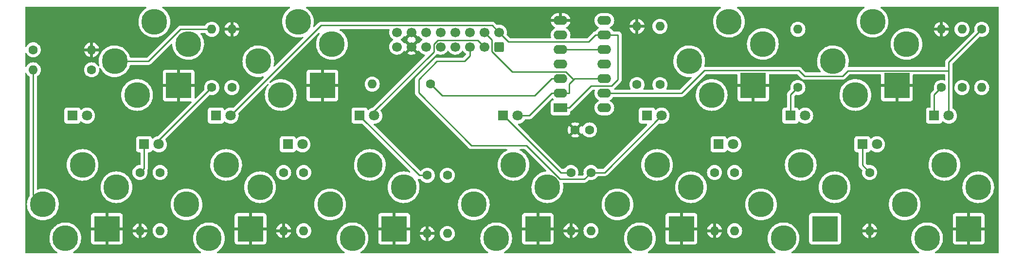
<source format=gbr>
G04 #@! TF.GenerationSoftware,KiCad,Pcbnew,(6.0.5)*
G04 #@! TF.CreationDate,2022-06-09T22:17:25-05:00*
G04 #@! TF.ProjectId,KosmoPulseMain,4b6f736d-6f50-4756-9c73-654d61696e2e,rev?*
G04 #@! TF.SameCoordinates,Original*
G04 #@! TF.FileFunction,Copper,L1,Top*
G04 #@! TF.FilePolarity,Positive*
%FSLAX46Y46*%
G04 Gerber Fmt 4.6, Leading zero omitted, Abs format (unit mm)*
G04 Created by KiCad (PCBNEW (6.0.5)) date 2022-06-09 22:17:25*
%MOMM*%
%LPD*%
G01*
G04 APERTURE LIST*
G04 Aperture macros list*
%AMRoundRect*
0 Rectangle with rounded corners*
0 $1 Rounding radius*
0 $2 $3 $4 $5 $6 $7 $8 $9 X,Y pos of 4 corners*
0 Add a 4 corners polygon primitive as box body*
4,1,4,$2,$3,$4,$5,$6,$7,$8,$9,$2,$3,0*
0 Add four circle primitives for the rounded corners*
1,1,$1+$1,$2,$3*
1,1,$1+$1,$4,$5*
1,1,$1+$1,$6,$7*
1,1,$1+$1,$8,$9*
0 Add four rect primitives between the rounded corners*
20,1,$1+$1,$2,$3,$4,$5,0*
20,1,$1+$1,$4,$5,$6,$7,0*
20,1,$1+$1,$6,$7,$8,$9,0*
20,1,$1+$1,$8,$9,$2,$3,0*%
G04 Aperture macros list end*
G04 #@! TA.AperFunction,ComponentPad*
%ADD10R,1.800000X1.800000*%
G04 #@! TD*
G04 #@! TA.AperFunction,ComponentPad*
%ADD11C,1.800000*%
G04 #@! TD*
G04 #@! TA.AperFunction,ComponentPad*
%ADD12C,4.500001*%
G04 #@! TD*
G04 #@! TA.AperFunction,ComponentPad*
%ADD13R,4.500001X4.500001*%
G04 #@! TD*
G04 #@! TA.AperFunction,ComponentPad*
%ADD14C,4.500000*%
G04 #@! TD*
G04 #@! TA.AperFunction,ComponentPad*
%ADD15C,1.600000*%
G04 #@! TD*
G04 #@! TA.AperFunction,ComponentPad*
%ADD16O,1.600000X1.600000*%
G04 #@! TD*
G04 #@! TA.AperFunction,ComponentPad*
%ADD17RoundRect,0.250000X0.600000X-0.600000X0.600000X0.600000X-0.600000X0.600000X-0.600000X-0.600000X0*%
G04 #@! TD*
G04 #@! TA.AperFunction,ComponentPad*
%ADD18C,1.700000*%
G04 #@! TD*
G04 #@! TA.AperFunction,ComponentPad*
%ADD19R,2.400000X1.600000*%
G04 #@! TD*
G04 #@! TA.AperFunction,ComponentPad*
%ADD20O,2.400000X1.600000*%
G04 #@! TD*
G04 #@! TA.AperFunction,Conductor*
%ADD21C,0.250000*%
G04 #@! TD*
G04 APERTURE END LIST*
D10*
X86225000Y-127500000D03*
D11*
X88765000Y-127500000D03*
D12*
X125500000Y-131100000D03*
X131400000Y-135000000D03*
D13*
X129740000Y-142240000D03*
D14*
X118600000Y-138000000D03*
X122500000Y-143900000D03*
D10*
X148725000Y-122500000D03*
D11*
X151265000Y-122500000D03*
D12*
X75500000Y-131100000D03*
X81400000Y-135000000D03*
D13*
X79740000Y-142240000D03*
D14*
X68600000Y-138000000D03*
X72500000Y-143900000D03*
D12*
X100500000Y-131100000D03*
X106400000Y-135000000D03*
D13*
X104740000Y-142240000D03*
D14*
X93600000Y-138000000D03*
X97500000Y-143900000D03*
D12*
X113000000Y-106100000D03*
X118900000Y-110000000D03*
D13*
X117240000Y-117240000D03*
D14*
X106100000Y-113000000D03*
X110000000Y-118900000D03*
D10*
X173725000Y-122500000D03*
D11*
X176265000Y-122500000D03*
D12*
X88000000Y-106100000D03*
X93900000Y-110000000D03*
D13*
X92240000Y-117240000D03*
D14*
X81100000Y-113000000D03*
X85000000Y-118900000D03*
D10*
X211225000Y-127500000D03*
D11*
X213765000Y-127500000D03*
D12*
X213000000Y-106100000D03*
X218900000Y-110000000D03*
D13*
X217240000Y-117240000D03*
D14*
X206100000Y-113000000D03*
X210000000Y-118900000D03*
D12*
X188000000Y-106100000D03*
X193900000Y-110000000D03*
D13*
X192240000Y-117240000D03*
D14*
X181100000Y-113000000D03*
X185000000Y-118900000D03*
D10*
X223725000Y-122500000D03*
D11*
X226265000Y-122500000D03*
D10*
X186225000Y-127500000D03*
D11*
X188765000Y-127500000D03*
D12*
X150500000Y-131100000D03*
X156400000Y-135000000D03*
D13*
X154740000Y-142240000D03*
D14*
X143600000Y-138000000D03*
X147500000Y-143900000D03*
D10*
X98725000Y-122500000D03*
D11*
X101265000Y-122500000D03*
D10*
X111225000Y-127500000D03*
D11*
X113765000Y-127500000D03*
D12*
X175500000Y-131100000D03*
X181400000Y-135000000D03*
D13*
X179740000Y-142240000D03*
D14*
X168600000Y-138000000D03*
X172500000Y-143900000D03*
D12*
X200500000Y-131100000D03*
X206400000Y-135000000D03*
D13*
X204740000Y-142240000D03*
D14*
X193600000Y-138000000D03*
X197500000Y-143900000D03*
D12*
X225500000Y-131100000D03*
X231400000Y-135000000D03*
D13*
X229740000Y-142240000D03*
D14*
X218600000Y-138000000D03*
X222500000Y-143900000D03*
D10*
X73725000Y-122500000D03*
D11*
X76265000Y-122500000D03*
D10*
X198725000Y-122500000D03*
D11*
X201265000Y-122500000D03*
D10*
X123725000Y-122500000D03*
D11*
X126265000Y-122500000D03*
D15*
X85500000Y-132420000D03*
D16*
X85500000Y-142580000D03*
D15*
X66920000Y-111000000D03*
D16*
X77080000Y-111000000D03*
D15*
X185500000Y-132420000D03*
D16*
X185500000Y-142580000D03*
D15*
X164000000Y-132420000D03*
D16*
X164000000Y-142580000D03*
D15*
X232000000Y-107420000D03*
D16*
X232000000Y-117580000D03*
D15*
X225000000Y-117580000D03*
D16*
X225000000Y-107420000D03*
D15*
X189000000Y-132420000D03*
D16*
X189000000Y-142580000D03*
D15*
X101500000Y-117580000D03*
D16*
X101500000Y-107420000D03*
D15*
X89000000Y-132420000D03*
D16*
X89000000Y-142580000D03*
D15*
X77080000Y-114500000D03*
D16*
X66920000Y-114500000D03*
D15*
X135500000Y-132920000D03*
D16*
X135500000Y-143080000D03*
D15*
X200000000Y-117580000D03*
D16*
X200000000Y-107420000D03*
D15*
X228580000Y-117580000D03*
D16*
X228580000Y-107420000D03*
D15*
X114000000Y-132420000D03*
D16*
X114000000Y-142580000D03*
D15*
X212500000Y-132420000D03*
D16*
X212500000Y-142580000D03*
D17*
X148000000Y-110500000D03*
D18*
X148000000Y-107960000D03*
X145460000Y-110500000D03*
X145460000Y-107960000D03*
X142920000Y-110500000D03*
X142920000Y-107960000D03*
X140380000Y-110500000D03*
X140380000Y-107960000D03*
X137840000Y-110500000D03*
X137840000Y-107960000D03*
X135300000Y-110500000D03*
X135300000Y-107960000D03*
X132760000Y-110500000D03*
X132760000Y-107960000D03*
X130220000Y-110500000D03*
X130220000Y-107960000D03*
D15*
X110500000Y-132420000D03*
D16*
X110500000Y-142580000D03*
D19*
X158700000Y-121125000D03*
D20*
X158700000Y-118585000D03*
X158700000Y-116045000D03*
X158700000Y-113505000D03*
X158700000Y-110965000D03*
X158700000Y-108425000D03*
X158700000Y-105885000D03*
X166320000Y-105885000D03*
X166320000Y-108425000D03*
X166320000Y-110965000D03*
X166320000Y-113505000D03*
X166320000Y-116045000D03*
X166320000Y-118585000D03*
X166320000Y-121125000D03*
D15*
X136080000Y-117000000D03*
D16*
X125920000Y-117000000D03*
D15*
X163750000Y-125000000D03*
X161250000Y-125000000D03*
X160500000Y-132420000D03*
D16*
X160500000Y-142580000D03*
D15*
X98000000Y-117580000D03*
D16*
X98000000Y-107420000D03*
D15*
X176000000Y-117080000D03*
D16*
X176000000Y-106920000D03*
D15*
X139000000Y-132920000D03*
D16*
X139000000Y-143080000D03*
D15*
X172000000Y-117080000D03*
D16*
X172000000Y-106920000D03*
D21*
X223725000Y-118855000D02*
X223725000Y-122500000D01*
X225000000Y-117580000D02*
X223725000Y-118855000D01*
X226265000Y-114648700D02*
X226265000Y-113155000D01*
X179755000Y-118585000D02*
X183728100Y-114611900D01*
X201148300Y-115598300D02*
X207741700Y-115598300D01*
X183728100Y-114611900D02*
X200161900Y-114611900D01*
X166320000Y-118585000D02*
X179755000Y-118585000D01*
X208691300Y-114648700D02*
X226265000Y-114648700D01*
X200161900Y-114611900D02*
X201148300Y-115598300D01*
X207741700Y-115598300D02*
X208691300Y-114648700D01*
X226265000Y-122500000D02*
X226265000Y-114648700D01*
X226265000Y-113155000D02*
X232000000Y-107420000D01*
X160500000Y-132420000D02*
X158720000Y-132420000D01*
X148800000Y-122500000D02*
X148725000Y-122500000D01*
X158720000Y-132420000D02*
X148800000Y-122500000D01*
X161142500Y-116045000D02*
X166320000Y-116045000D01*
X159584200Y-114871500D02*
X150293600Y-114871500D01*
X146729500Y-109229500D02*
X145460000Y-107960000D01*
X160950100Y-116237400D02*
X161142500Y-116045000D01*
X150293600Y-114871500D02*
X146729500Y-111307400D01*
X160225300Y-118585000D02*
X160225300Y-116962200D01*
X146729500Y-111307400D02*
X146729500Y-109229500D01*
X160950100Y-116237400D02*
X159584200Y-114871500D01*
X157174700Y-118585000D02*
X153259700Y-122500000D01*
X158700000Y-118585000D02*
X157174700Y-118585000D01*
X160225300Y-116962200D02*
X160950100Y-116237400D01*
X158700000Y-118585000D02*
X160225300Y-118585000D01*
X153259700Y-122500000D02*
X151265000Y-122500000D01*
X167585000Y-117315000D02*
X164035300Y-117315000D01*
X149640000Y-109600000D02*
X148000000Y-107960000D01*
X166320000Y-108425000D02*
X164794700Y-108425000D01*
X164035300Y-117315000D02*
X160225300Y-121125000D01*
X146799800Y-106759800D02*
X117005200Y-106759800D01*
X148000000Y-107960000D02*
X146799800Y-106759800D01*
X163619700Y-109600000D02*
X149640000Y-109600000D01*
X168700000Y-108425000D02*
X168700000Y-116200000D01*
X160225300Y-121125000D02*
X158700000Y-121125000D01*
X168700000Y-116200000D02*
X167585000Y-117315000D01*
X166320000Y-108425000D02*
X168700000Y-108425000D01*
X117005200Y-106759800D02*
X101265000Y-122500000D01*
X164794700Y-108425000D02*
X163619700Y-109600000D01*
X135500000Y-132920000D02*
X134120000Y-132920000D01*
X123725000Y-122525000D02*
X123725000Y-122500000D01*
X134120000Y-132920000D02*
X123725000Y-122525000D01*
X145460000Y-110500000D02*
X144284600Y-109324600D01*
X144284600Y-109324600D02*
X141058600Y-109324600D01*
X126265000Y-121735000D02*
X126265000Y-122500000D01*
X136665489Y-111334511D02*
X126265000Y-121735000D01*
X141058600Y-109324600D02*
X141059489Y-109325489D01*
X137353501Y-109325489D02*
X136665489Y-110013501D01*
X136665489Y-110013501D02*
X136665489Y-111334511D01*
X141059489Y-109325489D02*
X137353501Y-109325489D01*
X200000000Y-117580000D02*
X198725000Y-118855000D01*
X198725000Y-118855000D02*
X198725000Y-122500000D01*
X143193400Y-127716400D02*
X152759000Y-127716400D01*
X166345000Y-132420000D02*
X164000000Y-132420000D01*
X152759000Y-127716400D02*
X158619800Y-133577200D01*
X134000000Y-116210000D02*
X134000000Y-118523000D01*
X142000000Y-113000000D02*
X137210000Y-113000000D01*
X142920000Y-112080000D02*
X142000000Y-113000000D01*
X137210000Y-113000000D02*
X134000000Y-116210000D01*
X142920000Y-110500000D02*
X142920000Y-112080000D01*
X158619800Y-133577200D02*
X162842800Y-133577200D01*
X134000000Y-118523000D02*
X143193400Y-127716400D01*
X162842800Y-133577200D02*
X164000000Y-132420000D01*
X176265000Y-122500000D02*
X166345000Y-132420000D01*
X86225000Y-131695000D02*
X86225000Y-127500000D01*
X85500000Y-132420000D02*
X86225000Y-131695000D01*
X166320000Y-110965000D02*
X158700000Y-110965000D01*
X88765000Y-127500000D02*
X88765000Y-126815000D01*
X88765000Y-126815000D02*
X98000000Y-117580000D01*
X157174700Y-116045000D02*
X158700000Y-116045000D01*
X136080000Y-117000000D02*
X138080000Y-119000000D01*
X154219700Y-119000000D02*
X157174700Y-116045000D01*
X138080000Y-119000000D02*
X154219700Y-119000000D01*
X212500000Y-132420000D02*
X211225000Y-131145000D01*
X211225000Y-131145000D02*
X211225000Y-127500000D01*
X66920000Y-136320000D02*
X68600000Y-138000000D01*
X66920000Y-114500000D02*
X66920000Y-136320000D01*
X87000000Y-113000000D02*
X81100000Y-113000000D01*
X98000000Y-107420000D02*
X92580000Y-107420000D01*
X92580000Y-107420000D02*
X87000000Y-113000000D01*
G04 #@! TA.AperFunction,Conductor*
G36*
X86570610Y-103528502D02*
G01*
X86617103Y-103582158D01*
X86627207Y-103652432D01*
X86597713Y-103717012D01*
X86566912Y-103742785D01*
X86446659Y-103814328D01*
X86183316Y-104017496D01*
X85946288Y-104250829D01*
X85739009Y-104510949D01*
X85564481Y-104794086D01*
X85425232Y-105096140D01*
X85424073Y-105099740D01*
X85424070Y-105099747D01*
X85381002Y-105233489D01*
X85323280Y-105412735D01*
X85322561Y-105416451D01*
X85322559Y-105416459D01*
X85260819Y-105735567D01*
X85260100Y-105739285D01*
X85259833Y-105743061D01*
X85259832Y-105743066D01*
X85247940Y-105911028D01*
X85236610Y-106071061D01*
X85241243Y-106164134D01*
X85251059Y-106361302D01*
X85253147Y-106403255D01*
X85253788Y-106406986D01*
X85253789Y-106406994D01*
X85308397Y-106724789D01*
X85309474Y-106731057D01*
X85310562Y-106734696D01*
X85310563Y-106734699D01*
X85397337Y-107024849D01*
X85404774Y-107049718D01*
X85406287Y-107053189D01*
X85406289Y-107053195D01*
X85469138Y-107197393D01*
X85537666Y-107354622D01*
X85539589Y-107357893D01*
X85539591Y-107357897D01*
X85577686Y-107422699D01*
X85706226Y-107641352D01*
X85708527Y-107644367D01*
X85905712Y-107902742D01*
X85905717Y-107902748D01*
X85908012Y-107905755D01*
X85927801Y-107926069D01*
X86107923Y-108110969D01*
X86140102Y-108144002D01*
X86399132Y-108352640D01*
X86681352Y-108528648D01*
X86982672Y-108669476D01*
X87054785Y-108693116D01*
X87176509Y-108733019D01*
X87298729Y-108773085D01*
X87624944Y-108837973D01*
X87628716Y-108838260D01*
X87628724Y-108838261D01*
X87952815Y-108862914D01*
X87952820Y-108862914D01*
X87956592Y-108863201D01*
X88288869Y-108848403D01*
X88306851Y-108845410D01*
X88613220Y-108794417D01*
X88613225Y-108794416D01*
X88616961Y-108793794D01*
X88936116Y-108700164D01*
X88939583Y-108698674D01*
X88939587Y-108698673D01*
X89238228Y-108570366D01*
X89238230Y-108570365D01*
X89241712Y-108568869D01*
X89529321Y-108401813D01*
X89532343Y-108399532D01*
X89532347Y-108399529D01*
X89791753Y-108203697D01*
X89791754Y-108203696D01*
X89794777Y-108201414D01*
X90010352Y-107993598D01*
X90031508Y-107973204D01*
X90031509Y-107973203D01*
X90034235Y-107970575D01*
X90244227Y-107712641D01*
X90421710Y-107431347D01*
X90427654Y-107418802D01*
X90532549Y-107197393D01*
X90564114Y-107130767D01*
X90669377Y-106815257D01*
X90735972Y-106489386D01*
X90762936Y-106157875D01*
X90763405Y-106113087D01*
X90763519Y-106102221D01*
X90763519Y-106102214D01*
X90763542Y-106100000D01*
X90763409Y-106097789D01*
X90743755Y-105771772D01*
X90743754Y-105771765D01*
X90743527Y-105767997D01*
X90683770Y-105440803D01*
X90682204Y-105435757D01*
X90586261Y-105126771D01*
X90585139Y-105123157D01*
X90449061Y-104819662D01*
X90311670Y-104591457D01*
X90279466Y-104537966D01*
X90279462Y-104537960D01*
X90277507Y-104534713D01*
X90275180Y-104531729D01*
X90275175Y-104531722D01*
X90075294Y-104275425D01*
X90075288Y-104275418D01*
X90072963Y-104272437D01*
X89838392Y-104036634D01*
X89577191Y-103830720D01*
X89431731Y-103742105D01*
X89383962Y-103689582D01*
X89372172Y-103619571D01*
X89400104Y-103554300D01*
X89458890Y-103514492D01*
X89497284Y-103508500D01*
X111502489Y-103508500D01*
X111570610Y-103528502D01*
X111617103Y-103582158D01*
X111627207Y-103652432D01*
X111597713Y-103717012D01*
X111566912Y-103742785D01*
X111446659Y-103814328D01*
X111183316Y-104017496D01*
X110946288Y-104250829D01*
X110739009Y-104510949D01*
X110564481Y-104794086D01*
X110425232Y-105096140D01*
X110424073Y-105099740D01*
X110424070Y-105099747D01*
X110381002Y-105233489D01*
X110323280Y-105412735D01*
X110322561Y-105416451D01*
X110322559Y-105416459D01*
X110260819Y-105735567D01*
X110260100Y-105739285D01*
X110259833Y-105743061D01*
X110259832Y-105743066D01*
X110247940Y-105911028D01*
X110236610Y-106071061D01*
X110241243Y-106164134D01*
X110251059Y-106361302D01*
X110253147Y-106403255D01*
X110253788Y-106406986D01*
X110253789Y-106406994D01*
X110308397Y-106724789D01*
X110309474Y-106731057D01*
X110310562Y-106734696D01*
X110310563Y-106734699D01*
X110397337Y-107024849D01*
X110404774Y-107049718D01*
X110406287Y-107053189D01*
X110406289Y-107053195D01*
X110469138Y-107197393D01*
X110537666Y-107354622D01*
X110539589Y-107357893D01*
X110539591Y-107357897D01*
X110577686Y-107422699D01*
X110706226Y-107641352D01*
X110708527Y-107644367D01*
X110905712Y-107902742D01*
X110905717Y-107902748D01*
X110908012Y-107905755D01*
X110927801Y-107926069D01*
X111107923Y-108110969D01*
X111140102Y-108144002D01*
X111399132Y-108352640D01*
X111681352Y-108528648D01*
X111982672Y-108669476D01*
X112054785Y-108693116D01*
X112176509Y-108733019D01*
X112298729Y-108773085D01*
X112624944Y-108837973D01*
X112628716Y-108838260D01*
X112628724Y-108838261D01*
X112952815Y-108862914D01*
X112952820Y-108862914D01*
X112956592Y-108863201D01*
X113288869Y-108848403D01*
X113306851Y-108845410D01*
X113613220Y-108794417D01*
X113613225Y-108794416D01*
X113616961Y-108793794D01*
X113792123Y-108742407D01*
X113863120Y-108742424D01*
X113922837Y-108780822D01*
X113952315Y-108845410D01*
X113942194Y-108915682D01*
X113916688Y-108952407D01*
X108954529Y-113914566D01*
X108892217Y-113948592D01*
X108821402Y-113943527D01*
X108764566Y-113900980D01*
X108739755Y-113834460D01*
X108745911Y-113785594D01*
X108768178Y-113718854D01*
X108768182Y-113718838D01*
X108769377Y-113715257D01*
X108835972Y-113389386D01*
X108862936Y-113057875D01*
X108863542Y-113000000D01*
X108862026Y-112974853D01*
X108843755Y-112671772D01*
X108843754Y-112671765D01*
X108843527Y-112667997D01*
X108800607Y-112432992D01*
X108784451Y-112344530D01*
X108784450Y-112344525D01*
X108783770Y-112340803D01*
X108773392Y-112307378D01*
X108692351Y-112046384D01*
X108685139Y-112023157D01*
X108549061Y-111719662D01*
X108443406Y-111544171D01*
X108379466Y-111437966D01*
X108379462Y-111437960D01*
X108377507Y-111434713D01*
X108375180Y-111431729D01*
X108375175Y-111431722D01*
X108175294Y-111175425D01*
X108175288Y-111175418D01*
X108172963Y-111172437D01*
X107938392Y-110936634D01*
X107677191Y-110730720D01*
X107393144Y-110557677D01*
X107240873Y-110488443D01*
X107093817Y-110421580D01*
X107093809Y-110421577D01*
X107090365Y-110420011D01*
X106773240Y-110319718D01*
X106536510Y-110275201D01*
X106450087Y-110258949D01*
X106450085Y-110258949D01*
X106446364Y-110258249D01*
X106114470Y-110236496D01*
X106110690Y-110236704D01*
X106110689Y-110236704D01*
X106012918Y-110242085D01*
X105782366Y-110254773D01*
X105778639Y-110255434D01*
X105778635Y-110255434D01*
X105530191Y-110299465D01*
X105454864Y-110312815D01*
X105451239Y-110313920D01*
X105451234Y-110313921D01*
X105292017Y-110362447D01*
X105136707Y-110409782D01*
X105133243Y-110411313D01*
X105133236Y-110411316D01*
X104961618Y-110487188D01*
X104832503Y-110544269D01*
X104829249Y-110546205D01*
X104829243Y-110546208D01*
X104596716Y-110684547D01*
X104546659Y-110714328D01*
X104543658Y-110716643D01*
X104543654Y-110716646D01*
X104509334Y-110743124D01*
X104283316Y-110917496D01*
X104046288Y-111150829D01*
X103839009Y-111410949D01*
X103664481Y-111694086D01*
X103525232Y-111996140D01*
X103524073Y-111999740D01*
X103524070Y-111999747D01*
X103426797Y-112301813D01*
X103423280Y-112312735D01*
X103422561Y-112316451D01*
X103422559Y-112316459D01*
X103367957Y-112598673D01*
X103360100Y-112639285D01*
X103359833Y-112643061D01*
X103359832Y-112643066D01*
X103350569Y-112773900D01*
X103336610Y-112971061D01*
X103337941Y-112997789D01*
X103351836Y-113276913D01*
X103353147Y-113303255D01*
X103353788Y-113306986D01*
X103353789Y-113306994D01*
X103407962Y-113622256D01*
X103409474Y-113631057D01*
X103410562Y-113634696D01*
X103410563Y-113634699D01*
X103494600Y-113915697D01*
X103504774Y-113949718D01*
X103506287Y-113953189D01*
X103506289Y-113953195D01*
X103588626Y-114142107D01*
X103637666Y-114254622D01*
X103806226Y-114541352D01*
X103808527Y-114544367D01*
X104005712Y-114802742D01*
X104005717Y-114802748D01*
X104008012Y-114805755D01*
X104043591Y-114842278D01*
X104126996Y-114927895D01*
X104240102Y-115044002D01*
X104499132Y-115252640D01*
X104638871Y-115339789D01*
X104769272Y-115421114D01*
X104781352Y-115428648D01*
X105082672Y-115569476D01*
X105162842Y-115595757D01*
X105394315Y-115671638D01*
X105398729Y-115673085D01*
X105724944Y-115737973D01*
X105728716Y-115738260D01*
X105728724Y-115738261D01*
X106052815Y-115762914D01*
X106052820Y-115762914D01*
X106056592Y-115763201D01*
X106388869Y-115748403D01*
X106406851Y-115745410D01*
X106713220Y-115694417D01*
X106713225Y-115694416D01*
X106716961Y-115693794D01*
X106892123Y-115642407D01*
X106963120Y-115642424D01*
X107022837Y-115680822D01*
X107052315Y-115745410D01*
X107042194Y-115815682D01*
X107016688Y-115852407D01*
X101763112Y-121105983D01*
X101700800Y-121140009D01*
X101636087Y-121135924D01*
X101635906Y-121136610D01*
X101632437Y-121135694D01*
X101631967Y-121135664D01*
X101630914Y-121135291D01*
X101630900Y-121135287D01*
X101626028Y-121133562D01*
X101620935Y-121132655D01*
X101620932Y-121132654D01*
X101403095Y-121093851D01*
X101403089Y-121093850D01*
X101398006Y-121092945D01*
X101325096Y-121092054D01*
X101171581Y-121090179D01*
X101171579Y-121090179D01*
X101166411Y-121090116D01*
X100937464Y-121125150D01*
X100717314Y-121197106D01*
X100712726Y-121199494D01*
X100712722Y-121199496D01*
X100564401Y-121276707D01*
X100511872Y-121304052D01*
X100507739Y-121307155D01*
X100507736Y-121307157D01*
X100423550Y-121370366D01*
X100326655Y-121443117D01*
X100309170Y-121461414D01*
X100247646Y-121496844D01*
X100176733Y-121493387D01*
X100118947Y-121452141D01*
X100100094Y-121418592D01*
X100078768Y-121361705D01*
X100078767Y-121361703D01*
X100075615Y-121353295D01*
X99988261Y-121236739D01*
X99871705Y-121149385D01*
X99735316Y-121098255D01*
X99673134Y-121091500D01*
X97776866Y-121091500D01*
X97714684Y-121098255D01*
X97578295Y-121149385D01*
X97461739Y-121236739D01*
X97374385Y-121353295D01*
X97323255Y-121489684D01*
X97316500Y-121551866D01*
X97316500Y-123448134D01*
X97323255Y-123510316D01*
X97374385Y-123646705D01*
X97461739Y-123763261D01*
X97578295Y-123850615D01*
X97714684Y-123901745D01*
X97776866Y-123908500D01*
X99673134Y-123908500D01*
X99735316Y-123901745D01*
X99871705Y-123850615D01*
X99988261Y-123763261D01*
X100075615Y-123646705D01*
X100100180Y-123581178D01*
X100142822Y-123524414D01*
X100209383Y-123499714D01*
X100278732Y-123514921D01*
X100298647Y-123528464D01*
X100363724Y-123582492D01*
X100454349Y-123657730D01*
X100654322Y-123774584D01*
X100870694Y-123857209D01*
X100875760Y-123858240D01*
X100875761Y-123858240D01*
X100883085Y-123859730D01*
X101097656Y-123903385D01*
X101227089Y-123908131D01*
X101323949Y-123911683D01*
X101323953Y-123911683D01*
X101329113Y-123911872D01*
X101334233Y-123911216D01*
X101334235Y-123911216D01*
X101408166Y-123901745D01*
X101558847Y-123882442D01*
X101563795Y-123880957D01*
X101563802Y-123880956D01*
X101775747Y-123817369D01*
X101780690Y-123815886D01*
X101861236Y-123776427D01*
X101984049Y-123716262D01*
X101984052Y-123716260D01*
X101988684Y-123713991D01*
X102177243Y-123579494D01*
X102341303Y-123416005D01*
X102476458Y-123227917D01*
X102522157Y-123135453D01*
X102576784Y-123024922D01*
X102576785Y-123024920D01*
X102579078Y-123020280D01*
X102646408Y-122798671D01*
X102676640Y-122569041D01*
X102678327Y-122500000D01*
X102659349Y-122269167D01*
X102623026Y-122124560D01*
X102625830Y-122053618D01*
X102656135Y-122004769D01*
X107683965Y-116976939D01*
X107746277Y-116942913D01*
X107817092Y-116947978D01*
X107873928Y-116990525D01*
X107898739Y-117057045D01*
X107883648Y-117126419D01*
X107871600Y-117144557D01*
X107764242Y-117279284D01*
X107739009Y-117310949D01*
X107564481Y-117594086D01*
X107425232Y-117896140D01*
X107424073Y-117899740D01*
X107424070Y-117899747D01*
X107361265Y-118094779D01*
X107323280Y-118212735D01*
X107322561Y-118216451D01*
X107322559Y-118216459D01*
X107260819Y-118535567D01*
X107260100Y-118539285D01*
X107259833Y-118543061D01*
X107259832Y-118543066D01*
X107239167Y-118834943D01*
X107236610Y-118871061D01*
X107241294Y-118965158D01*
X107252348Y-119187196D01*
X107253147Y-119203255D01*
X107253788Y-119206986D01*
X107253789Y-119206994D01*
X107308665Y-119526348D01*
X107309474Y-119531057D01*
X107310562Y-119534696D01*
X107310563Y-119534699D01*
X107403580Y-119845724D01*
X107404774Y-119849718D01*
X107406287Y-119853189D01*
X107406289Y-119853195D01*
X107478120Y-120018001D01*
X107537666Y-120154622D01*
X107706226Y-120441352D01*
X107708527Y-120444367D01*
X107905712Y-120702742D01*
X107905717Y-120702748D01*
X107908012Y-120705755D01*
X108140102Y-120944002D01*
X108399132Y-121152640D01*
X108481035Y-121203719D01*
X108677124Y-121326011D01*
X108681352Y-121328648D01*
X108982672Y-121469476D01*
X109068281Y-121497540D01*
X109293647Y-121571419D01*
X109298729Y-121573085D01*
X109302443Y-121573824D01*
X109302444Y-121573824D01*
X109324927Y-121578296D01*
X109624944Y-121637973D01*
X109628716Y-121638260D01*
X109628724Y-121638261D01*
X109952815Y-121662914D01*
X109952820Y-121662914D01*
X109956592Y-121663201D01*
X110288869Y-121648403D01*
X110327284Y-121642009D01*
X110613220Y-121594417D01*
X110613225Y-121594416D01*
X110616961Y-121593794D01*
X110936116Y-121500164D01*
X110939583Y-121498674D01*
X110939587Y-121498673D01*
X111238228Y-121370366D01*
X111238230Y-121370365D01*
X111241712Y-121368869D01*
X111529321Y-121201813D01*
X111532343Y-121199532D01*
X111532347Y-121199529D01*
X111791753Y-121003697D01*
X111791754Y-121003696D01*
X111794777Y-121001414D01*
X112034235Y-120770575D01*
X112244227Y-120512641D01*
X112348339Y-120347633D01*
X112419683Y-120234560D01*
X112419685Y-120234557D01*
X112421710Y-120231347D01*
X112425883Y-120222540D01*
X112532437Y-119997629D01*
X112564114Y-119930767D01*
X112566386Y-119923959D01*
X112652605Y-119665529D01*
X112669377Y-119615257D01*
X112685846Y-119534669D01*
X114482001Y-119534669D01*
X114482371Y-119541490D01*
X114487895Y-119592352D01*
X114491521Y-119607604D01*
X114536676Y-119728054D01*
X114545214Y-119743649D01*
X114621715Y-119845724D01*
X114634276Y-119858285D01*
X114736351Y-119934786D01*
X114751946Y-119943324D01*
X114872394Y-119988478D01*
X114887649Y-119992105D01*
X114938514Y-119997631D01*
X114945328Y-119998000D01*
X116967885Y-119998000D01*
X116983124Y-119993525D01*
X116984329Y-119992135D01*
X116986000Y-119984452D01*
X116986000Y-119979884D01*
X117494000Y-119979884D01*
X117498475Y-119995123D01*
X117499865Y-119996328D01*
X117507548Y-119997999D01*
X119534669Y-119997999D01*
X119541490Y-119997629D01*
X119592352Y-119992105D01*
X119607604Y-119988479D01*
X119728054Y-119943324D01*
X119743649Y-119934786D01*
X119845724Y-119858285D01*
X119858285Y-119845724D01*
X119934786Y-119743649D01*
X119943324Y-119728054D01*
X119988478Y-119607606D01*
X119992105Y-119592351D01*
X119997631Y-119541486D01*
X119998000Y-119534672D01*
X119998000Y-117512115D01*
X119993525Y-117496876D01*
X119992135Y-117495671D01*
X119984452Y-117494000D01*
X117512115Y-117494000D01*
X117496876Y-117498475D01*
X117495671Y-117499865D01*
X117494000Y-117507548D01*
X117494000Y-119979884D01*
X116986000Y-119979884D01*
X116986000Y-117512115D01*
X116981525Y-117496876D01*
X116980135Y-117495671D01*
X116972452Y-117494000D01*
X114500116Y-117494000D01*
X114484877Y-117498475D01*
X114483672Y-117499865D01*
X114482001Y-117507548D01*
X114482001Y-119534669D01*
X112685846Y-119534669D01*
X112735972Y-119289386D01*
X112762936Y-118957875D01*
X112763542Y-118900000D01*
X112761861Y-118872118D01*
X112743755Y-118571772D01*
X112743754Y-118571765D01*
X112743527Y-118567997D01*
X112693142Y-118292118D01*
X112684451Y-118244530D01*
X112684450Y-118244525D01*
X112683770Y-118240803D01*
X112682512Y-118236749D01*
X112604338Y-117984989D01*
X112585139Y-117923157D01*
X112449061Y-117619662D01*
X112349459Y-117454225D01*
X112279466Y-117337966D01*
X112279462Y-117337960D01*
X112277507Y-117334713D01*
X112275180Y-117331729D01*
X112275175Y-117331722D01*
X112075294Y-117075425D01*
X112075288Y-117075418D01*
X112072963Y-117072437D01*
X112000904Y-117000000D01*
X124606502Y-117000000D01*
X124626457Y-117228087D01*
X124627881Y-117233400D01*
X124627881Y-117233402D01*
X124682644Y-117437777D01*
X124685716Y-117449243D01*
X124688039Y-117454224D01*
X124688039Y-117454225D01*
X124780151Y-117651762D01*
X124780154Y-117651767D01*
X124782477Y-117656749D01*
X124842862Y-117742988D01*
X124897141Y-117820505D01*
X124913802Y-117844300D01*
X125075700Y-118006198D01*
X125080208Y-118009355D01*
X125080211Y-118009357D01*
X125140306Y-118051436D01*
X125263251Y-118137523D01*
X125268233Y-118139846D01*
X125268238Y-118139849D01*
X125465775Y-118231961D01*
X125470757Y-118234284D01*
X125476065Y-118235706D01*
X125476067Y-118235707D01*
X125686598Y-118292119D01*
X125686600Y-118292119D01*
X125691913Y-118293543D01*
X125920000Y-118313498D01*
X126148087Y-118293543D01*
X126153400Y-118292119D01*
X126153402Y-118292119D01*
X126363933Y-118235707D01*
X126363935Y-118235706D01*
X126369243Y-118234284D01*
X126374225Y-118231961D01*
X126571762Y-118139849D01*
X126571767Y-118139846D01*
X126576749Y-118137523D01*
X126699694Y-118051436D01*
X126759789Y-118009357D01*
X126759792Y-118009355D01*
X126764300Y-118006198D01*
X126926198Y-117844300D01*
X126942860Y-117820505D01*
X126997138Y-117742988D01*
X127057523Y-117656749D01*
X127059846Y-117651767D01*
X127059849Y-117651762D01*
X127151961Y-117454225D01*
X127151961Y-117454224D01*
X127154284Y-117449243D01*
X127157357Y-117437777D01*
X127212119Y-117233402D01*
X127212119Y-117233400D01*
X127213543Y-117228087D01*
X127233498Y-117000000D01*
X127213543Y-116771913D01*
X127206155Y-116744342D01*
X127155707Y-116556067D01*
X127155706Y-116556065D01*
X127154284Y-116550757D01*
X127111799Y-116459646D01*
X127059849Y-116348238D01*
X127059846Y-116348233D01*
X127057523Y-116343251D01*
X126973548Y-116223322D01*
X126929357Y-116160211D01*
X126929355Y-116160208D01*
X126926198Y-116155700D01*
X126764300Y-115993802D01*
X126759792Y-115990645D01*
X126759789Y-115990643D01*
X126611451Y-115886776D01*
X126576749Y-115862477D01*
X126571767Y-115860154D01*
X126571762Y-115860151D01*
X126374225Y-115768039D01*
X126374224Y-115768039D01*
X126369243Y-115765716D01*
X126363935Y-115764294D01*
X126363933Y-115764293D01*
X126153402Y-115707881D01*
X126153400Y-115707881D01*
X126148087Y-115706457D01*
X125920000Y-115686502D01*
X125691913Y-115706457D01*
X125686600Y-115707881D01*
X125686598Y-115707881D01*
X125476067Y-115764293D01*
X125476065Y-115764294D01*
X125470757Y-115765716D01*
X125465776Y-115768039D01*
X125465775Y-115768039D01*
X125268238Y-115860151D01*
X125268233Y-115860154D01*
X125263251Y-115862477D01*
X125228549Y-115886776D01*
X125080211Y-115990643D01*
X125080208Y-115990645D01*
X125075700Y-115993802D01*
X124913802Y-116155700D01*
X124910645Y-116160208D01*
X124910643Y-116160211D01*
X124866452Y-116223322D01*
X124782477Y-116343251D01*
X124780154Y-116348233D01*
X124780151Y-116348238D01*
X124728201Y-116459646D01*
X124685716Y-116550757D01*
X124684294Y-116556065D01*
X124684293Y-116556067D01*
X124633845Y-116744342D01*
X124626457Y-116771913D01*
X124606502Y-117000000D01*
X112000904Y-117000000D01*
X111968957Y-116967885D01*
X114482000Y-116967885D01*
X114486475Y-116983124D01*
X114487865Y-116984329D01*
X114495548Y-116986000D01*
X116967885Y-116986000D01*
X116983124Y-116981525D01*
X116984329Y-116980135D01*
X116986000Y-116972452D01*
X116986000Y-116967885D01*
X117494000Y-116967885D01*
X117498475Y-116983124D01*
X117499865Y-116984329D01*
X117507548Y-116986000D01*
X119979884Y-116986000D01*
X119995123Y-116981525D01*
X119996328Y-116980135D01*
X119997999Y-116972452D01*
X119997999Y-114945331D01*
X119997629Y-114938510D01*
X119992105Y-114887648D01*
X119988479Y-114872396D01*
X119943324Y-114751946D01*
X119934786Y-114736351D01*
X119858285Y-114634276D01*
X119845724Y-114621715D01*
X119743649Y-114545214D01*
X119728054Y-114536676D01*
X119607606Y-114491522D01*
X119592351Y-114487895D01*
X119541486Y-114482369D01*
X119534672Y-114482000D01*
X117512115Y-114482000D01*
X117496876Y-114486475D01*
X117495671Y-114487865D01*
X117494000Y-114495548D01*
X117494000Y-116967885D01*
X116986000Y-116967885D01*
X116986000Y-114500116D01*
X116981525Y-114484877D01*
X116980135Y-114483672D01*
X116972452Y-114482001D01*
X114945331Y-114482001D01*
X114938510Y-114482371D01*
X114887648Y-114487895D01*
X114872396Y-114491521D01*
X114751946Y-114536676D01*
X114736351Y-114545214D01*
X114634276Y-114621715D01*
X114621715Y-114634276D01*
X114545214Y-114736351D01*
X114536676Y-114751946D01*
X114491522Y-114872394D01*
X114487895Y-114887649D01*
X114482369Y-114938514D01*
X114482000Y-114945328D01*
X114482000Y-116967885D01*
X111968957Y-116967885D01*
X111838392Y-116836634D01*
X111577191Y-116630720D01*
X111293144Y-116457677D01*
X111134224Y-116385420D01*
X110993817Y-116321580D01*
X110993809Y-116321577D01*
X110990365Y-116320011D01*
X110673240Y-116219718D01*
X110412522Y-116170690D01*
X110350087Y-116158949D01*
X110350085Y-116158949D01*
X110346364Y-116158249D01*
X110014470Y-116136496D01*
X110010690Y-116136704D01*
X110010689Y-116136704D01*
X109912918Y-116142085D01*
X109682366Y-116154773D01*
X109678639Y-116155434D01*
X109678635Y-116155434D01*
X109424374Y-116200496D01*
X109354864Y-116212815D01*
X109351239Y-116213920D01*
X109351234Y-116213921D01*
X109143683Y-116277178D01*
X109036707Y-116309782D01*
X109033243Y-116311313D01*
X109033236Y-116311316D01*
X108882073Y-116378145D01*
X108732503Y-116444269D01*
X108729249Y-116446205D01*
X108729243Y-116446208D01*
X108523904Y-116568372D01*
X108446659Y-116614328D01*
X108443658Y-116616643D01*
X108443654Y-116616646D01*
X108248995Y-116766825D01*
X108182842Y-116792599D01*
X108113257Y-116778517D01*
X108062331Y-116729049D01*
X108046234Y-116659901D01*
X108070076Y-116593027D01*
X108082935Y-116577969D01*
X116583965Y-108076939D01*
X116646277Y-108042913D01*
X116717092Y-108047978D01*
X116773928Y-108090525D01*
X116798739Y-108157045D01*
X116783648Y-108226419D01*
X116771600Y-108244557D01*
X116672209Y-108369286D01*
X116639009Y-108410949D01*
X116464481Y-108694086D01*
X116325232Y-108996140D01*
X116324073Y-108999740D01*
X116324070Y-108999747D01*
X116238720Y-109264789D01*
X116223280Y-109312735D01*
X116222561Y-109316451D01*
X116222559Y-109316459D01*
X116162662Y-109626041D01*
X116160100Y-109639285D01*
X116159833Y-109643061D01*
X116159832Y-109643066D01*
X116137202Y-109962699D01*
X116136610Y-109971061D01*
X116141310Y-110065472D01*
X116150907Y-110258249D01*
X116153147Y-110303255D01*
X116153788Y-110306986D01*
X116153789Y-110306994D01*
X116196865Y-110557677D01*
X116209474Y-110631057D01*
X116210562Y-110634696D01*
X116210563Y-110634699D01*
X116301664Y-110939318D01*
X116304774Y-110949718D01*
X116306287Y-110953189D01*
X116306289Y-110953195D01*
X116391267Y-111148166D01*
X116437666Y-111254622D01*
X116439589Y-111257893D01*
X116439591Y-111257897D01*
X116464744Y-111300683D01*
X116606226Y-111541352D01*
X116608527Y-111544367D01*
X116805712Y-111802742D01*
X116805717Y-111802748D01*
X116808012Y-111805755D01*
X116858445Y-111857526D01*
X117019796Y-112023157D01*
X117040102Y-112044002D01*
X117299132Y-112252640D01*
X117434696Y-112337185D01*
X117531833Y-112397765D01*
X117581352Y-112428648D01*
X117882672Y-112569476D01*
X117925931Y-112583657D01*
X118194724Y-112671772D01*
X118198729Y-112673085D01*
X118524944Y-112737973D01*
X118528716Y-112738260D01*
X118528724Y-112738261D01*
X118852815Y-112762914D01*
X118852820Y-112762914D01*
X118856592Y-112763201D01*
X119188869Y-112748403D01*
X119196818Y-112747080D01*
X119513220Y-112694417D01*
X119513225Y-112694416D01*
X119516961Y-112693794D01*
X119836116Y-112600164D01*
X119839583Y-112598674D01*
X119839587Y-112598673D01*
X120138228Y-112470366D01*
X120138230Y-112470365D01*
X120141712Y-112468869D01*
X120429321Y-112301813D01*
X120432343Y-112299532D01*
X120432347Y-112299529D01*
X120691753Y-112103697D01*
X120691754Y-112103696D01*
X120694777Y-112101414D01*
X120882168Y-111920768D01*
X120931508Y-111873204D01*
X120931509Y-111873203D01*
X120934235Y-111870575D01*
X121144227Y-111612641D01*
X121321710Y-111331347D01*
X121359651Y-111251264D01*
X121462485Y-111034205D01*
X121464114Y-111030767D01*
X121476206Y-110994525D01*
X121560255Y-110742599D01*
X121569377Y-110715257D01*
X121635972Y-110389386D01*
X121662936Y-110057875D01*
X121663542Y-110000000D01*
X121663409Y-109997789D01*
X121643755Y-109671772D01*
X121643754Y-109671765D01*
X121643527Y-109667997D01*
X121604776Y-109455819D01*
X121584451Y-109344530D01*
X121584450Y-109344525D01*
X121583770Y-109340803D01*
X121578754Y-109324647D01*
X121486261Y-109026771D01*
X121485139Y-109023157D01*
X121349061Y-108719662D01*
X121252845Y-108559849D01*
X121179466Y-108437966D01*
X121179462Y-108437960D01*
X121177507Y-108434713D01*
X121175180Y-108431729D01*
X121175175Y-108431722D01*
X120975294Y-108175425D01*
X120975288Y-108175418D01*
X120972963Y-108172437D01*
X120738392Y-107936634D01*
X120477191Y-107730720D01*
X120442699Y-107709707D01*
X120306781Y-107626905D01*
X120259011Y-107574382D01*
X120247222Y-107504371D01*
X120275154Y-107439100D01*
X120333940Y-107399292D01*
X120372334Y-107393300D01*
X128801614Y-107393300D01*
X128869735Y-107413302D01*
X128916228Y-107466958D01*
X128926332Y-107537232D01*
X128923031Y-107552972D01*
X128897685Y-107644367D01*
X128880989Y-107704570D01*
X128857251Y-107926695D01*
X128857548Y-107931848D01*
X128857548Y-107931851D01*
X128865442Y-108068752D01*
X128870110Y-108149715D01*
X128871247Y-108154761D01*
X128871248Y-108154767D01*
X128891119Y-108242939D01*
X128919222Y-108367639D01*
X129003266Y-108574616D01*
X129047995Y-108647607D01*
X129117291Y-108760688D01*
X129119987Y-108765088D01*
X129266250Y-108933938D01*
X129438126Y-109076632D01*
X129446883Y-109081749D01*
X129511445Y-109119476D01*
X129560169Y-109171114D01*
X129573240Y-109240897D01*
X129546509Y-109306669D01*
X129506055Y-109340027D01*
X129493607Y-109346507D01*
X129489474Y-109349610D01*
X129489471Y-109349612D01*
X129322479Y-109474993D01*
X129314965Y-109480635D01*
X129160629Y-109642138D01*
X129157715Y-109646410D01*
X129157714Y-109646411D01*
X129115782Y-109707881D01*
X129034743Y-109826680D01*
X128987715Y-109927993D01*
X128943791Y-110022621D01*
X128940688Y-110029305D01*
X128880989Y-110244570D01*
X128857251Y-110466695D01*
X128857548Y-110471848D01*
X128857548Y-110471851D01*
X128862414Y-110556239D01*
X128870110Y-110689715D01*
X128871247Y-110694761D01*
X128871248Y-110694767D01*
X128888634Y-110771913D01*
X128919222Y-110907639D01*
X129003266Y-111114616D01*
X129040530Y-111175425D01*
X129117291Y-111300688D01*
X129119987Y-111305088D01*
X129266250Y-111473938D01*
X129438126Y-111616632D01*
X129631000Y-111729338D01*
X129635825Y-111731180D01*
X129635826Y-111731181D01*
X129675670Y-111746396D01*
X129839692Y-111809030D01*
X129844760Y-111810061D01*
X129844763Y-111810062D01*
X129925613Y-111826511D01*
X130058597Y-111853567D01*
X130063772Y-111853757D01*
X130063774Y-111853757D01*
X130276673Y-111861564D01*
X130276677Y-111861564D01*
X130281837Y-111861753D01*
X130286957Y-111861097D01*
X130286959Y-111861097D01*
X130498288Y-111834025D01*
X130498289Y-111834025D01*
X130503416Y-111833368D01*
X130508366Y-111831883D01*
X130712429Y-111770661D01*
X130712434Y-111770659D01*
X130717384Y-111769174D01*
X130917994Y-111670896D01*
X130982544Y-111624853D01*
X131999977Y-111624853D01*
X132005258Y-111631907D01*
X132166756Y-111726279D01*
X132176042Y-111730729D01*
X132375001Y-111806703D01*
X132384899Y-111809579D01*
X132593595Y-111852038D01*
X132603823Y-111853257D01*
X132816650Y-111861062D01*
X132826936Y-111860595D01*
X133038185Y-111833534D01*
X133048262Y-111831392D01*
X133252255Y-111770191D01*
X133261842Y-111766433D01*
X133453098Y-111672738D01*
X133461944Y-111667465D01*
X133509247Y-111633723D01*
X133517648Y-111623023D01*
X133510660Y-111609870D01*
X132772812Y-110872022D01*
X132758868Y-110864408D01*
X132757035Y-110864539D01*
X132750420Y-110868790D01*
X132006737Y-111612473D01*
X131999977Y-111624853D01*
X130982544Y-111624853D01*
X131099860Y-111541173D01*
X131258096Y-111383489D01*
X131317594Y-111300689D01*
X131388453Y-111202077D01*
X131389640Y-111202930D01*
X131436960Y-111159362D01*
X131506897Y-111147145D01*
X131572338Y-111174678D01*
X131600166Y-111206512D01*
X131626459Y-111249419D01*
X131636916Y-111258880D01*
X131645694Y-111255096D01*
X132387978Y-110512812D01*
X132395592Y-110498868D01*
X132395461Y-110497035D01*
X132391210Y-110490420D01*
X131649849Y-109749059D01*
X131638313Y-109742759D01*
X131626031Y-109752382D01*
X131593499Y-109800072D01*
X131538587Y-109845075D01*
X131468063Y-109853246D01*
X131404316Y-109821992D01*
X131383618Y-109797508D01*
X131302822Y-109672617D01*
X131302820Y-109672614D01*
X131300014Y-109668277D01*
X131149670Y-109503051D01*
X131145619Y-109499852D01*
X131145615Y-109499848D01*
X130978414Y-109367800D01*
X130978410Y-109367798D01*
X130974359Y-109364598D01*
X130933053Y-109341796D01*
X130883084Y-109291364D01*
X130868312Y-109221921D01*
X130893428Y-109155516D01*
X130920780Y-109128909D01*
X130982544Y-109084853D01*
X131999977Y-109084853D01*
X132005258Y-109091907D01*
X132052479Y-109119501D01*
X132101203Y-109171139D01*
X132114274Y-109240922D01*
X132087543Y-109306694D01*
X132047087Y-109340053D01*
X132038466Y-109344541D01*
X132029734Y-109350039D01*
X132009677Y-109365099D01*
X132001223Y-109376427D01*
X132007968Y-109388758D01*
X132747188Y-110127978D01*
X132761132Y-110135592D01*
X132762965Y-110135461D01*
X132769580Y-110131210D01*
X133513389Y-109387401D01*
X133520410Y-109374544D01*
X133513611Y-109365213D01*
X133509559Y-109362521D01*
X133472116Y-109341852D01*
X133422145Y-109291420D01*
X133407373Y-109221977D01*
X133432489Y-109155572D01*
X133459840Y-109128965D01*
X133509247Y-109093723D01*
X133517648Y-109083023D01*
X133510660Y-109069870D01*
X132772812Y-108332022D01*
X132758868Y-108324408D01*
X132757035Y-108324539D01*
X132750420Y-108328790D01*
X132006737Y-109072473D01*
X131999977Y-109084853D01*
X130982544Y-109084853D01*
X130986896Y-109081749D01*
X131099860Y-109001173D01*
X131134655Y-108966500D01*
X131238315Y-108863201D01*
X131258096Y-108843489D01*
X131262592Y-108837233D01*
X131388453Y-108662077D01*
X131389640Y-108662930D01*
X131436960Y-108619362D01*
X131506897Y-108607145D01*
X131572338Y-108634678D01*
X131600166Y-108666512D01*
X131626459Y-108709419D01*
X131636916Y-108718880D01*
X131645694Y-108715096D01*
X132670905Y-107689885D01*
X132733217Y-107655859D01*
X132804032Y-107660924D01*
X132849095Y-107689885D01*
X133870474Y-108711264D01*
X133882484Y-108717823D01*
X133894223Y-108708855D01*
X133928022Y-108661819D01*
X133929277Y-108662721D01*
X133976391Y-108619355D01*
X134046330Y-108607148D01*
X134111767Y-108634691D01*
X134139580Y-108666513D01*
X134197287Y-108760683D01*
X134197291Y-108760688D01*
X134199987Y-108765088D01*
X134346250Y-108933938D01*
X134518126Y-109076632D01*
X134526883Y-109081749D01*
X134591445Y-109119476D01*
X134640169Y-109171114D01*
X134653240Y-109240897D01*
X134626509Y-109306669D01*
X134586055Y-109340027D01*
X134573607Y-109346507D01*
X134569474Y-109349610D01*
X134569471Y-109349612D01*
X134402479Y-109474993D01*
X134394965Y-109480635D01*
X134240629Y-109642138D01*
X134237715Y-109646410D01*
X134237714Y-109646411D01*
X134197080Y-109705978D01*
X134167693Y-109749059D01*
X134132898Y-109800066D01*
X134077987Y-109845069D01*
X134007462Y-109853240D01*
X133943715Y-109821986D01*
X133923017Y-109797501D01*
X133893062Y-109751197D01*
X133882377Y-109741995D01*
X133872812Y-109746398D01*
X133132022Y-110487188D01*
X133124408Y-110501132D01*
X133124539Y-110502965D01*
X133128790Y-110509580D01*
X133870474Y-111251264D01*
X133882484Y-111257823D01*
X133894223Y-111248855D01*
X133928022Y-111201819D01*
X133929277Y-111202721D01*
X133976391Y-111159355D01*
X134046330Y-111147148D01*
X134111767Y-111174691D01*
X134139580Y-111206513D01*
X134197287Y-111300683D01*
X134197291Y-111300688D01*
X134199987Y-111305088D01*
X134346250Y-111473938D01*
X134518126Y-111616632D01*
X134711000Y-111729338D01*
X134715825Y-111731180D01*
X134715826Y-111731181D01*
X134755670Y-111746396D01*
X134919692Y-111809030D01*
X134924760Y-111810061D01*
X134924763Y-111810062D01*
X135001818Y-111825739D01*
X135064583Y-111858920D01*
X135099445Y-111920768D01*
X135095336Y-111991646D01*
X135065792Y-112038304D01*
X130535723Y-116568372D01*
X126015646Y-121088449D01*
X125953334Y-121122475D01*
X125945621Y-121123902D01*
X125937464Y-121125150D01*
X125717314Y-121197106D01*
X125712726Y-121199494D01*
X125712722Y-121199496D01*
X125564401Y-121276707D01*
X125511872Y-121304052D01*
X125507739Y-121307155D01*
X125507736Y-121307157D01*
X125423550Y-121370366D01*
X125326655Y-121443117D01*
X125309170Y-121461414D01*
X125247646Y-121496844D01*
X125176733Y-121493387D01*
X125118947Y-121452141D01*
X125100094Y-121418592D01*
X125078768Y-121361705D01*
X125078767Y-121361703D01*
X125075615Y-121353295D01*
X124988261Y-121236739D01*
X124871705Y-121149385D01*
X124735316Y-121098255D01*
X124673134Y-121091500D01*
X122776866Y-121091500D01*
X122714684Y-121098255D01*
X122578295Y-121149385D01*
X122461739Y-121236739D01*
X122374385Y-121353295D01*
X122323255Y-121489684D01*
X122316500Y-121551866D01*
X122316500Y-123448134D01*
X122323255Y-123510316D01*
X122374385Y-123646705D01*
X122461739Y-123763261D01*
X122578295Y-123850615D01*
X122714684Y-123901745D01*
X122776866Y-123908500D01*
X124160406Y-123908500D01*
X124228527Y-123928502D01*
X124249501Y-123945405D01*
X132513684Y-132209589D01*
X132547710Y-132271901D01*
X132542645Y-132342716D01*
X132500098Y-132399552D01*
X132433578Y-132424363D01*
X132386596Y-132418819D01*
X132073240Y-132319718D01*
X131799483Y-132268238D01*
X131750087Y-132258949D01*
X131750085Y-132258949D01*
X131746364Y-132258249D01*
X131414470Y-132236496D01*
X131410690Y-132236704D01*
X131410689Y-132236704D01*
X131312918Y-132242085D01*
X131082366Y-132254773D01*
X131078639Y-132255434D01*
X131078635Y-132255434D01*
X130819510Y-132301358D01*
X130754864Y-132312815D01*
X130751239Y-132313920D01*
X130751234Y-132313921D01*
X130606946Y-132357897D01*
X130436707Y-132409782D01*
X130433243Y-132411313D01*
X130433236Y-132411316D01*
X130310053Y-132465775D01*
X130132503Y-132544269D01*
X130129249Y-132546205D01*
X130129243Y-132546208D01*
X129849918Y-132712389D01*
X129846659Y-132714328D01*
X129843658Y-132716643D01*
X129843654Y-132716646D01*
X129758272Y-132782518D01*
X129583316Y-132917496D01*
X129566257Y-132934289D01*
X129453771Y-133045022D01*
X129346288Y-133150829D01*
X129139009Y-133410949D01*
X128964481Y-133694086D01*
X128825232Y-133996140D01*
X128824073Y-133999740D01*
X128824070Y-133999747D01*
X128724442Y-134309126D01*
X128723280Y-134312735D01*
X128660100Y-134639285D01*
X128659833Y-134643061D01*
X128659832Y-134643066D01*
X128658067Y-134667997D01*
X128636610Y-134971061D01*
X128636799Y-134974853D01*
X128652200Y-135284225D01*
X128653147Y-135303255D01*
X128653788Y-135306986D01*
X128653789Y-135306994D01*
X128696865Y-135557677D01*
X128709474Y-135631057D01*
X128710562Y-135634696D01*
X128710563Y-135634699D01*
X128801664Y-135939318D01*
X128804774Y-135949718D01*
X128806287Y-135953189D01*
X128806289Y-135953195D01*
X128891267Y-136148166D01*
X128937666Y-136254622D01*
X128939589Y-136257893D01*
X128939591Y-136257897D01*
X128981954Y-136329958D01*
X129106226Y-136541352D01*
X129108527Y-136544367D01*
X129305712Y-136802742D01*
X129305717Y-136802748D01*
X129308012Y-136805755D01*
X129310656Y-136808469D01*
X129519796Y-137023157D01*
X129540102Y-137044002D01*
X129799132Y-137252640D01*
X130081352Y-137428648D01*
X130382672Y-137569476D01*
X130386281Y-137570659D01*
X130694724Y-137671772D01*
X130698729Y-137673085D01*
X131024944Y-137737973D01*
X131028716Y-137738260D01*
X131028724Y-137738261D01*
X131352815Y-137762914D01*
X131352820Y-137762914D01*
X131356592Y-137763201D01*
X131688869Y-137748403D01*
X131693401Y-137747649D01*
X132013220Y-137694417D01*
X132013225Y-137694416D01*
X132016961Y-137693794D01*
X132336116Y-137600164D01*
X132339583Y-137598674D01*
X132339587Y-137598673D01*
X132638228Y-137470366D01*
X132638230Y-137470365D01*
X132641712Y-137468869D01*
X132929321Y-137301813D01*
X132932343Y-137299532D01*
X132932347Y-137299529D01*
X133191753Y-137103697D01*
X133191754Y-137103696D01*
X133194777Y-137101414D01*
X133434235Y-136870575D01*
X133644227Y-136612641D01*
X133797473Y-136369760D01*
X133819683Y-136334560D01*
X133819685Y-136334557D01*
X133821710Y-136331347D01*
X133964114Y-136030767D01*
X133995520Y-135936634D01*
X134068180Y-135718844D01*
X134069377Y-135715257D01*
X134135972Y-135389386D01*
X134162936Y-135057875D01*
X134163542Y-135000000D01*
X134162026Y-134974853D01*
X134143755Y-134671772D01*
X134143754Y-134671765D01*
X134143527Y-134667997D01*
X134083770Y-134340803D01*
X134050303Y-134233019D01*
X134014332Y-134117173D01*
X133985139Y-134023157D01*
X133849061Y-133719662D01*
X133849609Y-133719416D01*
X133836343Y-133652668D01*
X133862348Y-133586605D01*
X133919940Y-133545089D01*
X133981552Y-133539470D01*
X133985523Y-133540099D01*
X133997144Y-133542505D01*
X134032289Y-133551528D01*
X134039970Y-133553500D01*
X134060224Y-133553500D01*
X134079934Y-133555051D01*
X134099943Y-133558220D01*
X134107835Y-133557474D01*
X134133467Y-133555051D01*
X134143962Y-133554059D01*
X134155819Y-133553500D01*
X134280606Y-133553500D01*
X134348727Y-133573502D01*
X134383819Y-133607229D01*
X134472234Y-133733498D01*
X134493802Y-133764300D01*
X134655700Y-133926198D01*
X134660208Y-133929355D01*
X134660211Y-133929357D01*
X134738389Y-133984098D01*
X134843251Y-134057523D01*
X134848233Y-134059846D01*
X134848238Y-134059849D01*
X135036978Y-134147859D01*
X135050757Y-134154284D01*
X135056065Y-134155706D01*
X135056067Y-134155707D01*
X135266598Y-134212119D01*
X135266600Y-134212119D01*
X135271913Y-134213543D01*
X135500000Y-134233498D01*
X135728087Y-134213543D01*
X135733400Y-134212119D01*
X135733402Y-134212119D01*
X135943933Y-134155707D01*
X135943935Y-134155706D01*
X135949243Y-134154284D01*
X135963022Y-134147859D01*
X136151762Y-134059849D01*
X136151767Y-134059846D01*
X136156749Y-134057523D01*
X136261611Y-133984098D01*
X136339789Y-133929357D01*
X136339792Y-133929355D01*
X136344300Y-133926198D01*
X136506198Y-133764300D01*
X136535606Y-133722302D01*
X136584859Y-133651961D01*
X136637523Y-133576749D01*
X136639846Y-133571767D01*
X136639849Y-133571762D01*
X136731961Y-133374225D01*
X136731961Y-133374224D01*
X136734284Y-133369243D01*
X136738194Y-133354653D01*
X136792119Y-133153402D01*
X136792119Y-133153400D01*
X136793543Y-133148087D01*
X136813498Y-132920000D01*
X137686502Y-132920000D01*
X137706457Y-133148087D01*
X137707881Y-133153400D01*
X137707881Y-133153402D01*
X137761807Y-133354653D01*
X137765716Y-133369243D01*
X137768039Y-133374224D01*
X137768039Y-133374225D01*
X137860151Y-133571762D01*
X137860154Y-133571767D01*
X137862477Y-133576749D01*
X137915141Y-133651961D01*
X137964395Y-133722302D01*
X137993802Y-133764300D01*
X138155700Y-133926198D01*
X138160208Y-133929355D01*
X138160211Y-133929357D01*
X138238389Y-133984098D01*
X138343251Y-134057523D01*
X138348233Y-134059846D01*
X138348238Y-134059849D01*
X138536978Y-134147859D01*
X138550757Y-134154284D01*
X138556065Y-134155706D01*
X138556067Y-134155707D01*
X138766598Y-134212119D01*
X138766600Y-134212119D01*
X138771913Y-134213543D01*
X139000000Y-134233498D01*
X139228087Y-134213543D01*
X139233400Y-134212119D01*
X139233402Y-134212119D01*
X139443933Y-134155707D01*
X139443935Y-134155706D01*
X139449243Y-134154284D01*
X139463022Y-134147859D01*
X139651762Y-134059849D01*
X139651767Y-134059846D01*
X139656749Y-134057523D01*
X139761611Y-133984098D01*
X139839789Y-133929357D01*
X139839792Y-133929355D01*
X139844300Y-133926198D01*
X140006198Y-133764300D01*
X140035606Y-133722302D01*
X140084859Y-133651961D01*
X140137523Y-133576749D01*
X140139846Y-133571767D01*
X140139849Y-133571762D01*
X140231961Y-133374225D01*
X140231961Y-133374224D01*
X140234284Y-133369243D01*
X140238194Y-133354653D01*
X140292119Y-133153402D01*
X140292119Y-133153400D01*
X140293543Y-133148087D01*
X140313498Y-132920000D01*
X140293543Y-132691913D01*
X140280332Y-132642609D01*
X140235707Y-132476067D01*
X140235706Y-132476065D01*
X140234284Y-132470757D01*
X140210616Y-132420000D01*
X140139849Y-132268238D01*
X140139846Y-132268233D01*
X140137523Y-132263251D01*
X140047164Y-132134205D01*
X140009357Y-132080211D01*
X140009355Y-132080208D01*
X140006198Y-132075700D01*
X139844300Y-131913802D01*
X139839792Y-131910645D01*
X139839789Y-131910643D01*
X139707275Y-131817856D01*
X139656749Y-131782477D01*
X139651767Y-131780154D01*
X139651762Y-131780151D01*
X139454225Y-131688039D01*
X139454224Y-131688039D01*
X139449243Y-131685716D01*
X139443935Y-131684294D01*
X139443933Y-131684293D01*
X139233402Y-131627881D01*
X139233400Y-131627881D01*
X139228087Y-131626457D01*
X139000000Y-131606502D01*
X138771913Y-131626457D01*
X138766600Y-131627881D01*
X138766598Y-131627881D01*
X138556067Y-131684293D01*
X138556065Y-131684294D01*
X138550757Y-131685716D01*
X138545776Y-131688039D01*
X138545775Y-131688039D01*
X138348238Y-131780151D01*
X138348233Y-131780154D01*
X138343251Y-131782477D01*
X138292725Y-131817856D01*
X138160211Y-131910643D01*
X138160208Y-131910645D01*
X138155700Y-131913802D01*
X137993802Y-132075700D01*
X137990645Y-132080208D01*
X137990643Y-132080211D01*
X137952836Y-132134205D01*
X137862477Y-132263251D01*
X137860154Y-132268233D01*
X137860151Y-132268238D01*
X137789384Y-132420000D01*
X137765716Y-132470757D01*
X137764294Y-132476065D01*
X137764293Y-132476067D01*
X137719668Y-132642609D01*
X137706457Y-132691913D01*
X137686502Y-132920000D01*
X136813498Y-132920000D01*
X136793543Y-132691913D01*
X136780332Y-132642609D01*
X136735707Y-132476067D01*
X136735706Y-132476065D01*
X136734284Y-132470757D01*
X136710616Y-132420000D01*
X136639849Y-132268238D01*
X136639846Y-132268233D01*
X136637523Y-132263251D01*
X136547164Y-132134205D01*
X136509357Y-132080211D01*
X136509355Y-132080208D01*
X136506198Y-132075700D01*
X136344300Y-131913802D01*
X136339792Y-131910645D01*
X136339789Y-131910643D01*
X136207275Y-131817856D01*
X136156749Y-131782477D01*
X136151767Y-131780154D01*
X136151762Y-131780151D01*
X135954225Y-131688039D01*
X135954224Y-131688039D01*
X135949243Y-131685716D01*
X135943935Y-131684294D01*
X135943933Y-131684293D01*
X135733402Y-131627881D01*
X135733400Y-131627881D01*
X135728087Y-131626457D01*
X135500000Y-131606502D01*
X135271913Y-131626457D01*
X135266600Y-131627881D01*
X135266598Y-131627881D01*
X135056067Y-131684293D01*
X135056065Y-131684294D01*
X135050757Y-131685716D01*
X135045776Y-131688039D01*
X135045775Y-131688039D01*
X134848238Y-131780151D01*
X134848233Y-131780154D01*
X134843251Y-131782477D01*
X134792725Y-131817856D01*
X134660211Y-131910643D01*
X134660208Y-131910645D01*
X134655700Y-131913802D01*
X134493802Y-132075700D01*
X134490645Y-132080208D01*
X134490643Y-132080211D01*
X134447237Y-132142201D01*
X134391779Y-132186529D01*
X134321160Y-132193838D01*
X134254929Y-132159025D01*
X126222306Y-124126402D01*
X126188280Y-124064090D01*
X126193345Y-123993275D01*
X126235892Y-123936439D01*
X126302412Y-123911628D01*
X126316016Y-123911392D01*
X126323947Y-123911683D01*
X126323952Y-123911683D01*
X126329113Y-123911872D01*
X126334233Y-123911216D01*
X126334235Y-123911216D01*
X126408166Y-123901745D01*
X126558847Y-123882442D01*
X126563795Y-123880957D01*
X126563802Y-123880956D01*
X126775747Y-123817369D01*
X126780690Y-123815886D01*
X126861236Y-123776427D01*
X126984049Y-123716262D01*
X126984052Y-123716260D01*
X126988684Y-123713991D01*
X127177243Y-123579494D01*
X127341303Y-123416005D01*
X127476458Y-123227917D01*
X127522157Y-123135453D01*
X127576784Y-123024922D01*
X127576785Y-123024920D01*
X127579078Y-123020280D01*
X127646408Y-122798671D01*
X127676640Y-122569041D01*
X127678327Y-122500000D01*
X127666567Y-122356961D01*
X127659773Y-122274318D01*
X127659772Y-122274312D01*
X127659349Y-122269167D01*
X127623026Y-122124560D01*
X127604184Y-122049544D01*
X127604183Y-122049540D01*
X127602925Y-122044533D01*
X127600866Y-122039797D01*
X127512630Y-121836868D01*
X127512628Y-121836865D01*
X127510570Y-121832131D01*
X127504769Y-121823163D01*
X127419919Y-121692006D01*
X127390386Y-121646355D01*
X127370179Y-121578296D01*
X127389975Y-121510115D01*
X127407083Y-121488821D01*
X137057736Y-111838168D01*
X137066026Y-111830624D01*
X137072507Y-111826511D01*
X137119148Y-111776843D01*
X137121902Y-111774002D01*
X137132149Y-111763755D01*
X137194461Y-111729729D01*
X137266193Y-111735140D01*
X137349362Y-111766899D01*
X137459692Y-111809030D01*
X137464760Y-111810061D01*
X137464763Y-111810062D01*
X137545613Y-111826511D01*
X137678597Y-111853567D01*
X137683772Y-111853757D01*
X137683774Y-111853757D01*
X137896673Y-111861564D01*
X137896677Y-111861564D01*
X137901837Y-111861753D01*
X137906957Y-111861097D01*
X137906959Y-111861097D01*
X138118288Y-111834025D01*
X138118289Y-111834025D01*
X138123416Y-111833368D01*
X138128366Y-111831883D01*
X138332429Y-111770661D01*
X138332434Y-111770659D01*
X138337384Y-111769174D01*
X138537994Y-111670896D01*
X138719860Y-111541173D01*
X138878096Y-111383489D01*
X138937594Y-111300689D01*
X139008453Y-111202077D01*
X139009776Y-111203028D01*
X139056645Y-111159857D01*
X139126580Y-111147625D01*
X139192026Y-111175144D01*
X139219875Y-111206994D01*
X139279987Y-111305088D01*
X139426250Y-111473938D01*
X139598126Y-111616632D01*
X139791000Y-111729338D01*
X139795825Y-111731180D01*
X139795826Y-111731181D01*
X139835670Y-111746396D01*
X139999692Y-111809030D01*
X140004760Y-111810061D01*
X140004763Y-111810062D01*
X140085613Y-111826511D01*
X140218597Y-111853567D01*
X140223772Y-111853757D01*
X140223774Y-111853757D01*
X140436673Y-111861564D01*
X140436677Y-111861564D01*
X140441837Y-111861753D01*
X140446957Y-111861097D01*
X140446959Y-111861097D01*
X140658288Y-111834025D01*
X140658289Y-111834025D01*
X140663416Y-111833368D01*
X140668366Y-111831883D01*
X140872429Y-111770661D01*
X140872434Y-111770659D01*
X140877384Y-111769174D01*
X141077994Y-111670896D01*
X141259860Y-111541173D01*
X141418096Y-111383489D01*
X141477594Y-111300689D01*
X141548453Y-111202077D01*
X141549776Y-111203028D01*
X141596645Y-111159857D01*
X141666580Y-111147625D01*
X141732026Y-111175144D01*
X141759875Y-111206994D01*
X141819987Y-111305088D01*
X141966250Y-111473938D01*
X142138126Y-111616632D01*
X142162788Y-111631043D01*
X142217609Y-111663078D01*
X142266333Y-111714717D01*
X142279404Y-111784500D01*
X142252673Y-111850271D01*
X142243134Y-111860961D01*
X141774500Y-112329595D01*
X141712188Y-112363621D01*
X141685405Y-112366500D01*
X137288768Y-112366500D01*
X137277585Y-112365973D01*
X137270092Y-112364298D01*
X137262166Y-112364547D01*
X137262165Y-112364547D01*
X137202002Y-112366438D01*
X137198044Y-112366500D01*
X137170144Y-112366500D01*
X137166154Y-112367004D01*
X137154320Y-112367936D01*
X137110111Y-112369326D01*
X137102495Y-112371539D01*
X137102493Y-112371539D01*
X137090652Y-112374979D01*
X137071293Y-112378988D01*
X137069983Y-112379154D01*
X137051203Y-112381526D01*
X137043837Y-112384442D01*
X137043831Y-112384444D01*
X137010098Y-112397800D01*
X136998868Y-112401645D01*
X136964017Y-112411770D01*
X136956407Y-112413981D01*
X136949584Y-112418016D01*
X136938966Y-112424295D01*
X136921213Y-112432992D01*
X136913568Y-112436019D01*
X136902383Y-112440448D01*
X136895968Y-112445109D01*
X136866612Y-112466437D01*
X136856695Y-112472951D01*
X136818638Y-112495458D01*
X136804317Y-112509779D01*
X136789284Y-112522619D01*
X136772893Y-112534528D01*
X136767842Y-112540634D01*
X136744702Y-112568605D01*
X136736712Y-112577384D01*
X133607747Y-115706348D01*
X133599461Y-115713888D01*
X133592982Y-115718000D01*
X133587557Y-115723777D01*
X133546357Y-115767651D01*
X133543602Y-115770493D01*
X133523865Y-115790230D01*
X133521385Y-115793427D01*
X133513682Y-115802447D01*
X133483414Y-115834679D01*
X133479595Y-115841625D01*
X133479593Y-115841628D01*
X133473652Y-115852434D01*
X133462801Y-115868953D01*
X133450386Y-115884959D01*
X133447241Y-115892228D01*
X133447238Y-115892232D01*
X133432826Y-115925537D01*
X133427609Y-115936187D01*
X133406305Y-115974940D01*
X133404334Y-115982615D01*
X133404334Y-115982616D01*
X133401267Y-115994562D01*
X133394863Y-116013266D01*
X133386819Y-116031855D01*
X133385580Y-116039678D01*
X133385577Y-116039688D01*
X133379901Y-116075524D01*
X133377495Y-116087144D01*
X133373465Y-116102842D01*
X133366500Y-116129970D01*
X133366500Y-116150224D01*
X133364949Y-116169934D01*
X133361780Y-116189943D01*
X133362526Y-116197835D01*
X133365941Y-116233961D01*
X133366500Y-116245819D01*
X133366500Y-118444233D01*
X133365973Y-118455416D01*
X133364298Y-118462909D01*
X133364547Y-118470835D01*
X133364547Y-118470836D01*
X133366438Y-118530986D01*
X133366500Y-118534945D01*
X133366500Y-118562856D01*
X133366997Y-118566790D01*
X133366997Y-118566791D01*
X133367005Y-118566856D01*
X133367938Y-118578693D01*
X133369327Y-118622889D01*
X133374171Y-118639562D01*
X133374978Y-118642339D01*
X133378987Y-118661700D01*
X133379983Y-118669580D01*
X133381526Y-118681797D01*
X133384445Y-118689168D01*
X133384445Y-118689170D01*
X133397804Y-118722912D01*
X133401649Y-118734142D01*
X133413982Y-118776593D01*
X133418015Y-118783412D01*
X133418017Y-118783417D01*
X133424293Y-118794028D01*
X133432988Y-118811776D01*
X133440448Y-118830617D01*
X133445110Y-118837033D01*
X133445110Y-118837034D01*
X133466436Y-118866387D01*
X133472952Y-118876307D01*
X133488278Y-118902221D01*
X133495458Y-118914362D01*
X133509779Y-118928683D01*
X133522619Y-118943716D01*
X133534528Y-118960107D01*
X133540634Y-118965158D01*
X133568605Y-118988298D01*
X133577384Y-118996288D01*
X142689748Y-128108653D01*
X142697288Y-128116939D01*
X142701400Y-128123418D01*
X142707177Y-128128843D01*
X142751051Y-128170043D01*
X142753893Y-128172798D01*
X142773630Y-128192535D01*
X142776827Y-128195015D01*
X142785847Y-128202718D01*
X142818079Y-128232986D01*
X142825025Y-128236805D01*
X142825028Y-128236807D01*
X142835834Y-128242748D01*
X142852353Y-128253599D01*
X142868359Y-128266014D01*
X142875628Y-128269159D01*
X142875632Y-128269162D01*
X142908937Y-128283574D01*
X142919587Y-128288791D01*
X142958340Y-128310095D01*
X142966015Y-128312066D01*
X142966016Y-128312066D01*
X142977962Y-128315133D01*
X142996667Y-128321537D01*
X143015255Y-128329581D01*
X143023078Y-128330820D01*
X143023088Y-128330823D01*
X143058924Y-128336499D01*
X143070544Y-128338905D01*
X143105689Y-128347928D01*
X143113370Y-128349900D01*
X143133624Y-128349900D01*
X143153334Y-128351451D01*
X143173343Y-128354620D01*
X143181235Y-128353874D01*
X143217361Y-128350459D01*
X143229219Y-128349900D01*
X149301729Y-128349900D01*
X149369850Y-128369902D01*
X149416343Y-128423558D01*
X149426447Y-128493832D01*
X149396953Y-128558412D01*
X149352676Y-128591140D01*
X149235982Y-128642730D01*
X149235969Y-128642737D01*
X149232503Y-128644269D01*
X149229249Y-128646205D01*
X149229243Y-128646208D01*
X149010365Y-128776427D01*
X148946659Y-128814328D01*
X148943658Y-128816643D01*
X148943654Y-128816646D01*
X148899624Y-128850615D01*
X148683316Y-129017496D01*
X148446288Y-129250829D01*
X148239009Y-129510949D01*
X148064481Y-129794086D01*
X147925232Y-130096140D01*
X147924073Y-130099740D01*
X147924070Y-130099747D01*
X147915368Y-130126771D01*
X147823280Y-130412735D01*
X147760100Y-130739285D01*
X147759833Y-130743061D01*
X147759832Y-130743066D01*
X147742842Y-130983039D01*
X147736610Y-131071061D01*
X147740820Y-131155635D01*
X147750802Y-131356142D01*
X147753147Y-131403255D01*
X147753788Y-131406986D01*
X147753789Y-131406994D01*
X147808070Y-131722886D01*
X147809474Y-131731057D01*
X147810562Y-131734696D01*
X147810563Y-131734699D01*
X147901485Y-132038719D01*
X147904774Y-132049718D01*
X147906287Y-132053189D01*
X147906289Y-132053195D01*
X147982775Y-132228682D01*
X148037666Y-132354622D01*
X148039589Y-132357893D01*
X148039591Y-132357897D01*
X148105938Y-132470757D01*
X148206226Y-132641352D01*
X148208527Y-132644367D01*
X148405712Y-132902742D01*
X148405717Y-132902748D01*
X148408012Y-132905755D01*
X148468296Y-132967638D01*
X148578979Y-133081257D01*
X148640102Y-133144002D01*
X148899132Y-133352640D01*
X148978687Y-133402255D01*
X149157376Y-133513695D01*
X149181352Y-133528648D01*
X149482672Y-133669476D01*
X149486281Y-133670659D01*
X149771931Y-133764300D01*
X149798729Y-133773085D01*
X150124944Y-133837973D01*
X150128716Y-133838260D01*
X150128724Y-133838261D01*
X150452815Y-133862914D01*
X150452820Y-133862914D01*
X150456592Y-133863201D01*
X150788869Y-133848403D01*
X150793401Y-133847649D01*
X151113220Y-133794417D01*
X151113225Y-133794416D01*
X151116961Y-133793794D01*
X151436116Y-133700164D01*
X151439583Y-133698674D01*
X151439587Y-133698673D01*
X151738228Y-133570366D01*
X151738230Y-133570365D01*
X151741712Y-133568869D01*
X152029321Y-133401813D01*
X152032343Y-133399532D01*
X152032347Y-133399529D01*
X152291753Y-133203697D01*
X152291754Y-133203696D01*
X152294777Y-133201414D01*
X152534235Y-132970575D01*
X152744227Y-132712641D01*
X152921710Y-132431347D01*
X152927646Y-132418819D01*
X153037663Y-132186598D01*
X153064114Y-132130767D01*
X153074001Y-132101134D01*
X153136500Y-131913802D01*
X153169377Y-131815257D01*
X153235972Y-131489386D01*
X153262936Y-131157875D01*
X153263390Y-131114507D01*
X153263519Y-131102221D01*
X153263519Y-131102214D01*
X153263542Y-131100000D01*
X153263110Y-131092836D01*
X153243755Y-130771772D01*
X153243754Y-130771765D01*
X153243527Y-130767997D01*
X153183770Y-130440803D01*
X153085139Y-130123157D01*
X152949061Y-129819662D01*
X152864108Y-129678555D01*
X152779466Y-129537966D01*
X152779462Y-129537960D01*
X152777507Y-129534713D01*
X152775180Y-129531729D01*
X152775175Y-129531722D01*
X152575294Y-129275425D01*
X152575288Y-129275418D01*
X152572963Y-129272437D01*
X152338392Y-129036634D01*
X152077191Y-128830720D01*
X151793144Y-128657677D01*
X151645617Y-128590600D01*
X151591886Y-128544197D01*
X151571770Y-128476110D01*
X151591659Y-128407956D01*
X151645237Y-128361374D01*
X151697770Y-128349900D01*
X152444406Y-128349900D01*
X152512527Y-128369902D01*
X152533501Y-128386805D01*
X156185414Y-132038719D01*
X156219440Y-132101031D01*
X156214375Y-132171847D01*
X156171828Y-132228682D01*
X156103243Y-132253624D01*
X156097968Y-132253914D01*
X156082366Y-132254773D01*
X156078639Y-132255434D01*
X156078635Y-132255434D01*
X155819510Y-132301358D01*
X155754864Y-132312815D01*
X155751239Y-132313920D01*
X155751234Y-132313921D01*
X155606946Y-132357897D01*
X155436707Y-132409782D01*
X155433243Y-132411313D01*
X155433236Y-132411316D01*
X155310053Y-132465775D01*
X155132503Y-132544269D01*
X155129249Y-132546205D01*
X155129243Y-132546208D01*
X154849918Y-132712389D01*
X154846659Y-132714328D01*
X154843658Y-132716643D01*
X154843654Y-132716646D01*
X154758272Y-132782518D01*
X154583316Y-132917496D01*
X154566257Y-132934289D01*
X154453771Y-133045022D01*
X154346288Y-133150829D01*
X154139009Y-133410949D01*
X153964481Y-133694086D01*
X153825232Y-133996140D01*
X153824073Y-133999740D01*
X153824070Y-133999747D01*
X153724442Y-134309126D01*
X153723280Y-134312735D01*
X153660100Y-134639285D01*
X153659833Y-134643061D01*
X153659832Y-134643066D01*
X153658067Y-134667997D01*
X153636610Y-134971061D01*
X153636799Y-134974853D01*
X153652200Y-135284225D01*
X153653147Y-135303255D01*
X153653788Y-135306986D01*
X153653789Y-135306994D01*
X153696865Y-135557677D01*
X153709474Y-135631057D01*
X153710562Y-135634696D01*
X153710563Y-135634699D01*
X153801664Y-135939318D01*
X153804774Y-135949718D01*
X153806287Y-135953189D01*
X153806289Y-135953195D01*
X153891267Y-136148166D01*
X153937666Y-136254622D01*
X153939589Y-136257893D01*
X153939591Y-136257897D01*
X153981954Y-136329958D01*
X154106226Y-136541352D01*
X154108527Y-136544367D01*
X154305712Y-136802742D01*
X154305717Y-136802748D01*
X154308012Y-136805755D01*
X154310656Y-136808469D01*
X154519796Y-137023157D01*
X154540102Y-137044002D01*
X154799132Y-137252640D01*
X155081352Y-137428648D01*
X155382672Y-137569476D01*
X155386281Y-137570659D01*
X155694724Y-137671772D01*
X155698729Y-137673085D01*
X156024944Y-137737973D01*
X156028716Y-137738260D01*
X156028724Y-137738261D01*
X156352815Y-137762914D01*
X156352820Y-137762914D01*
X156356592Y-137763201D01*
X156688869Y-137748403D01*
X156693401Y-137747649D01*
X157013220Y-137694417D01*
X157013225Y-137694416D01*
X157016961Y-137693794D01*
X157336116Y-137600164D01*
X157339583Y-137598674D01*
X157339587Y-137598673D01*
X157638228Y-137470366D01*
X157638230Y-137470365D01*
X157641712Y-137468869D01*
X157929321Y-137301813D01*
X157932343Y-137299532D01*
X157932347Y-137299529D01*
X158191753Y-137103697D01*
X158191754Y-137103696D01*
X158194777Y-137101414D01*
X158434235Y-136870575D01*
X158644227Y-136612641D01*
X158797473Y-136369760D01*
X158819683Y-136334560D01*
X158819685Y-136334557D01*
X158821710Y-136331347D01*
X158964114Y-136030767D01*
X158995520Y-135936634D01*
X159068180Y-135718844D01*
X159069377Y-135715257D01*
X159135972Y-135389386D01*
X159162936Y-135057875D01*
X159163542Y-135000000D01*
X159162026Y-134974853D01*
X159161797Y-134971061D01*
X178636610Y-134971061D01*
X178636799Y-134974853D01*
X178652200Y-135284225D01*
X178653147Y-135303255D01*
X178653788Y-135306986D01*
X178653789Y-135306994D01*
X178696865Y-135557677D01*
X178709474Y-135631057D01*
X178710562Y-135634696D01*
X178710563Y-135634699D01*
X178801664Y-135939318D01*
X178804774Y-135949718D01*
X178806287Y-135953189D01*
X178806289Y-135953195D01*
X178891267Y-136148166D01*
X178937666Y-136254622D01*
X178939589Y-136257893D01*
X178939591Y-136257897D01*
X178981954Y-136329958D01*
X179106226Y-136541352D01*
X179108527Y-136544367D01*
X179305712Y-136802742D01*
X179305717Y-136802748D01*
X179308012Y-136805755D01*
X179310656Y-136808469D01*
X179519796Y-137023157D01*
X179540102Y-137044002D01*
X179799132Y-137252640D01*
X180081352Y-137428648D01*
X180382672Y-137569476D01*
X180386281Y-137570659D01*
X180694724Y-137671772D01*
X180698729Y-137673085D01*
X181024944Y-137737973D01*
X181028716Y-137738260D01*
X181028724Y-137738261D01*
X181352815Y-137762914D01*
X181352820Y-137762914D01*
X181356592Y-137763201D01*
X181688869Y-137748403D01*
X181693401Y-137747649D01*
X182013220Y-137694417D01*
X182013225Y-137694416D01*
X182016961Y-137693794D01*
X182336116Y-137600164D01*
X182339583Y-137598674D01*
X182339587Y-137598673D01*
X182638228Y-137470366D01*
X182638230Y-137470365D01*
X182641712Y-137468869D01*
X182929321Y-137301813D01*
X182932343Y-137299532D01*
X182932347Y-137299529D01*
X183191753Y-137103697D01*
X183191754Y-137103696D01*
X183194777Y-137101414D01*
X183434235Y-136870575D01*
X183644227Y-136612641D01*
X183797473Y-136369760D01*
X183819683Y-136334560D01*
X183819685Y-136334557D01*
X183821710Y-136331347D01*
X183964114Y-136030767D01*
X183995520Y-135936634D01*
X184068180Y-135718844D01*
X184069377Y-135715257D01*
X184135972Y-135389386D01*
X184162936Y-135057875D01*
X184163542Y-135000000D01*
X184162026Y-134974853D01*
X184161797Y-134971061D01*
X203636610Y-134971061D01*
X203636799Y-134974853D01*
X203652200Y-135284225D01*
X203653147Y-135303255D01*
X203653788Y-135306986D01*
X203653789Y-135306994D01*
X203696865Y-135557677D01*
X203709474Y-135631057D01*
X203710562Y-135634696D01*
X203710563Y-135634699D01*
X203801664Y-135939318D01*
X203804774Y-135949718D01*
X203806287Y-135953189D01*
X203806289Y-135953195D01*
X203891267Y-136148166D01*
X203937666Y-136254622D01*
X203939589Y-136257893D01*
X203939591Y-136257897D01*
X203981954Y-136329958D01*
X204106226Y-136541352D01*
X204108527Y-136544367D01*
X204305712Y-136802742D01*
X204305717Y-136802748D01*
X204308012Y-136805755D01*
X204310656Y-136808469D01*
X204519796Y-137023157D01*
X204540102Y-137044002D01*
X204799132Y-137252640D01*
X205081352Y-137428648D01*
X205382672Y-137569476D01*
X205386281Y-137570659D01*
X205694724Y-137671772D01*
X205698729Y-137673085D01*
X206024944Y-137737973D01*
X206028716Y-137738260D01*
X206028724Y-137738261D01*
X206352815Y-137762914D01*
X206352820Y-137762914D01*
X206356592Y-137763201D01*
X206688869Y-137748403D01*
X206693401Y-137747649D01*
X207013220Y-137694417D01*
X207013225Y-137694416D01*
X207016961Y-137693794D01*
X207336116Y-137600164D01*
X207339583Y-137598674D01*
X207339587Y-137598673D01*
X207638228Y-137470366D01*
X207638230Y-137470365D01*
X207641712Y-137468869D01*
X207929321Y-137301813D01*
X207932343Y-137299532D01*
X207932347Y-137299529D01*
X208191753Y-137103697D01*
X208191754Y-137103696D01*
X208194777Y-137101414D01*
X208434235Y-136870575D01*
X208644227Y-136612641D01*
X208797473Y-136369760D01*
X208819683Y-136334560D01*
X208819685Y-136334557D01*
X208821710Y-136331347D01*
X208964114Y-136030767D01*
X208995520Y-135936634D01*
X209068180Y-135718844D01*
X209069377Y-135715257D01*
X209135972Y-135389386D01*
X209162936Y-135057875D01*
X209163542Y-135000000D01*
X209162026Y-134974853D01*
X209161797Y-134971061D01*
X228636610Y-134971061D01*
X228636799Y-134974853D01*
X228652200Y-135284225D01*
X228653147Y-135303255D01*
X228653788Y-135306986D01*
X228653789Y-135306994D01*
X228696865Y-135557677D01*
X228709474Y-135631057D01*
X228710562Y-135634696D01*
X228710563Y-135634699D01*
X228801664Y-135939318D01*
X228804774Y-135949718D01*
X228806287Y-135953189D01*
X228806289Y-135953195D01*
X228891267Y-136148166D01*
X228937666Y-136254622D01*
X228939589Y-136257893D01*
X228939591Y-136257897D01*
X228981954Y-136329958D01*
X229106226Y-136541352D01*
X229108527Y-136544367D01*
X229305712Y-136802742D01*
X229305717Y-136802748D01*
X229308012Y-136805755D01*
X229310656Y-136808469D01*
X229519796Y-137023157D01*
X229540102Y-137044002D01*
X229799132Y-137252640D01*
X230081352Y-137428648D01*
X230382672Y-137569476D01*
X230386281Y-137570659D01*
X230694724Y-137671772D01*
X230698729Y-137673085D01*
X231024944Y-137737973D01*
X231028716Y-137738260D01*
X231028724Y-137738261D01*
X231352815Y-137762914D01*
X231352820Y-137762914D01*
X231356592Y-137763201D01*
X231688869Y-137748403D01*
X231693401Y-137747649D01*
X232013220Y-137694417D01*
X232013225Y-137694416D01*
X232016961Y-137693794D01*
X232336116Y-137600164D01*
X232339583Y-137598674D01*
X232339587Y-137598673D01*
X232638228Y-137470366D01*
X232638230Y-137470365D01*
X232641712Y-137468869D01*
X232929321Y-137301813D01*
X232932343Y-137299532D01*
X232932347Y-137299529D01*
X233191753Y-137103697D01*
X233191754Y-137103696D01*
X233194777Y-137101414D01*
X233434235Y-136870575D01*
X233644227Y-136612641D01*
X233797473Y-136369760D01*
X233819683Y-136334560D01*
X233819685Y-136334557D01*
X233821710Y-136331347D01*
X233964114Y-136030767D01*
X233995520Y-135936634D01*
X234068180Y-135718844D01*
X234069377Y-135715257D01*
X234135972Y-135389386D01*
X234162936Y-135057875D01*
X234163542Y-135000000D01*
X234162026Y-134974853D01*
X234143755Y-134671772D01*
X234143754Y-134671765D01*
X234143527Y-134667997D01*
X234083770Y-134340803D01*
X234050303Y-134233019D01*
X234014332Y-134117173D01*
X233985139Y-134023157D01*
X233849061Y-133719662D01*
X233751445Y-133557523D01*
X233679466Y-133437966D01*
X233679462Y-133437960D01*
X233677507Y-133434713D01*
X233675180Y-133431729D01*
X233675175Y-133431722D01*
X233475294Y-133175425D01*
X233475288Y-133175418D01*
X233472963Y-133172437D01*
X233238392Y-132936634D01*
X232977191Y-132730720D01*
X232693144Y-132557677D01*
X232513653Y-132476067D01*
X232393817Y-132421580D01*
X232393809Y-132421577D01*
X232390365Y-132420011D01*
X232073240Y-132319718D01*
X231799483Y-132268238D01*
X231750087Y-132258949D01*
X231750085Y-132258949D01*
X231746364Y-132258249D01*
X231414470Y-132236496D01*
X231410690Y-132236704D01*
X231410689Y-132236704D01*
X231312918Y-132242085D01*
X231082366Y-132254773D01*
X231078639Y-132255434D01*
X231078635Y-132255434D01*
X230819510Y-132301358D01*
X230754864Y-132312815D01*
X230751239Y-132313920D01*
X230751234Y-132313921D01*
X230606946Y-132357897D01*
X230436707Y-132409782D01*
X230433243Y-132411313D01*
X230433236Y-132411316D01*
X230310053Y-132465775D01*
X230132503Y-132544269D01*
X230129249Y-132546205D01*
X230129243Y-132546208D01*
X229849918Y-132712389D01*
X229846659Y-132714328D01*
X229843658Y-132716643D01*
X229843654Y-132716646D01*
X229758272Y-132782518D01*
X229583316Y-132917496D01*
X229566257Y-132934289D01*
X229453771Y-133045022D01*
X229346288Y-133150829D01*
X229139009Y-133410949D01*
X228964481Y-133694086D01*
X228825232Y-133996140D01*
X228824073Y-133999740D01*
X228824070Y-133999747D01*
X228724442Y-134309126D01*
X228723280Y-134312735D01*
X228660100Y-134639285D01*
X228659833Y-134643061D01*
X228659832Y-134643066D01*
X228658067Y-134667997D01*
X228636610Y-134971061D01*
X209161797Y-134971061D01*
X209143755Y-134671772D01*
X209143754Y-134671765D01*
X209143527Y-134667997D01*
X209083770Y-134340803D01*
X209050303Y-134233019D01*
X209014332Y-134117173D01*
X208985139Y-134023157D01*
X208849061Y-133719662D01*
X208751445Y-133557523D01*
X208679466Y-133437966D01*
X208679462Y-133437960D01*
X208677507Y-133434713D01*
X208675180Y-133431729D01*
X208675175Y-133431722D01*
X208475294Y-133175425D01*
X208475288Y-133175418D01*
X208472963Y-133172437D01*
X208238392Y-132936634D01*
X207977191Y-132730720D01*
X207693144Y-132557677D01*
X207513653Y-132476067D01*
X207393817Y-132421580D01*
X207393809Y-132421577D01*
X207390365Y-132420011D01*
X207073240Y-132319718D01*
X206799483Y-132268238D01*
X206750087Y-132258949D01*
X206750085Y-132258949D01*
X206746364Y-132258249D01*
X206414470Y-132236496D01*
X206410690Y-132236704D01*
X206410689Y-132236704D01*
X206312918Y-132242085D01*
X206082366Y-132254773D01*
X206078639Y-132255434D01*
X206078635Y-132255434D01*
X205819510Y-132301358D01*
X205754864Y-132312815D01*
X205751239Y-132313920D01*
X205751234Y-132313921D01*
X205606946Y-132357897D01*
X205436707Y-132409782D01*
X205433243Y-132411313D01*
X205433236Y-132411316D01*
X205310053Y-132465775D01*
X205132503Y-132544269D01*
X205129249Y-132546205D01*
X205129243Y-132546208D01*
X204849918Y-132712389D01*
X204846659Y-132714328D01*
X204843658Y-132716643D01*
X204843654Y-132716646D01*
X204758272Y-132782518D01*
X204583316Y-132917496D01*
X204566257Y-132934289D01*
X204453771Y-133045022D01*
X204346288Y-133150829D01*
X204139009Y-133410949D01*
X203964481Y-133694086D01*
X203825232Y-133996140D01*
X203824073Y-133999740D01*
X203824070Y-133999747D01*
X203724442Y-134309126D01*
X203723280Y-134312735D01*
X203660100Y-134639285D01*
X203659833Y-134643061D01*
X203659832Y-134643066D01*
X203658067Y-134667997D01*
X203636610Y-134971061D01*
X184161797Y-134971061D01*
X184143755Y-134671772D01*
X184143754Y-134671765D01*
X184143527Y-134667997D01*
X184083770Y-134340803D01*
X184050303Y-134233019D01*
X184014332Y-134117173D01*
X183985139Y-134023157D01*
X183849061Y-133719662D01*
X183751445Y-133557523D01*
X183679466Y-133437966D01*
X183679462Y-133437960D01*
X183677507Y-133434713D01*
X183675180Y-133431729D01*
X183675175Y-133431722D01*
X183475294Y-133175425D01*
X183475288Y-133175418D01*
X183472963Y-133172437D01*
X183238392Y-132936634D01*
X182977191Y-132730720D01*
X182693144Y-132557677D01*
X182513653Y-132476067D01*
X182393817Y-132421580D01*
X182393809Y-132421577D01*
X182390365Y-132420011D01*
X182390330Y-132420000D01*
X184186502Y-132420000D01*
X184206457Y-132648087D01*
X184207880Y-132653399D01*
X184207881Y-132653402D01*
X184260934Y-132851395D01*
X184265716Y-132869243D01*
X184268039Y-132874224D01*
X184268039Y-132874225D01*
X184360151Y-133071762D01*
X184360154Y-133071767D01*
X184362477Y-133076749D01*
X184493802Y-133264300D01*
X184655700Y-133426198D01*
X184660208Y-133429355D01*
X184660211Y-133429357D01*
X184717704Y-133469614D01*
X184843251Y-133557523D01*
X184848233Y-133559846D01*
X184848238Y-133559849D01*
X185045775Y-133651961D01*
X185050757Y-133654284D01*
X185056065Y-133655706D01*
X185056067Y-133655707D01*
X185266598Y-133712119D01*
X185266600Y-133712119D01*
X185271913Y-133713543D01*
X185500000Y-133733498D01*
X185728087Y-133713543D01*
X185733400Y-133712119D01*
X185733402Y-133712119D01*
X185943933Y-133655707D01*
X185943935Y-133655706D01*
X185949243Y-133654284D01*
X185954225Y-133651961D01*
X186151762Y-133559849D01*
X186151767Y-133559846D01*
X186156749Y-133557523D01*
X186282296Y-133469614D01*
X186339789Y-133429357D01*
X186339792Y-133429355D01*
X186344300Y-133426198D01*
X186506198Y-133264300D01*
X186637523Y-133076749D01*
X186639846Y-133071767D01*
X186639849Y-133071762D01*
X186731961Y-132874225D01*
X186731961Y-132874224D01*
X186734284Y-132869243D01*
X186739067Y-132851395D01*
X186792119Y-132653402D01*
X186792120Y-132653399D01*
X186793543Y-132648087D01*
X186813498Y-132420000D01*
X187686502Y-132420000D01*
X187706457Y-132648087D01*
X187707880Y-132653399D01*
X187707881Y-132653402D01*
X187760934Y-132851395D01*
X187765716Y-132869243D01*
X187768039Y-132874224D01*
X187768039Y-132874225D01*
X187860151Y-133071762D01*
X187860154Y-133071767D01*
X187862477Y-133076749D01*
X187993802Y-133264300D01*
X188155700Y-133426198D01*
X188160208Y-133429355D01*
X188160211Y-133429357D01*
X188217704Y-133469614D01*
X188343251Y-133557523D01*
X188348233Y-133559846D01*
X188348238Y-133559849D01*
X188545775Y-133651961D01*
X188550757Y-133654284D01*
X188556065Y-133655706D01*
X188556067Y-133655707D01*
X188766598Y-133712119D01*
X188766600Y-133712119D01*
X188771913Y-133713543D01*
X189000000Y-133733498D01*
X189228087Y-133713543D01*
X189233400Y-133712119D01*
X189233402Y-133712119D01*
X189443933Y-133655707D01*
X189443935Y-133655706D01*
X189449243Y-133654284D01*
X189454225Y-133651961D01*
X189651762Y-133559849D01*
X189651767Y-133559846D01*
X189656749Y-133557523D01*
X189782296Y-133469614D01*
X189839789Y-133429357D01*
X189839792Y-133429355D01*
X189844300Y-133426198D01*
X190006198Y-133264300D01*
X190137523Y-133076749D01*
X190139846Y-133071767D01*
X190139849Y-133071762D01*
X190231961Y-132874225D01*
X190231961Y-132874224D01*
X190234284Y-132869243D01*
X190239067Y-132851395D01*
X190292119Y-132653402D01*
X190292120Y-132653399D01*
X190293543Y-132648087D01*
X190313498Y-132420000D01*
X190293543Y-132191913D01*
X190292117Y-132186591D01*
X190235707Y-131976067D01*
X190235706Y-131976065D01*
X190234284Y-131970757D01*
X190231961Y-131965775D01*
X190139849Y-131768238D01*
X190139846Y-131768233D01*
X190137523Y-131763251D01*
X190014221Y-131587158D01*
X190009357Y-131580211D01*
X190009355Y-131580208D01*
X190006198Y-131575700D01*
X189844300Y-131413802D01*
X189839792Y-131410645D01*
X189839789Y-131410643D01*
X189745915Y-131344912D01*
X189656749Y-131282477D01*
X189651767Y-131280154D01*
X189651762Y-131280151D01*
X189454225Y-131188039D01*
X189454224Y-131188039D01*
X189449243Y-131185716D01*
X189443935Y-131184294D01*
X189443933Y-131184293D01*
X189233402Y-131127881D01*
X189233400Y-131127881D01*
X189228087Y-131126457D01*
X189000000Y-131106502D01*
X188771913Y-131126457D01*
X188766600Y-131127881D01*
X188766598Y-131127881D01*
X188556067Y-131184293D01*
X188556065Y-131184294D01*
X188550757Y-131185716D01*
X188545776Y-131188039D01*
X188545775Y-131188039D01*
X188348238Y-131280151D01*
X188348233Y-131280154D01*
X188343251Y-131282477D01*
X188254085Y-131344912D01*
X188160211Y-131410643D01*
X188160208Y-131410645D01*
X188155700Y-131413802D01*
X187993802Y-131575700D01*
X187990645Y-131580208D01*
X187990643Y-131580211D01*
X187985779Y-131587158D01*
X187862477Y-131763251D01*
X187860154Y-131768233D01*
X187860151Y-131768238D01*
X187768039Y-131965775D01*
X187765716Y-131970757D01*
X187764294Y-131976065D01*
X187764293Y-131976067D01*
X187707883Y-132186591D01*
X187706457Y-132191913D01*
X187686502Y-132420000D01*
X186813498Y-132420000D01*
X186793543Y-132191913D01*
X186792117Y-132186591D01*
X186735707Y-131976067D01*
X186735706Y-131976065D01*
X186734284Y-131970757D01*
X186731961Y-131965775D01*
X186639849Y-131768238D01*
X186639846Y-131768233D01*
X186637523Y-131763251D01*
X186514221Y-131587158D01*
X186509357Y-131580211D01*
X186509355Y-131580208D01*
X186506198Y-131575700D01*
X186344300Y-131413802D01*
X186339792Y-131410645D01*
X186339789Y-131410643D01*
X186245915Y-131344912D01*
X186156749Y-131282477D01*
X186151767Y-131280154D01*
X186151762Y-131280151D01*
X185954225Y-131188039D01*
X185954224Y-131188039D01*
X185949243Y-131185716D01*
X185943935Y-131184294D01*
X185943933Y-131184293D01*
X185733402Y-131127881D01*
X185733400Y-131127881D01*
X185728087Y-131126457D01*
X185500000Y-131106502D01*
X185271913Y-131126457D01*
X185266600Y-131127881D01*
X185266598Y-131127881D01*
X185056067Y-131184293D01*
X185056065Y-131184294D01*
X185050757Y-131185716D01*
X185045776Y-131188039D01*
X185045775Y-131188039D01*
X184848238Y-131280151D01*
X184848233Y-131280154D01*
X184843251Y-131282477D01*
X184754085Y-131344912D01*
X184660211Y-131410643D01*
X184660208Y-131410645D01*
X184655700Y-131413802D01*
X184493802Y-131575700D01*
X184490645Y-131580208D01*
X184490643Y-131580211D01*
X184485779Y-131587158D01*
X184362477Y-131763251D01*
X184360154Y-131768233D01*
X184360151Y-131768238D01*
X184268039Y-131965775D01*
X184265716Y-131970757D01*
X184264294Y-131976065D01*
X184264293Y-131976067D01*
X184207883Y-132186591D01*
X184206457Y-132191913D01*
X184186502Y-132420000D01*
X182390330Y-132420000D01*
X182073240Y-132319718D01*
X181799483Y-132268238D01*
X181750087Y-132258949D01*
X181750085Y-132258949D01*
X181746364Y-132258249D01*
X181414470Y-132236496D01*
X181410690Y-132236704D01*
X181410689Y-132236704D01*
X181312918Y-132242085D01*
X181082366Y-132254773D01*
X181078639Y-132255434D01*
X181078635Y-132255434D01*
X180819510Y-132301358D01*
X180754864Y-132312815D01*
X180751239Y-132313920D01*
X180751234Y-132313921D01*
X180606946Y-132357897D01*
X180436707Y-132409782D01*
X180433243Y-132411313D01*
X180433236Y-132411316D01*
X180310053Y-132465775D01*
X180132503Y-132544269D01*
X180129249Y-132546205D01*
X180129243Y-132546208D01*
X179849918Y-132712389D01*
X179846659Y-132714328D01*
X179843658Y-132716643D01*
X179843654Y-132716646D01*
X179758272Y-132782518D01*
X179583316Y-132917496D01*
X179566257Y-132934289D01*
X179453771Y-133045022D01*
X179346288Y-133150829D01*
X179139009Y-133410949D01*
X178964481Y-133694086D01*
X178825232Y-133996140D01*
X178824073Y-133999740D01*
X178824070Y-133999747D01*
X178724442Y-134309126D01*
X178723280Y-134312735D01*
X178660100Y-134639285D01*
X178659833Y-134643061D01*
X178659832Y-134643066D01*
X178658067Y-134667997D01*
X178636610Y-134971061D01*
X159161797Y-134971061D01*
X159143755Y-134671772D01*
X159143754Y-134671765D01*
X159143527Y-134667997D01*
X159087155Y-134359338D01*
X159094593Y-134288732D01*
X159139023Y-134233355D01*
X159211105Y-134210700D01*
X162764033Y-134210700D01*
X162775216Y-134211227D01*
X162782709Y-134212902D01*
X162790635Y-134212653D01*
X162790636Y-134212653D01*
X162850786Y-134210762D01*
X162854745Y-134210700D01*
X162882656Y-134210700D01*
X162886591Y-134210203D01*
X162886656Y-134210195D01*
X162898493Y-134209262D01*
X162930751Y-134208248D01*
X162934770Y-134208122D01*
X162942689Y-134207873D01*
X162962143Y-134202221D01*
X162981500Y-134198213D01*
X162993730Y-134196668D01*
X162993731Y-134196668D01*
X163001597Y-134195674D01*
X163008968Y-134192755D01*
X163008970Y-134192755D01*
X163042712Y-134179396D01*
X163053942Y-134175551D01*
X163088783Y-134165429D01*
X163088784Y-134165429D01*
X163096393Y-134163218D01*
X163103212Y-134159185D01*
X163103217Y-134159183D01*
X163113828Y-134152907D01*
X163131576Y-134144212D01*
X163150417Y-134136752D01*
X163186187Y-134110764D01*
X163196107Y-134104248D01*
X163227335Y-134085780D01*
X163227338Y-134085778D01*
X163234162Y-134081742D01*
X163248483Y-134067421D01*
X163263517Y-134054580D01*
X163273494Y-134047331D01*
X163279907Y-134042672D01*
X163308098Y-134008595D01*
X163316088Y-133999816D01*
X163586752Y-133729152D01*
X163649064Y-133695126D01*
X163708459Y-133696541D01*
X163766591Y-133712118D01*
X163766602Y-133712120D01*
X163771913Y-133713543D01*
X164000000Y-133733498D01*
X164228087Y-133713543D01*
X164233400Y-133712119D01*
X164233402Y-133712119D01*
X164443933Y-133655707D01*
X164443935Y-133655706D01*
X164449243Y-133654284D01*
X164454225Y-133651961D01*
X164651762Y-133559849D01*
X164651767Y-133559846D01*
X164656749Y-133557523D01*
X164782296Y-133469614D01*
X164839789Y-133429357D01*
X164839792Y-133429355D01*
X164844300Y-133426198D01*
X165006198Y-133264300D01*
X165048633Y-133203697D01*
X165116181Y-133107229D01*
X165171638Y-133062901D01*
X165219394Y-133053500D01*
X166266233Y-133053500D01*
X166277416Y-133054027D01*
X166284909Y-133055702D01*
X166292835Y-133055453D01*
X166292836Y-133055453D01*
X166352986Y-133053562D01*
X166356945Y-133053500D01*
X166384856Y-133053500D01*
X166388791Y-133053003D01*
X166388856Y-133052995D01*
X166400693Y-133052062D01*
X166432951Y-133051048D01*
X166436970Y-133050922D01*
X166444889Y-133050673D01*
X166464343Y-133045021D01*
X166483700Y-133041013D01*
X166495930Y-133039468D01*
X166495931Y-133039468D01*
X166503797Y-133038474D01*
X166511168Y-133035555D01*
X166511170Y-133035555D01*
X166544912Y-133022196D01*
X166556142Y-133018351D01*
X166590983Y-133008229D01*
X166590984Y-133008229D01*
X166598593Y-133006018D01*
X166605412Y-133001985D01*
X166605417Y-133001983D01*
X166616028Y-132995707D01*
X166633776Y-132987012D01*
X166652617Y-132979552D01*
X166661355Y-132973204D01*
X166688387Y-132953564D01*
X166698307Y-132947048D01*
X166729535Y-132928580D01*
X166729538Y-132928578D01*
X166736362Y-132924542D01*
X166750683Y-132910221D01*
X166765717Y-132897380D01*
X166775694Y-132890131D01*
X166782107Y-132885472D01*
X166810298Y-132851395D01*
X166818288Y-132842616D01*
X168589843Y-131071061D01*
X172736610Y-131071061D01*
X172740820Y-131155635D01*
X172750802Y-131356142D01*
X172753147Y-131403255D01*
X172753788Y-131406986D01*
X172753789Y-131406994D01*
X172808070Y-131722886D01*
X172809474Y-131731057D01*
X172810562Y-131734696D01*
X172810563Y-131734699D01*
X172901485Y-132038719D01*
X172904774Y-132049718D01*
X172906287Y-132053189D01*
X172906289Y-132053195D01*
X172982775Y-132228682D01*
X173037666Y-132354622D01*
X173039589Y-132357893D01*
X173039591Y-132357897D01*
X173105938Y-132470757D01*
X173206226Y-132641352D01*
X173208527Y-132644367D01*
X173405712Y-132902742D01*
X173405717Y-132902748D01*
X173408012Y-132905755D01*
X173468296Y-132967638D01*
X173578979Y-133081257D01*
X173640102Y-133144002D01*
X173899132Y-133352640D01*
X173978687Y-133402255D01*
X174157376Y-133513695D01*
X174181352Y-133528648D01*
X174482672Y-133669476D01*
X174486281Y-133670659D01*
X174771931Y-133764300D01*
X174798729Y-133773085D01*
X175124944Y-133837973D01*
X175128716Y-133838260D01*
X175128724Y-133838261D01*
X175452815Y-133862914D01*
X175452820Y-133862914D01*
X175456592Y-133863201D01*
X175788869Y-133848403D01*
X175793401Y-133847649D01*
X176113220Y-133794417D01*
X176113225Y-133794416D01*
X176116961Y-133793794D01*
X176436116Y-133700164D01*
X176439583Y-133698674D01*
X176439587Y-133698673D01*
X176738228Y-133570366D01*
X176738230Y-133570365D01*
X176741712Y-133568869D01*
X177029321Y-133401813D01*
X177032343Y-133399532D01*
X177032347Y-133399529D01*
X177291753Y-133203697D01*
X177291754Y-133203696D01*
X177294777Y-133201414D01*
X177534235Y-132970575D01*
X177744227Y-132712641D01*
X177921710Y-132431347D01*
X177927646Y-132418819D01*
X178037663Y-132186598D01*
X178064114Y-132130767D01*
X178074001Y-132101134D01*
X178136500Y-131913802D01*
X178169377Y-131815257D01*
X178235972Y-131489386D01*
X178262936Y-131157875D01*
X178263390Y-131114507D01*
X178263519Y-131102221D01*
X178263519Y-131102214D01*
X178263542Y-131100000D01*
X178263110Y-131092836D01*
X178261797Y-131071061D01*
X197736610Y-131071061D01*
X197740820Y-131155635D01*
X197750802Y-131356142D01*
X197753147Y-131403255D01*
X197753788Y-131406986D01*
X197753789Y-131406994D01*
X197808070Y-131722886D01*
X197809474Y-131731057D01*
X197810562Y-131734696D01*
X197810563Y-131734699D01*
X197901485Y-132038719D01*
X197904774Y-132049718D01*
X197906287Y-132053189D01*
X197906289Y-132053195D01*
X197982775Y-132228682D01*
X198037666Y-132354622D01*
X198039589Y-132357893D01*
X198039591Y-132357897D01*
X198105938Y-132470757D01*
X198206226Y-132641352D01*
X198208527Y-132644367D01*
X198405712Y-132902742D01*
X198405717Y-132902748D01*
X198408012Y-132905755D01*
X198468296Y-132967638D01*
X198578979Y-133081257D01*
X198640102Y-133144002D01*
X198899132Y-133352640D01*
X198978687Y-133402255D01*
X199157376Y-133513695D01*
X199181352Y-133528648D01*
X199482672Y-133669476D01*
X199486281Y-133670659D01*
X199771931Y-133764300D01*
X199798729Y-133773085D01*
X200124944Y-133837973D01*
X200128716Y-133838260D01*
X200128724Y-133838261D01*
X200452815Y-133862914D01*
X200452820Y-133862914D01*
X200456592Y-133863201D01*
X200788869Y-133848403D01*
X200793401Y-133847649D01*
X201113220Y-133794417D01*
X201113225Y-133794416D01*
X201116961Y-133793794D01*
X201436116Y-133700164D01*
X201439583Y-133698674D01*
X201439587Y-133698673D01*
X201738228Y-133570366D01*
X201738230Y-133570365D01*
X201741712Y-133568869D01*
X202029321Y-133401813D01*
X202032343Y-133399532D01*
X202032347Y-133399529D01*
X202291753Y-133203697D01*
X202291754Y-133203696D01*
X202294777Y-133201414D01*
X202534235Y-132970575D01*
X202744227Y-132712641D01*
X202921710Y-132431347D01*
X202927646Y-132418819D01*
X203037663Y-132186598D01*
X203064114Y-132130767D01*
X203074001Y-132101134D01*
X203136500Y-131913802D01*
X203169377Y-131815257D01*
X203235972Y-131489386D01*
X203262936Y-131157875D01*
X203263390Y-131114507D01*
X203263519Y-131102221D01*
X203263519Y-131102214D01*
X203263542Y-131100000D01*
X203263110Y-131092836D01*
X203243755Y-130771772D01*
X203243754Y-130771765D01*
X203243527Y-130767997D01*
X203183770Y-130440803D01*
X203085139Y-130123157D01*
X202949061Y-129819662D01*
X202864108Y-129678555D01*
X202779466Y-129537966D01*
X202779462Y-129537960D01*
X202777507Y-129534713D01*
X202775180Y-129531729D01*
X202775175Y-129531722D01*
X202575294Y-129275425D01*
X202575288Y-129275418D01*
X202572963Y-129272437D01*
X202338392Y-129036634D01*
X202077191Y-128830720D01*
X201793144Y-128657677D01*
X201624894Y-128581178D01*
X201493817Y-128521580D01*
X201493809Y-128521577D01*
X201490365Y-128520011D01*
X201263091Y-128448134D01*
X209816500Y-128448134D01*
X209823255Y-128510316D01*
X209874385Y-128646705D01*
X209961739Y-128763261D01*
X210078295Y-128850615D01*
X210214684Y-128901745D01*
X210276866Y-128908500D01*
X210465500Y-128908500D01*
X210533621Y-128928502D01*
X210580114Y-128982158D01*
X210591500Y-129034500D01*
X210591500Y-131066233D01*
X210590973Y-131077416D01*
X210589298Y-131084909D01*
X210589547Y-131092835D01*
X210589547Y-131092836D01*
X210591438Y-131152986D01*
X210591500Y-131156945D01*
X210591500Y-131184856D01*
X210591997Y-131188790D01*
X210591997Y-131188791D01*
X210592005Y-131188856D01*
X210592938Y-131200693D01*
X210594327Y-131244889D01*
X210599978Y-131264339D01*
X210603987Y-131283700D01*
X210606526Y-131303797D01*
X210609445Y-131311168D01*
X210609445Y-131311170D01*
X210622804Y-131344912D01*
X210626649Y-131356142D01*
X210638982Y-131398593D01*
X210643015Y-131405412D01*
X210643017Y-131405417D01*
X210649293Y-131416028D01*
X210657988Y-131433776D01*
X210665448Y-131452617D01*
X210670110Y-131459033D01*
X210670110Y-131459034D01*
X210691436Y-131488387D01*
X210697952Y-131498307D01*
X210720458Y-131536362D01*
X210734779Y-131550683D01*
X210747619Y-131565716D01*
X210759528Y-131582107D01*
X210793605Y-131610298D01*
X210802384Y-131618288D01*
X211190848Y-132006752D01*
X211224874Y-132069064D01*
X211223459Y-132128459D01*
X211207882Y-132186591D01*
X211207881Y-132186598D01*
X211206457Y-132191913D01*
X211186502Y-132420000D01*
X211206457Y-132648087D01*
X211207880Y-132653399D01*
X211207881Y-132653402D01*
X211260934Y-132851395D01*
X211265716Y-132869243D01*
X211268039Y-132874224D01*
X211268039Y-132874225D01*
X211360151Y-133071762D01*
X211360154Y-133071767D01*
X211362477Y-133076749D01*
X211493802Y-133264300D01*
X211655700Y-133426198D01*
X211660208Y-133429355D01*
X211660211Y-133429357D01*
X211717704Y-133469614D01*
X211843251Y-133557523D01*
X211848233Y-133559846D01*
X211848238Y-133559849D01*
X212045775Y-133651961D01*
X212050757Y-133654284D01*
X212056065Y-133655706D01*
X212056067Y-133655707D01*
X212266598Y-133712119D01*
X212266600Y-133712119D01*
X212271913Y-133713543D01*
X212500000Y-133733498D01*
X212728087Y-133713543D01*
X212733400Y-133712119D01*
X212733402Y-133712119D01*
X212943933Y-133655707D01*
X212943935Y-133655706D01*
X212949243Y-133654284D01*
X212954225Y-133651961D01*
X213151762Y-133559849D01*
X213151767Y-133559846D01*
X213156749Y-133557523D01*
X213282296Y-133469614D01*
X213339789Y-133429357D01*
X213339792Y-133429355D01*
X213344300Y-133426198D01*
X213506198Y-133264300D01*
X213637523Y-133076749D01*
X213639846Y-133071767D01*
X213639849Y-133071762D01*
X213731961Y-132874225D01*
X213731961Y-132874224D01*
X213734284Y-132869243D01*
X213739067Y-132851395D01*
X213792119Y-132653402D01*
X213792120Y-132653399D01*
X213793543Y-132648087D01*
X213813498Y-132420000D01*
X213793543Y-132191913D01*
X213792117Y-132186591D01*
X213735707Y-131976067D01*
X213735706Y-131976065D01*
X213734284Y-131970757D01*
X213731961Y-131965775D01*
X213639849Y-131768238D01*
X213639846Y-131768233D01*
X213637523Y-131763251D01*
X213514221Y-131587158D01*
X213509357Y-131580211D01*
X213509355Y-131580208D01*
X213506198Y-131575700D01*
X213344300Y-131413802D01*
X213339792Y-131410645D01*
X213339789Y-131410643D01*
X213245915Y-131344912D01*
X213156749Y-131282477D01*
X213151767Y-131280154D01*
X213151762Y-131280151D01*
X212954225Y-131188039D01*
X212954224Y-131188039D01*
X212949243Y-131185716D01*
X212943935Y-131184294D01*
X212943933Y-131184293D01*
X212733402Y-131127881D01*
X212733400Y-131127881D01*
X212728087Y-131126457D01*
X212500000Y-131106502D01*
X212271913Y-131126457D01*
X212208458Y-131143460D01*
X212137482Y-131141770D01*
X212086753Y-131110848D01*
X212046966Y-131071061D01*
X222736610Y-131071061D01*
X222740820Y-131155635D01*
X222750802Y-131356142D01*
X222753147Y-131403255D01*
X222753788Y-131406986D01*
X222753789Y-131406994D01*
X222808070Y-131722886D01*
X222809474Y-131731057D01*
X222810562Y-131734696D01*
X222810563Y-131734699D01*
X222901485Y-132038719D01*
X222904774Y-132049718D01*
X222906287Y-132053189D01*
X222906289Y-132053195D01*
X222982775Y-132228682D01*
X223037666Y-132354622D01*
X223039589Y-132357893D01*
X223039591Y-132357897D01*
X223105938Y-132470757D01*
X223206226Y-132641352D01*
X223208527Y-132644367D01*
X223405712Y-132902742D01*
X223405717Y-132902748D01*
X223408012Y-132905755D01*
X223468296Y-132967638D01*
X223578979Y-133081257D01*
X223640102Y-133144002D01*
X223899132Y-133352640D01*
X223978687Y-133402255D01*
X224157376Y-133513695D01*
X224181352Y-133528648D01*
X224482672Y-133669476D01*
X224486281Y-133670659D01*
X224771931Y-133764300D01*
X224798729Y-133773085D01*
X225124944Y-133837973D01*
X225128716Y-133838260D01*
X225128724Y-133838261D01*
X225452815Y-133862914D01*
X225452820Y-133862914D01*
X225456592Y-133863201D01*
X225788869Y-133848403D01*
X225793401Y-133847649D01*
X226113220Y-133794417D01*
X226113225Y-133794416D01*
X226116961Y-133793794D01*
X226436116Y-133700164D01*
X226439583Y-133698674D01*
X226439587Y-133698673D01*
X226738228Y-133570366D01*
X226738230Y-133570365D01*
X226741712Y-133568869D01*
X227029321Y-133401813D01*
X227032343Y-133399532D01*
X227032347Y-133399529D01*
X227291753Y-133203697D01*
X227291754Y-133203696D01*
X227294777Y-133201414D01*
X227534235Y-132970575D01*
X227744227Y-132712641D01*
X227921710Y-132431347D01*
X227927646Y-132418819D01*
X228037663Y-132186598D01*
X228064114Y-132130767D01*
X228074001Y-132101134D01*
X228136500Y-131913802D01*
X228169377Y-131815257D01*
X228235972Y-131489386D01*
X228262936Y-131157875D01*
X228263390Y-131114507D01*
X228263519Y-131102221D01*
X228263519Y-131102214D01*
X228263542Y-131100000D01*
X228263110Y-131092836D01*
X228243755Y-130771772D01*
X228243754Y-130771765D01*
X228243527Y-130767997D01*
X228183770Y-130440803D01*
X228085139Y-130123157D01*
X227949061Y-129819662D01*
X227864108Y-129678555D01*
X227779466Y-129537966D01*
X227779462Y-129537960D01*
X227777507Y-129534713D01*
X227775180Y-129531729D01*
X227775175Y-129531722D01*
X227575294Y-129275425D01*
X227575288Y-129275418D01*
X227572963Y-129272437D01*
X227338392Y-129036634D01*
X227077191Y-128830720D01*
X226793144Y-128657677D01*
X226624894Y-128581178D01*
X226493817Y-128521580D01*
X226493809Y-128521577D01*
X226490365Y-128520011D01*
X226173240Y-128419718D01*
X225862982Y-128361374D01*
X225850087Y-128358949D01*
X225850085Y-128358949D01*
X225846364Y-128358249D01*
X225514470Y-128336496D01*
X225510690Y-128336704D01*
X225510689Y-128336704D01*
X225412918Y-128342085D01*
X225182366Y-128354773D01*
X225178639Y-128355434D01*
X225178635Y-128355434D01*
X225001625Y-128386805D01*
X224854864Y-128412815D01*
X224851239Y-128413920D01*
X224851234Y-128413921D01*
X224647188Y-128476110D01*
X224536707Y-128509782D01*
X224533243Y-128511313D01*
X224533236Y-128511316D01*
X224387264Y-128575850D01*
X224232503Y-128644269D01*
X224229249Y-128646205D01*
X224229243Y-128646208D01*
X224010365Y-128776427D01*
X223946659Y-128814328D01*
X223943658Y-128816643D01*
X223943654Y-128816646D01*
X223899624Y-128850615D01*
X223683316Y-129017496D01*
X223446288Y-129250829D01*
X223239009Y-129510949D01*
X223064481Y-129794086D01*
X222925232Y-130096140D01*
X222924073Y-130099740D01*
X222924070Y-130099747D01*
X222915368Y-130126771D01*
X222823280Y-130412735D01*
X222760100Y-130739285D01*
X222759833Y-130743061D01*
X222759832Y-130743066D01*
X222742842Y-130983039D01*
X222736610Y-131071061D01*
X212046966Y-131071061D01*
X211895405Y-130919500D01*
X211861379Y-130857188D01*
X211858500Y-130830405D01*
X211858500Y-129034500D01*
X211878502Y-128966379D01*
X211932158Y-128919886D01*
X211984500Y-128908500D01*
X212173134Y-128908500D01*
X212235316Y-128901745D01*
X212371705Y-128850615D01*
X212488261Y-128763261D01*
X212575615Y-128646705D01*
X212600180Y-128581178D01*
X212642822Y-128524414D01*
X212709383Y-128499714D01*
X212778732Y-128514921D01*
X212798647Y-128528464D01*
X212874141Y-128591140D01*
X212954349Y-128657730D01*
X213154322Y-128774584D01*
X213370694Y-128857209D01*
X213375760Y-128858240D01*
X213375761Y-128858240D01*
X213428846Y-128869040D01*
X213597656Y-128903385D01*
X213727089Y-128908131D01*
X213823949Y-128911683D01*
X213823953Y-128911683D01*
X213829113Y-128911872D01*
X213834233Y-128911216D01*
X213834235Y-128911216D01*
X213908166Y-128901745D01*
X214058847Y-128882442D01*
X214063795Y-128880957D01*
X214063802Y-128880956D01*
X214275747Y-128817369D01*
X214280690Y-128815886D01*
X214285324Y-128813616D01*
X214484049Y-128716262D01*
X214484052Y-128716260D01*
X214488684Y-128713991D01*
X214677243Y-128579494D01*
X214841303Y-128416005D01*
X214976458Y-128227917D01*
X215003700Y-128172798D01*
X215076784Y-128024922D01*
X215076785Y-128024920D01*
X215079078Y-128020280D01*
X215146408Y-127798671D01*
X215176640Y-127569041D01*
X215178327Y-127500000D01*
X215172032Y-127423434D01*
X215159773Y-127274318D01*
X215159772Y-127274312D01*
X215159349Y-127269167D01*
X215112562Y-127082900D01*
X215104184Y-127049544D01*
X215104183Y-127049540D01*
X215102925Y-127044533D01*
X215053176Y-126930117D01*
X215012630Y-126836868D01*
X215012628Y-126836865D01*
X215010570Y-126832131D01*
X214884764Y-126637665D01*
X214728887Y-126466358D01*
X214724836Y-126463159D01*
X214724832Y-126463155D01*
X214551177Y-126326011D01*
X214551172Y-126326008D01*
X214547123Y-126322810D01*
X214542607Y-126320317D01*
X214542604Y-126320315D01*
X214348879Y-126213373D01*
X214348875Y-126213371D01*
X214344355Y-126210876D01*
X214339486Y-126209152D01*
X214339482Y-126209150D01*
X214130903Y-126135288D01*
X214130899Y-126135287D01*
X214126028Y-126133562D01*
X214120935Y-126132655D01*
X214120932Y-126132654D01*
X213903095Y-126093851D01*
X213903089Y-126093850D01*
X213898006Y-126092945D01*
X213825096Y-126092054D01*
X213671581Y-126090179D01*
X213671579Y-126090179D01*
X213666411Y-126090116D01*
X213437464Y-126125150D01*
X213217314Y-126197106D01*
X213212726Y-126199494D01*
X213212722Y-126199496D01*
X213016461Y-126301663D01*
X213011872Y-126304052D01*
X213007739Y-126307155D01*
X213007736Y-126307157D01*
X212935088Y-126361703D01*
X212826655Y-126443117D01*
X212809170Y-126461414D01*
X212747646Y-126496844D01*
X212676733Y-126493387D01*
X212618947Y-126452141D01*
X212600094Y-126418592D01*
X212578768Y-126361705D01*
X212578767Y-126361703D01*
X212575615Y-126353295D01*
X212488261Y-126236739D01*
X212371705Y-126149385D01*
X212235316Y-126098255D01*
X212173134Y-126091500D01*
X210276866Y-126091500D01*
X210214684Y-126098255D01*
X210078295Y-126149385D01*
X209961739Y-126236739D01*
X209874385Y-126353295D01*
X209823255Y-126489684D01*
X209816500Y-126551866D01*
X209816500Y-128448134D01*
X201263091Y-128448134D01*
X201173240Y-128419718D01*
X200862982Y-128361374D01*
X200850087Y-128358949D01*
X200850085Y-128358949D01*
X200846364Y-128358249D01*
X200514470Y-128336496D01*
X200510690Y-128336704D01*
X200510689Y-128336704D01*
X200412918Y-128342085D01*
X200182366Y-128354773D01*
X200178639Y-128355434D01*
X200178635Y-128355434D01*
X200001625Y-128386805D01*
X199854864Y-128412815D01*
X199851239Y-128413920D01*
X199851234Y-128413921D01*
X199647188Y-128476110D01*
X199536707Y-128509782D01*
X199533243Y-128511313D01*
X199533236Y-128511316D01*
X199387264Y-128575850D01*
X199232503Y-128644269D01*
X199229249Y-128646205D01*
X199229243Y-128646208D01*
X199010365Y-128776427D01*
X198946659Y-128814328D01*
X198943658Y-128816643D01*
X198943654Y-128816646D01*
X198899624Y-128850615D01*
X198683316Y-129017496D01*
X198446288Y-129250829D01*
X198239009Y-129510949D01*
X198064481Y-129794086D01*
X197925232Y-130096140D01*
X197924073Y-130099740D01*
X197924070Y-130099747D01*
X197915368Y-130126771D01*
X197823280Y-130412735D01*
X197760100Y-130739285D01*
X197759833Y-130743061D01*
X197759832Y-130743066D01*
X197742842Y-130983039D01*
X197736610Y-131071061D01*
X178261797Y-131071061D01*
X178243755Y-130771772D01*
X178243754Y-130771765D01*
X178243527Y-130767997D01*
X178183770Y-130440803D01*
X178085139Y-130123157D01*
X177949061Y-129819662D01*
X177864108Y-129678555D01*
X177779466Y-129537966D01*
X177779462Y-129537960D01*
X177777507Y-129534713D01*
X177775180Y-129531729D01*
X177775175Y-129531722D01*
X177575294Y-129275425D01*
X177575288Y-129275418D01*
X177572963Y-129272437D01*
X177338392Y-129036634D01*
X177077191Y-128830720D01*
X176793144Y-128657677D01*
X176624894Y-128581178D01*
X176493817Y-128521580D01*
X176493809Y-128521577D01*
X176490365Y-128520011D01*
X176263091Y-128448134D01*
X184816500Y-128448134D01*
X184823255Y-128510316D01*
X184874385Y-128646705D01*
X184961739Y-128763261D01*
X185078295Y-128850615D01*
X185214684Y-128901745D01*
X185276866Y-128908500D01*
X187173134Y-128908500D01*
X187235316Y-128901745D01*
X187371705Y-128850615D01*
X187488261Y-128763261D01*
X187575615Y-128646705D01*
X187600180Y-128581178D01*
X187642822Y-128524414D01*
X187709383Y-128499714D01*
X187778732Y-128514921D01*
X187798647Y-128528464D01*
X187874141Y-128591140D01*
X187954349Y-128657730D01*
X188154322Y-128774584D01*
X188370694Y-128857209D01*
X188375760Y-128858240D01*
X188375761Y-128858240D01*
X188428846Y-128869040D01*
X188597656Y-128903385D01*
X188727089Y-128908131D01*
X188823949Y-128911683D01*
X188823953Y-128911683D01*
X188829113Y-128911872D01*
X188834233Y-128911216D01*
X188834235Y-128911216D01*
X188908166Y-128901745D01*
X189058847Y-128882442D01*
X189063795Y-128880957D01*
X189063802Y-128880956D01*
X189275747Y-128817369D01*
X189280690Y-128815886D01*
X189285324Y-128813616D01*
X189484049Y-128716262D01*
X189484052Y-128716260D01*
X189488684Y-128713991D01*
X189677243Y-128579494D01*
X189841303Y-128416005D01*
X189976458Y-128227917D01*
X190003700Y-128172798D01*
X190076784Y-128024922D01*
X190076785Y-128024920D01*
X190079078Y-128020280D01*
X190146408Y-127798671D01*
X190176640Y-127569041D01*
X190178327Y-127500000D01*
X190172032Y-127423434D01*
X190159773Y-127274318D01*
X190159772Y-127274312D01*
X190159349Y-127269167D01*
X190112562Y-127082900D01*
X190104184Y-127049544D01*
X190104183Y-127049540D01*
X190102925Y-127044533D01*
X190053176Y-126930117D01*
X190012630Y-126836868D01*
X190012628Y-126836865D01*
X190010570Y-126832131D01*
X189884764Y-126637665D01*
X189728887Y-126466358D01*
X189724836Y-126463159D01*
X189724832Y-126463155D01*
X189551177Y-126326011D01*
X189551172Y-126326008D01*
X189547123Y-126322810D01*
X189542607Y-126320317D01*
X189542604Y-126320315D01*
X189348879Y-126213373D01*
X189348875Y-126213371D01*
X189344355Y-126210876D01*
X189339486Y-126209152D01*
X189339482Y-126209150D01*
X189130903Y-126135288D01*
X189130899Y-126135287D01*
X189126028Y-126133562D01*
X189120935Y-126132655D01*
X189120932Y-126132654D01*
X188903095Y-126093851D01*
X188903089Y-126093850D01*
X188898006Y-126092945D01*
X188825096Y-126092054D01*
X188671581Y-126090179D01*
X188671579Y-126090179D01*
X188666411Y-126090116D01*
X188437464Y-126125150D01*
X188217314Y-126197106D01*
X188212726Y-126199494D01*
X188212722Y-126199496D01*
X188016461Y-126301663D01*
X188011872Y-126304052D01*
X188007739Y-126307155D01*
X188007736Y-126307157D01*
X187935088Y-126361703D01*
X187826655Y-126443117D01*
X187809170Y-126461414D01*
X187747646Y-126496844D01*
X187676733Y-126493387D01*
X187618947Y-126452141D01*
X187600094Y-126418592D01*
X187578768Y-126361705D01*
X187578767Y-126361703D01*
X187575615Y-126353295D01*
X187488261Y-126236739D01*
X187371705Y-126149385D01*
X187235316Y-126098255D01*
X187173134Y-126091500D01*
X185276866Y-126091500D01*
X185214684Y-126098255D01*
X185078295Y-126149385D01*
X184961739Y-126236739D01*
X184874385Y-126353295D01*
X184823255Y-126489684D01*
X184816500Y-126551866D01*
X184816500Y-128448134D01*
X176263091Y-128448134D01*
X176173240Y-128419718D01*
X175862982Y-128361374D01*
X175850087Y-128358949D01*
X175850085Y-128358949D01*
X175846364Y-128358249D01*
X175514470Y-128336496D01*
X175510690Y-128336704D01*
X175510689Y-128336704D01*
X175412918Y-128342085D01*
X175182366Y-128354773D01*
X175178639Y-128355434D01*
X175178635Y-128355434D01*
X175001625Y-128386805D01*
X174854864Y-128412815D01*
X174851239Y-128413920D01*
X174851234Y-128413921D01*
X174647188Y-128476110D01*
X174536707Y-128509782D01*
X174533243Y-128511313D01*
X174533236Y-128511316D01*
X174387264Y-128575850D01*
X174232503Y-128644269D01*
X174229249Y-128646205D01*
X174229243Y-128646208D01*
X174010365Y-128776427D01*
X173946659Y-128814328D01*
X173943658Y-128816643D01*
X173943654Y-128816646D01*
X173899624Y-128850615D01*
X173683316Y-129017496D01*
X173446288Y-129250829D01*
X173239009Y-129510949D01*
X173064481Y-129794086D01*
X172925232Y-130096140D01*
X172924073Y-130099740D01*
X172924070Y-130099747D01*
X172915368Y-130126771D01*
X172823280Y-130412735D01*
X172760100Y-130739285D01*
X172759833Y-130743061D01*
X172759832Y-130743066D01*
X172742842Y-130983039D01*
X172736610Y-131071061D01*
X168589843Y-131071061D01*
X175767148Y-123893756D01*
X175829460Y-123859730D01*
X175881363Y-123859380D01*
X175987414Y-123880956D01*
X176097656Y-123903385D01*
X176227089Y-123908131D01*
X176323949Y-123911683D01*
X176323953Y-123911683D01*
X176329113Y-123911872D01*
X176334233Y-123911216D01*
X176334235Y-123911216D01*
X176408166Y-123901745D01*
X176558847Y-123882442D01*
X176563795Y-123880957D01*
X176563802Y-123880956D01*
X176775747Y-123817369D01*
X176780690Y-123815886D01*
X176861236Y-123776427D01*
X176984049Y-123716262D01*
X176984052Y-123716260D01*
X176988684Y-123713991D01*
X177177243Y-123579494D01*
X177309062Y-123448134D01*
X197316500Y-123448134D01*
X197323255Y-123510316D01*
X197374385Y-123646705D01*
X197461739Y-123763261D01*
X197578295Y-123850615D01*
X197714684Y-123901745D01*
X197776866Y-123908500D01*
X199673134Y-123908500D01*
X199735316Y-123901745D01*
X199871705Y-123850615D01*
X199988261Y-123763261D01*
X200075615Y-123646705D01*
X200100180Y-123581178D01*
X200142822Y-123524414D01*
X200209383Y-123499714D01*
X200278732Y-123514921D01*
X200298647Y-123528464D01*
X200363724Y-123582492D01*
X200454349Y-123657730D01*
X200654322Y-123774584D01*
X200870694Y-123857209D01*
X200875760Y-123858240D01*
X200875761Y-123858240D01*
X200883085Y-123859730D01*
X201097656Y-123903385D01*
X201227089Y-123908131D01*
X201323949Y-123911683D01*
X201323953Y-123911683D01*
X201329113Y-123911872D01*
X201334233Y-123911216D01*
X201334235Y-123911216D01*
X201408166Y-123901745D01*
X201558847Y-123882442D01*
X201563795Y-123880957D01*
X201563802Y-123880956D01*
X201775747Y-123817369D01*
X201780690Y-123815886D01*
X201861236Y-123776427D01*
X201984049Y-123716262D01*
X201984052Y-123716260D01*
X201988684Y-123713991D01*
X202177243Y-123579494D01*
X202341303Y-123416005D01*
X202476458Y-123227917D01*
X202522157Y-123135453D01*
X202576784Y-123024922D01*
X202576785Y-123024920D01*
X202579078Y-123020280D01*
X202646408Y-122798671D01*
X202676640Y-122569041D01*
X202678327Y-122500000D01*
X202666567Y-122356961D01*
X202659773Y-122274318D01*
X202659772Y-122274312D01*
X202659349Y-122269167D01*
X202623026Y-122124560D01*
X202604184Y-122049544D01*
X202604183Y-122049540D01*
X202602925Y-122044533D01*
X202600866Y-122039797D01*
X202512630Y-121836868D01*
X202512628Y-121836865D01*
X202510570Y-121832131D01*
X202384764Y-121637665D01*
X202345412Y-121594417D01*
X202306693Y-121551866D01*
X202228887Y-121466358D01*
X202224836Y-121463159D01*
X202224832Y-121463155D01*
X202051177Y-121326011D01*
X202051172Y-121326008D01*
X202047123Y-121322810D01*
X202042607Y-121320317D01*
X202042604Y-121320315D01*
X201848879Y-121213373D01*
X201848875Y-121213371D01*
X201844355Y-121210876D01*
X201839486Y-121209152D01*
X201839482Y-121209150D01*
X201630903Y-121135288D01*
X201630899Y-121135287D01*
X201626028Y-121133562D01*
X201620935Y-121132655D01*
X201620932Y-121132654D01*
X201403095Y-121093851D01*
X201403089Y-121093850D01*
X201398006Y-121092945D01*
X201325096Y-121092054D01*
X201171581Y-121090179D01*
X201171579Y-121090179D01*
X201166411Y-121090116D01*
X200937464Y-121125150D01*
X200717314Y-121197106D01*
X200712726Y-121199494D01*
X200712722Y-121199496D01*
X200564401Y-121276707D01*
X200511872Y-121304052D01*
X200507739Y-121307155D01*
X200507736Y-121307157D01*
X200423550Y-121370366D01*
X200326655Y-121443117D01*
X200309170Y-121461414D01*
X200247646Y-121496844D01*
X200176733Y-121493387D01*
X200118947Y-121452141D01*
X200100094Y-121418592D01*
X200078768Y-121361705D01*
X200078767Y-121361703D01*
X200075615Y-121353295D01*
X199988261Y-121236739D01*
X199871705Y-121149385D01*
X199735316Y-121098255D01*
X199673134Y-121091500D01*
X199484500Y-121091500D01*
X199416379Y-121071498D01*
X199369886Y-121017842D01*
X199358500Y-120965500D01*
X199358500Y-119169594D01*
X199378502Y-119101473D01*
X199395405Y-119080499D01*
X199586752Y-118889152D01*
X199649064Y-118855126D01*
X199708459Y-118856541D01*
X199766591Y-118872118D01*
X199766602Y-118872120D01*
X199771913Y-118873543D01*
X200000000Y-118893498D01*
X200228087Y-118873543D01*
X200233400Y-118872119D01*
X200233402Y-118872119D01*
X200237350Y-118871061D01*
X207236610Y-118871061D01*
X207241294Y-118965158D01*
X207252348Y-119187196D01*
X207253147Y-119203255D01*
X207253788Y-119206986D01*
X207253789Y-119206994D01*
X207308665Y-119526348D01*
X207309474Y-119531057D01*
X207310562Y-119534696D01*
X207310563Y-119534699D01*
X207403580Y-119845724D01*
X207404774Y-119849718D01*
X207406287Y-119853189D01*
X207406289Y-119853195D01*
X207478120Y-120018001D01*
X207537666Y-120154622D01*
X207706226Y-120441352D01*
X207708527Y-120444367D01*
X207905712Y-120702742D01*
X207905717Y-120702748D01*
X207908012Y-120705755D01*
X208140102Y-120944002D01*
X208399132Y-121152640D01*
X208481035Y-121203719D01*
X208677124Y-121326011D01*
X208681352Y-121328648D01*
X208982672Y-121469476D01*
X209068281Y-121497540D01*
X209293647Y-121571419D01*
X209298729Y-121573085D01*
X209302443Y-121573824D01*
X209302444Y-121573824D01*
X209324927Y-121578296D01*
X209624944Y-121637973D01*
X209628716Y-121638260D01*
X209628724Y-121638261D01*
X209952815Y-121662914D01*
X209952820Y-121662914D01*
X209956592Y-121663201D01*
X210288869Y-121648403D01*
X210327284Y-121642009D01*
X210613220Y-121594417D01*
X210613225Y-121594416D01*
X210616961Y-121593794D01*
X210936116Y-121500164D01*
X210939583Y-121498674D01*
X210939587Y-121498673D01*
X211238228Y-121370366D01*
X211238230Y-121370365D01*
X211241712Y-121368869D01*
X211529321Y-121201813D01*
X211532343Y-121199532D01*
X211532347Y-121199529D01*
X211791753Y-121003697D01*
X211791754Y-121003696D01*
X211794777Y-121001414D01*
X212034235Y-120770575D01*
X212244227Y-120512641D01*
X212348339Y-120347633D01*
X212419683Y-120234560D01*
X212419685Y-120234557D01*
X212421710Y-120231347D01*
X212425883Y-120222540D01*
X212532437Y-119997629D01*
X212564114Y-119930767D01*
X212566386Y-119923959D01*
X212652605Y-119665529D01*
X212669377Y-119615257D01*
X212685846Y-119534669D01*
X214482001Y-119534669D01*
X214482371Y-119541490D01*
X214487895Y-119592352D01*
X214491521Y-119607604D01*
X214536676Y-119728054D01*
X214545214Y-119743649D01*
X214621715Y-119845724D01*
X214634276Y-119858285D01*
X214736351Y-119934786D01*
X214751946Y-119943324D01*
X214872394Y-119988478D01*
X214887649Y-119992105D01*
X214938514Y-119997631D01*
X214945328Y-119998000D01*
X216967885Y-119998000D01*
X216983124Y-119993525D01*
X216984329Y-119992135D01*
X216986000Y-119984452D01*
X216986000Y-119979884D01*
X217494000Y-119979884D01*
X217498475Y-119995123D01*
X217499865Y-119996328D01*
X217507548Y-119997999D01*
X219534669Y-119997999D01*
X219541490Y-119997629D01*
X219592352Y-119992105D01*
X219607604Y-119988479D01*
X219728054Y-119943324D01*
X219743649Y-119934786D01*
X219845724Y-119858285D01*
X219858285Y-119845724D01*
X219934786Y-119743649D01*
X219943324Y-119728054D01*
X219988478Y-119607606D01*
X219992105Y-119592351D01*
X219997631Y-119541486D01*
X219998000Y-119534672D01*
X219998000Y-117512115D01*
X219993525Y-117496876D01*
X219992135Y-117495671D01*
X219984452Y-117494000D01*
X217512115Y-117494000D01*
X217496876Y-117498475D01*
X217495671Y-117499865D01*
X217494000Y-117507548D01*
X217494000Y-119979884D01*
X216986000Y-119979884D01*
X216986000Y-117512115D01*
X216981525Y-117496876D01*
X216980135Y-117495671D01*
X216972452Y-117494000D01*
X214500116Y-117494000D01*
X214484877Y-117498475D01*
X214483672Y-117499865D01*
X214482001Y-117507548D01*
X214482001Y-119534669D01*
X212685846Y-119534669D01*
X212735972Y-119289386D01*
X212762936Y-118957875D01*
X212763542Y-118900000D01*
X212761861Y-118872118D01*
X212743755Y-118571772D01*
X212743754Y-118571765D01*
X212743527Y-118567997D01*
X212693142Y-118292118D01*
X212684451Y-118244530D01*
X212684450Y-118244525D01*
X212683770Y-118240803D01*
X212682512Y-118236749D01*
X212604338Y-117984989D01*
X212585139Y-117923157D01*
X212449061Y-117619662D01*
X212349459Y-117454225D01*
X212279466Y-117337966D01*
X212279462Y-117337960D01*
X212277507Y-117334713D01*
X212275180Y-117331729D01*
X212275175Y-117331722D01*
X212075294Y-117075425D01*
X212075288Y-117075418D01*
X212072963Y-117072437D01*
X211838392Y-116836634D01*
X211577191Y-116630720D01*
X211293144Y-116457677D01*
X211134224Y-116385420D01*
X210993817Y-116321580D01*
X210993809Y-116321577D01*
X210990365Y-116320011D01*
X210673240Y-116219718D01*
X210412522Y-116170690D01*
X210350087Y-116158949D01*
X210350085Y-116158949D01*
X210346364Y-116158249D01*
X210014470Y-116136496D01*
X210010690Y-116136704D01*
X210010689Y-116136704D01*
X209912918Y-116142085D01*
X209682366Y-116154773D01*
X209678639Y-116155434D01*
X209678635Y-116155434D01*
X209424374Y-116200496D01*
X209354864Y-116212815D01*
X209351239Y-116213920D01*
X209351234Y-116213921D01*
X209143683Y-116277178D01*
X209036707Y-116309782D01*
X209033243Y-116311313D01*
X209033236Y-116311316D01*
X208882073Y-116378145D01*
X208732503Y-116444269D01*
X208729249Y-116446205D01*
X208729243Y-116446208D01*
X208523904Y-116568372D01*
X208446659Y-116614328D01*
X208443658Y-116616643D01*
X208443654Y-116616646D01*
X208355929Y-116684326D01*
X208183316Y-116817496D01*
X208180617Y-116820152D01*
X208180618Y-116820152D01*
X208003484Y-116994525D01*
X207946288Y-117050829D01*
X207739009Y-117310949D01*
X207564481Y-117594086D01*
X207425232Y-117896140D01*
X207424073Y-117899740D01*
X207424070Y-117899747D01*
X207361265Y-118094779D01*
X207323280Y-118212735D01*
X207322561Y-118216451D01*
X207322559Y-118216459D01*
X207260819Y-118535567D01*
X207260100Y-118539285D01*
X207259833Y-118543061D01*
X207259832Y-118543066D01*
X207239167Y-118834943D01*
X207236610Y-118871061D01*
X200237350Y-118871061D01*
X200443933Y-118815707D01*
X200443935Y-118815706D01*
X200449243Y-118814284D01*
X200454598Y-118811787D01*
X200651762Y-118719849D01*
X200651767Y-118719846D01*
X200656749Y-118717523D01*
X200800049Y-118617183D01*
X200839789Y-118589357D01*
X200839792Y-118589355D01*
X200844300Y-118586198D01*
X201006198Y-118424300D01*
X201137523Y-118236749D01*
X201139846Y-118231767D01*
X201139849Y-118231762D01*
X201231961Y-118034225D01*
X201231961Y-118034224D01*
X201234284Y-118029243D01*
X201236083Y-118022531D01*
X201292119Y-117813402D01*
X201292120Y-117813398D01*
X201293543Y-117808087D01*
X201313498Y-117580000D01*
X201293543Y-117351913D01*
X201281800Y-117308087D01*
X201235707Y-117136067D01*
X201235706Y-117136065D01*
X201234284Y-117130757D01*
X201210616Y-117080000D01*
X201139849Y-116928238D01*
X201139846Y-116928233D01*
X201137523Y-116923251D01*
X201017722Y-116752158D01*
X201009357Y-116740211D01*
X201009355Y-116740208D01*
X201006198Y-116735700D01*
X200844300Y-116573802D01*
X200839792Y-116570645D01*
X200839789Y-116570643D01*
X200716711Y-116484463D01*
X200656749Y-116442477D01*
X200651767Y-116440154D01*
X200651762Y-116440151D01*
X200454225Y-116348039D01*
X200454224Y-116348039D01*
X200449243Y-116345716D01*
X200443935Y-116344294D01*
X200443933Y-116344293D01*
X200233402Y-116287881D01*
X200233400Y-116287881D01*
X200228087Y-116286457D01*
X200000000Y-116266502D01*
X199771913Y-116286457D01*
X199766600Y-116287881D01*
X199766598Y-116287881D01*
X199556067Y-116344293D01*
X199556065Y-116344294D01*
X199550757Y-116345716D01*
X199545776Y-116348039D01*
X199545775Y-116348039D01*
X199348238Y-116440151D01*
X199348233Y-116440154D01*
X199343251Y-116442477D01*
X199283289Y-116484463D01*
X199160211Y-116570643D01*
X199160208Y-116570645D01*
X199155700Y-116573802D01*
X198993802Y-116735700D01*
X198990645Y-116740208D01*
X198990643Y-116740211D01*
X198982278Y-116752158D01*
X198862477Y-116923251D01*
X198860154Y-116928233D01*
X198860151Y-116928238D01*
X198789384Y-117080000D01*
X198765716Y-117130757D01*
X198764294Y-117136065D01*
X198764293Y-117136067D01*
X198718200Y-117308087D01*
X198706457Y-117351913D01*
X198686502Y-117580000D01*
X198706457Y-117808087D01*
X198716368Y-117845073D01*
X198723460Y-117871541D01*
X198721770Y-117942518D01*
X198690848Y-117993247D01*
X198332747Y-118351348D01*
X198324461Y-118358888D01*
X198317982Y-118363000D01*
X198312557Y-118368777D01*
X198271357Y-118412651D01*
X198268602Y-118415493D01*
X198248865Y-118435230D01*
X198246385Y-118438427D01*
X198238682Y-118447447D01*
X198208414Y-118479679D01*
X198204595Y-118486625D01*
X198204593Y-118486628D01*
X198198652Y-118497434D01*
X198187801Y-118513953D01*
X198175386Y-118529959D01*
X198172241Y-118537228D01*
X198172238Y-118537232D01*
X198157826Y-118570537D01*
X198152609Y-118581187D01*
X198131305Y-118619940D01*
X198129334Y-118627615D01*
X198129334Y-118627616D01*
X198126267Y-118639562D01*
X198119863Y-118658266D01*
X198111819Y-118676855D01*
X198110580Y-118684678D01*
X198110577Y-118684688D01*
X198104901Y-118720524D01*
X198102495Y-118732144D01*
X198091500Y-118774970D01*
X198091500Y-118795224D01*
X198089949Y-118814934D01*
X198086780Y-118834943D01*
X198087526Y-118842835D01*
X198090941Y-118878961D01*
X198091500Y-118890819D01*
X198091500Y-120965500D01*
X198071498Y-121033621D01*
X198017842Y-121080114D01*
X197965500Y-121091500D01*
X197776866Y-121091500D01*
X197714684Y-121098255D01*
X197578295Y-121149385D01*
X197461739Y-121236739D01*
X197374385Y-121353295D01*
X197323255Y-121489684D01*
X197316500Y-121551866D01*
X197316500Y-123448134D01*
X177309062Y-123448134D01*
X177341303Y-123416005D01*
X177476458Y-123227917D01*
X177522157Y-123135453D01*
X177576784Y-123024922D01*
X177576785Y-123024920D01*
X177579078Y-123020280D01*
X177646408Y-122798671D01*
X177676640Y-122569041D01*
X177678327Y-122500000D01*
X177666567Y-122356961D01*
X177659773Y-122274318D01*
X177659772Y-122274312D01*
X177659349Y-122269167D01*
X177623026Y-122124560D01*
X177604184Y-122049544D01*
X177604183Y-122049540D01*
X177602925Y-122044533D01*
X177600866Y-122039797D01*
X177512630Y-121836868D01*
X177512628Y-121836865D01*
X177510570Y-121832131D01*
X177384764Y-121637665D01*
X177345412Y-121594417D01*
X177306693Y-121551866D01*
X177228887Y-121466358D01*
X177224836Y-121463159D01*
X177224832Y-121463155D01*
X177051177Y-121326011D01*
X177051172Y-121326008D01*
X177047123Y-121322810D01*
X177042607Y-121320317D01*
X177042604Y-121320315D01*
X176848879Y-121213373D01*
X176848875Y-121213371D01*
X176844355Y-121210876D01*
X176839486Y-121209152D01*
X176839482Y-121209150D01*
X176630903Y-121135288D01*
X176630899Y-121135287D01*
X176626028Y-121133562D01*
X176620935Y-121132655D01*
X176620932Y-121132654D01*
X176403095Y-121093851D01*
X176403089Y-121093850D01*
X176398006Y-121092945D01*
X176325096Y-121092054D01*
X176171581Y-121090179D01*
X176171579Y-121090179D01*
X176166411Y-121090116D01*
X175937464Y-121125150D01*
X175717314Y-121197106D01*
X175712726Y-121199494D01*
X175712722Y-121199496D01*
X175564401Y-121276707D01*
X175511872Y-121304052D01*
X175507739Y-121307155D01*
X175507736Y-121307157D01*
X175423550Y-121370366D01*
X175326655Y-121443117D01*
X175309170Y-121461414D01*
X175247646Y-121496844D01*
X175176733Y-121493387D01*
X175118947Y-121452141D01*
X175100094Y-121418592D01*
X175078768Y-121361705D01*
X175078767Y-121361703D01*
X175075615Y-121353295D01*
X174988261Y-121236739D01*
X174871705Y-121149385D01*
X174735316Y-121098255D01*
X174673134Y-121091500D01*
X172776866Y-121091500D01*
X172714684Y-121098255D01*
X172578295Y-121149385D01*
X172461739Y-121236739D01*
X172374385Y-121353295D01*
X172323255Y-121489684D01*
X172316500Y-121551866D01*
X172316500Y-123448134D01*
X172323255Y-123510316D01*
X172374385Y-123646705D01*
X172461739Y-123763261D01*
X172578295Y-123850615D01*
X172714684Y-123901745D01*
X172776866Y-123908500D01*
X173656406Y-123908500D01*
X173724527Y-123928502D01*
X173771020Y-123982158D01*
X173781124Y-124052432D01*
X173751630Y-124117012D01*
X173745501Y-124123595D01*
X166119500Y-131749595D01*
X166057188Y-131783621D01*
X166030405Y-131786500D01*
X165219394Y-131786500D01*
X165151273Y-131766498D01*
X165116181Y-131732771D01*
X165009357Y-131580211D01*
X165009355Y-131580208D01*
X165006198Y-131575700D01*
X164844300Y-131413802D01*
X164839792Y-131410645D01*
X164839789Y-131410643D01*
X164745915Y-131344912D01*
X164656749Y-131282477D01*
X164651767Y-131280154D01*
X164651762Y-131280151D01*
X164454225Y-131188039D01*
X164454224Y-131188039D01*
X164449243Y-131185716D01*
X164443935Y-131184294D01*
X164443933Y-131184293D01*
X164233402Y-131127881D01*
X164233400Y-131127881D01*
X164228087Y-131126457D01*
X164000000Y-131106502D01*
X163771913Y-131126457D01*
X163766600Y-131127881D01*
X163766598Y-131127881D01*
X163556067Y-131184293D01*
X163556065Y-131184294D01*
X163550757Y-131185716D01*
X163545776Y-131188039D01*
X163545775Y-131188039D01*
X163348238Y-131280151D01*
X163348233Y-131280154D01*
X163343251Y-131282477D01*
X163254085Y-131344912D01*
X163160211Y-131410643D01*
X163160208Y-131410645D01*
X163155700Y-131413802D01*
X162993802Y-131575700D01*
X162990645Y-131580208D01*
X162990643Y-131580211D01*
X162985779Y-131587158D01*
X162862477Y-131763251D01*
X162860154Y-131768233D01*
X162860151Y-131768238D01*
X162768039Y-131965775D01*
X162765716Y-131970757D01*
X162764294Y-131976065D01*
X162764293Y-131976067D01*
X162707883Y-132186591D01*
X162706457Y-132191913D01*
X162686502Y-132420000D01*
X162706457Y-132648087D01*
X162707880Y-132653399D01*
X162707881Y-132653402D01*
X162723459Y-132711541D01*
X162721769Y-132782518D01*
X162690847Y-132833247D01*
X162617299Y-132906795D01*
X162554987Y-132940821D01*
X162528204Y-132943700D01*
X161878540Y-132943700D01*
X161810419Y-132923698D01*
X161763926Y-132870042D01*
X161753822Y-132799768D01*
X161756833Y-132785088D01*
X161757712Y-132781808D01*
X161793543Y-132648087D01*
X161813498Y-132420000D01*
X161793543Y-132191913D01*
X161792117Y-132186591D01*
X161735707Y-131976067D01*
X161735706Y-131976065D01*
X161734284Y-131970757D01*
X161731961Y-131965775D01*
X161639849Y-131768238D01*
X161639846Y-131768233D01*
X161637523Y-131763251D01*
X161514221Y-131587158D01*
X161509357Y-131580211D01*
X161509355Y-131580208D01*
X161506198Y-131575700D01*
X161344300Y-131413802D01*
X161339792Y-131410645D01*
X161339789Y-131410643D01*
X161245915Y-131344912D01*
X161156749Y-131282477D01*
X161151767Y-131280154D01*
X161151762Y-131280151D01*
X160954225Y-131188039D01*
X160954224Y-131188039D01*
X160949243Y-131185716D01*
X160943935Y-131184294D01*
X160943933Y-131184293D01*
X160733402Y-131127881D01*
X160733400Y-131127881D01*
X160728087Y-131126457D01*
X160500000Y-131106502D01*
X160271913Y-131126457D01*
X160266600Y-131127881D01*
X160266598Y-131127881D01*
X160056067Y-131184293D01*
X160056065Y-131184294D01*
X160050757Y-131185716D01*
X160045776Y-131188039D01*
X160045775Y-131188039D01*
X159848238Y-131280151D01*
X159848233Y-131280154D01*
X159843251Y-131282477D01*
X159754085Y-131344912D01*
X159660211Y-131410643D01*
X159660208Y-131410645D01*
X159655700Y-131413802D01*
X159493802Y-131575700D01*
X159490645Y-131580208D01*
X159490643Y-131580211D01*
X159383819Y-131732771D01*
X159328362Y-131777099D01*
X159280606Y-131786500D01*
X159034594Y-131786500D01*
X158966473Y-131766498D01*
X158945499Y-131749595D01*
X153281967Y-126086062D01*
X160528493Y-126086062D01*
X160537789Y-126098077D01*
X160588994Y-126133931D01*
X160598489Y-126139414D01*
X160795947Y-126231490D01*
X160806239Y-126235236D01*
X161016688Y-126291625D01*
X161027481Y-126293528D01*
X161244525Y-126312517D01*
X161255475Y-126312517D01*
X161472519Y-126293528D01*
X161483312Y-126291625D01*
X161693761Y-126235236D01*
X161704053Y-126231490D01*
X161901511Y-126139414D01*
X161911006Y-126133931D01*
X161963048Y-126097491D01*
X161971424Y-126087012D01*
X161964356Y-126073566D01*
X161262812Y-125372022D01*
X161248868Y-125364408D01*
X161247035Y-125364539D01*
X161240420Y-125368790D01*
X160534923Y-126074287D01*
X160528493Y-126086062D01*
X153281967Y-126086062D01*
X152201380Y-125005475D01*
X159937483Y-125005475D01*
X159956472Y-125222519D01*
X159958375Y-125233312D01*
X160014764Y-125443761D01*
X160018510Y-125454053D01*
X160110586Y-125651511D01*
X160116069Y-125661006D01*
X160152509Y-125713048D01*
X160162988Y-125721424D01*
X160176434Y-125714356D01*
X160877978Y-125012812D01*
X160884356Y-125001132D01*
X161614408Y-125001132D01*
X161614539Y-125002965D01*
X161618790Y-125009580D01*
X162324287Y-125715077D01*
X162336062Y-125721507D01*
X162348077Y-125712211D01*
X162383934Y-125661002D01*
X162390591Y-125649472D01*
X162441973Y-125600479D01*
X162511687Y-125587042D01*
X162577598Y-125613429D01*
X162608829Y-125649472D01*
X162610153Y-125651765D01*
X162612477Y-125656749D01*
X162743802Y-125844300D01*
X162905700Y-126006198D01*
X162910208Y-126009355D01*
X162910211Y-126009357D01*
X162988389Y-126064098D01*
X163093251Y-126137523D01*
X163098233Y-126139846D01*
X163098238Y-126139849D01*
X163294482Y-126231358D01*
X163300757Y-126234284D01*
X163306065Y-126235706D01*
X163306067Y-126235707D01*
X163516598Y-126292119D01*
X163516600Y-126292119D01*
X163521913Y-126293543D01*
X163750000Y-126313498D01*
X163978087Y-126293543D01*
X163983400Y-126292119D01*
X163983402Y-126292119D01*
X164193933Y-126235707D01*
X164193935Y-126235706D01*
X164199243Y-126234284D01*
X164205518Y-126231358D01*
X164401762Y-126139849D01*
X164401767Y-126139846D01*
X164406749Y-126137523D01*
X164511611Y-126064098D01*
X164589789Y-126009357D01*
X164589792Y-126009355D01*
X164594300Y-126006198D01*
X164756198Y-125844300D01*
X164887523Y-125656749D01*
X164889846Y-125651767D01*
X164889849Y-125651762D01*
X164981961Y-125454225D01*
X164981961Y-125454224D01*
X164984284Y-125449243D01*
X165004976Y-125372022D01*
X165042119Y-125233402D01*
X165042119Y-125233400D01*
X165043543Y-125228087D01*
X165063498Y-125000000D01*
X165043543Y-124771913D01*
X165006981Y-124635461D01*
X164985707Y-124556067D01*
X164985706Y-124556065D01*
X164984284Y-124550757D01*
X164981961Y-124545775D01*
X164889849Y-124348238D01*
X164889846Y-124348233D01*
X164887523Y-124343251D01*
X164756198Y-124155700D01*
X164594300Y-123993802D01*
X164589792Y-123990645D01*
X164589789Y-123990643D01*
X164477022Y-123911683D01*
X164406749Y-123862477D01*
X164401767Y-123860154D01*
X164401762Y-123860151D01*
X164204225Y-123768039D01*
X164204224Y-123768039D01*
X164199243Y-123765716D01*
X164193935Y-123764294D01*
X164193933Y-123764293D01*
X163983402Y-123707881D01*
X163983400Y-123707881D01*
X163978087Y-123706457D01*
X163750000Y-123686502D01*
X163521913Y-123706457D01*
X163516600Y-123707881D01*
X163516598Y-123707881D01*
X163306067Y-123764293D01*
X163306065Y-123764294D01*
X163300757Y-123765716D01*
X163295776Y-123768039D01*
X163295775Y-123768039D01*
X163098238Y-123860151D01*
X163098233Y-123860154D01*
X163093251Y-123862477D01*
X163022978Y-123911683D01*
X162910211Y-123990643D01*
X162910208Y-123990645D01*
X162905700Y-123993802D01*
X162743802Y-124155700D01*
X162612477Y-124343251D01*
X162610153Y-124348235D01*
X162608829Y-124350528D01*
X162557447Y-124399521D01*
X162487733Y-124412957D01*
X162421822Y-124386571D01*
X162390591Y-124350528D01*
X162383934Y-124338998D01*
X162347491Y-124286952D01*
X162337012Y-124278576D01*
X162323566Y-124285644D01*
X161622022Y-124987188D01*
X161614408Y-125001132D01*
X160884356Y-125001132D01*
X160885592Y-124998868D01*
X160885461Y-124997035D01*
X160881210Y-124990420D01*
X160175713Y-124284923D01*
X160163938Y-124278493D01*
X160151923Y-124287789D01*
X160116069Y-124338994D01*
X160110586Y-124348489D01*
X160018510Y-124545947D01*
X160014764Y-124556239D01*
X159958375Y-124766688D01*
X159956472Y-124777481D01*
X159937483Y-124994525D01*
X159937483Y-125005475D01*
X152201380Y-125005475D01*
X151314376Y-124118471D01*
X151280350Y-124056159D01*
X151285415Y-123985344D01*
X151327962Y-123928508D01*
X151366262Y-123912988D01*
X160528576Y-123912988D01*
X160535644Y-123926434D01*
X161237188Y-124627978D01*
X161251132Y-124635592D01*
X161252965Y-124635461D01*
X161259580Y-124631210D01*
X161965077Y-123925713D01*
X161971507Y-123913938D01*
X161962211Y-123901923D01*
X161911006Y-123866069D01*
X161901511Y-123860586D01*
X161704053Y-123768510D01*
X161693761Y-123764764D01*
X161483312Y-123708375D01*
X161472519Y-123706472D01*
X161255475Y-123687483D01*
X161244525Y-123687483D01*
X161027481Y-123706472D01*
X161016688Y-123708375D01*
X160806239Y-123764764D01*
X160795947Y-123768510D01*
X160598489Y-123860586D01*
X160588994Y-123866069D01*
X160536952Y-123902509D01*
X160528576Y-123912988D01*
X151366262Y-123912988D01*
X151387460Y-123904398D01*
X151558847Y-123882442D01*
X151563795Y-123880957D01*
X151563802Y-123880956D01*
X151775747Y-123817369D01*
X151780690Y-123815886D01*
X151861236Y-123776427D01*
X151984049Y-123716262D01*
X151984052Y-123716260D01*
X151988684Y-123713991D01*
X152177243Y-123579494D01*
X152341303Y-123416005D01*
X152476458Y-123227917D01*
X152488440Y-123203672D01*
X152536553Y-123151466D01*
X152601397Y-123133500D01*
X153180933Y-123133500D01*
X153192116Y-123134027D01*
X153199609Y-123135702D01*
X153207535Y-123135453D01*
X153207536Y-123135453D01*
X153267686Y-123133562D01*
X153271645Y-123133500D01*
X153299556Y-123133500D01*
X153303491Y-123133003D01*
X153303556Y-123132995D01*
X153315393Y-123132062D01*
X153347651Y-123131048D01*
X153351670Y-123130922D01*
X153359589Y-123130673D01*
X153379043Y-123125021D01*
X153398400Y-123121013D01*
X153410630Y-123119468D01*
X153410631Y-123119468D01*
X153418497Y-123118474D01*
X153425868Y-123115555D01*
X153425870Y-123115555D01*
X153459612Y-123102196D01*
X153470842Y-123098351D01*
X153505683Y-123088229D01*
X153505684Y-123088229D01*
X153513293Y-123086018D01*
X153520112Y-123081985D01*
X153520117Y-123081983D01*
X153530728Y-123075707D01*
X153548476Y-123067012D01*
X153567317Y-123059552D01*
X153603087Y-123033564D01*
X153613007Y-123027048D01*
X153644235Y-123008580D01*
X153644238Y-123008578D01*
X153651062Y-123004542D01*
X153665383Y-122990221D01*
X153680417Y-122977380D01*
X153690394Y-122970131D01*
X153696807Y-122965472D01*
X153724998Y-122931395D01*
X153732988Y-122922616D01*
X155493405Y-121162199D01*
X157170960Y-119484645D01*
X157233270Y-119450620D01*
X157304085Y-119455685D01*
X157349148Y-119484646D01*
X157455700Y-119591198D01*
X157460211Y-119594357D01*
X157464424Y-119597892D01*
X157463473Y-119599026D01*
X157503471Y-119649071D01*
X157510776Y-119719690D01*
X157478742Y-119783049D01*
X157417538Y-119819030D01*
X157400483Y-119822082D01*
X157389684Y-119823255D01*
X157253295Y-119874385D01*
X157136739Y-119961739D01*
X157049385Y-120078295D01*
X156998255Y-120214684D01*
X156991500Y-120276866D01*
X156991500Y-121973134D01*
X156998255Y-122035316D01*
X157049385Y-122171705D01*
X157136739Y-122288261D01*
X157253295Y-122375615D01*
X157389684Y-122426745D01*
X157451866Y-122433500D01*
X159948134Y-122433500D01*
X160010316Y-122426745D01*
X160146705Y-122375615D01*
X160263261Y-122288261D01*
X160350615Y-122171705D01*
X160401745Y-122035316D01*
X160408500Y-121973134D01*
X160408500Y-121823163D01*
X160428502Y-121755042D01*
X160479379Y-121711842D01*
X160478892Y-121711019D01*
X160483692Y-121708180D01*
X160483693Y-121708179D01*
X160496328Y-121700707D01*
X160514076Y-121692012D01*
X160532917Y-121684552D01*
X160568687Y-121658564D01*
X160578607Y-121652048D01*
X160609835Y-121633580D01*
X160609838Y-121633578D01*
X160616662Y-121629542D01*
X160630983Y-121615221D01*
X160646017Y-121602380D01*
X160655994Y-121595131D01*
X160662407Y-121590472D01*
X160690598Y-121556395D01*
X160698588Y-121547616D01*
X164260799Y-117985405D01*
X164323111Y-117951379D01*
X164349894Y-117948500D01*
X164575255Y-117948500D01*
X164643376Y-117968502D01*
X164689869Y-118022158D01*
X164699973Y-118092432D01*
X164689448Y-118127753D01*
X164685716Y-118135757D01*
X164684294Y-118141065D01*
X164684293Y-118141067D01*
X164638218Y-118313019D01*
X164626457Y-118356913D01*
X164606502Y-118585000D01*
X164626457Y-118813087D01*
X164627881Y-118818400D01*
X164627881Y-118818402D01*
X164680934Y-119016395D01*
X164685716Y-119034243D01*
X164688039Y-119039224D01*
X164688039Y-119039225D01*
X164780151Y-119236762D01*
X164780154Y-119236767D01*
X164782477Y-119241749D01*
X164813181Y-119285599D01*
X164909122Y-119422616D01*
X164913802Y-119429300D01*
X165075700Y-119591198D01*
X165080208Y-119594355D01*
X165080211Y-119594357D01*
X165139258Y-119635702D01*
X165263251Y-119722523D01*
X165268233Y-119724846D01*
X165268238Y-119724849D01*
X165302457Y-119740805D01*
X165355742Y-119787722D01*
X165375203Y-119855999D01*
X165354661Y-119923959D01*
X165302457Y-119969195D01*
X165268238Y-119985151D01*
X165268233Y-119985154D01*
X165263251Y-119987477D01*
X165158389Y-120060902D01*
X165080211Y-120115643D01*
X165080208Y-120115645D01*
X165075700Y-120118802D01*
X164913802Y-120280700D01*
X164782477Y-120468251D01*
X164780154Y-120473233D01*
X164780151Y-120473238D01*
X164688039Y-120670775D01*
X164685716Y-120675757D01*
X164626457Y-120896913D01*
X164606502Y-121125000D01*
X164626457Y-121353087D01*
X164627881Y-121358400D01*
X164627881Y-121358402D01*
X164680934Y-121556395D01*
X164685716Y-121574243D01*
X164688039Y-121579224D01*
X164688039Y-121579225D01*
X164780151Y-121776762D01*
X164780154Y-121776767D01*
X164782477Y-121781749D01*
X164913802Y-121969300D01*
X165075700Y-122131198D01*
X165080208Y-122134355D01*
X165080211Y-122134357D01*
X165121542Y-122163297D01*
X165263251Y-122262523D01*
X165268233Y-122264846D01*
X165268238Y-122264849D01*
X165465775Y-122356961D01*
X165470757Y-122359284D01*
X165476065Y-122360706D01*
X165476067Y-122360707D01*
X165686598Y-122417119D01*
X165686600Y-122417119D01*
X165691913Y-122418543D01*
X165785663Y-122426745D01*
X165860149Y-122433262D01*
X165860156Y-122433262D01*
X165862873Y-122433500D01*
X166777127Y-122433500D01*
X166779844Y-122433262D01*
X166779851Y-122433262D01*
X166854337Y-122426745D01*
X166948087Y-122418543D01*
X166953400Y-122417119D01*
X166953402Y-122417119D01*
X167163933Y-122360707D01*
X167163935Y-122360706D01*
X167169243Y-122359284D01*
X167174225Y-122356961D01*
X167371762Y-122264849D01*
X167371767Y-122264846D01*
X167376749Y-122262523D01*
X167518458Y-122163297D01*
X167559789Y-122134357D01*
X167559792Y-122134355D01*
X167564300Y-122131198D01*
X167726198Y-121969300D01*
X167857523Y-121781749D01*
X167859846Y-121776767D01*
X167859849Y-121776762D01*
X167951961Y-121579225D01*
X167951961Y-121579224D01*
X167954284Y-121574243D01*
X167959067Y-121556395D01*
X168012119Y-121358402D01*
X168012119Y-121358400D01*
X168013543Y-121353087D01*
X168033498Y-121125000D01*
X168013543Y-120896913D01*
X167954284Y-120675757D01*
X167951961Y-120670775D01*
X167859849Y-120473238D01*
X167859846Y-120473233D01*
X167857523Y-120468251D01*
X167726198Y-120280700D01*
X167564300Y-120118802D01*
X167559792Y-120115645D01*
X167559789Y-120115643D01*
X167481611Y-120060902D01*
X167376749Y-119987477D01*
X167371767Y-119985154D01*
X167371762Y-119985151D01*
X167337543Y-119969195D01*
X167284258Y-119922278D01*
X167264797Y-119854001D01*
X167285339Y-119786041D01*
X167337543Y-119740805D01*
X167371762Y-119724849D01*
X167371767Y-119724846D01*
X167376749Y-119722523D01*
X167500742Y-119635702D01*
X167559789Y-119594357D01*
X167559792Y-119594355D01*
X167564300Y-119591198D01*
X167726198Y-119429300D01*
X167729357Y-119424789D01*
X167836181Y-119272229D01*
X167891638Y-119227901D01*
X167939394Y-119218500D01*
X179676233Y-119218500D01*
X179687416Y-119219027D01*
X179694909Y-119220702D01*
X179702835Y-119220453D01*
X179702836Y-119220453D01*
X179762986Y-119218562D01*
X179766945Y-119218500D01*
X179794856Y-119218500D01*
X179798791Y-119218003D01*
X179798856Y-119217995D01*
X179810693Y-119217062D01*
X179844488Y-119216000D01*
X179846970Y-119215922D01*
X179854889Y-119215673D01*
X179874343Y-119210021D01*
X179893700Y-119206013D01*
X179905930Y-119204468D01*
X179905931Y-119204468D01*
X179913797Y-119203474D01*
X179921168Y-119200555D01*
X179921170Y-119200555D01*
X179954912Y-119187196D01*
X179966142Y-119183351D01*
X180000983Y-119173229D01*
X180000984Y-119173229D01*
X180008593Y-119171018D01*
X180015412Y-119166985D01*
X180015417Y-119166983D01*
X180026028Y-119160707D01*
X180043776Y-119152012D01*
X180062617Y-119144552D01*
X180098387Y-119118564D01*
X180108307Y-119112048D01*
X180139535Y-119093580D01*
X180139538Y-119093578D01*
X180146362Y-119089542D01*
X180160683Y-119075221D01*
X180175717Y-119062380D01*
X180185694Y-119055131D01*
X180192107Y-119050472D01*
X180220298Y-119016395D01*
X180228288Y-119007616D01*
X180364843Y-118871061D01*
X182236610Y-118871061D01*
X182241294Y-118965158D01*
X182252348Y-119187196D01*
X182253147Y-119203255D01*
X182253788Y-119206986D01*
X182253789Y-119206994D01*
X182308665Y-119526348D01*
X182309474Y-119531057D01*
X182310562Y-119534696D01*
X182310563Y-119534699D01*
X182403580Y-119845724D01*
X182404774Y-119849718D01*
X182406287Y-119853189D01*
X182406289Y-119853195D01*
X182478120Y-120018001D01*
X182537666Y-120154622D01*
X182706226Y-120441352D01*
X182708527Y-120444367D01*
X182905712Y-120702742D01*
X182905717Y-120702748D01*
X182908012Y-120705755D01*
X183140102Y-120944002D01*
X183399132Y-121152640D01*
X183481035Y-121203719D01*
X183677124Y-121326011D01*
X183681352Y-121328648D01*
X183982672Y-121469476D01*
X184068281Y-121497540D01*
X184293647Y-121571419D01*
X184298729Y-121573085D01*
X184302443Y-121573824D01*
X184302444Y-121573824D01*
X184324927Y-121578296D01*
X184624944Y-121637973D01*
X184628716Y-121638260D01*
X184628724Y-121638261D01*
X184952815Y-121662914D01*
X184952820Y-121662914D01*
X184956592Y-121663201D01*
X185288869Y-121648403D01*
X185327284Y-121642009D01*
X185613220Y-121594417D01*
X185613225Y-121594416D01*
X185616961Y-121593794D01*
X185936116Y-121500164D01*
X185939583Y-121498674D01*
X185939587Y-121498673D01*
X186238228Y-121370366D01*
X186238230Y-121370365D01*
X186241712Y-121368869D01*
X186529321Y-121201813D01*
X186532343Y-121199532D01*
X186532347Y-121199529D01*
X186791753Y-121003697D01*
X186791754Y-121003696D01*
X186794777Y-121001414D01*
X187034235Y-120770575D01*
X187244227Y-120512641D01*
X187348339Y-120347633D01*
X187419683Y-120234560D01*
X187419685Y-120234557D01*
X187421710Y-120231347D01*
X187425883Y-120222540D01*
X187532437Y-119997629D01*
X187564114Y-119930767D01*
X187566386Y-119923959D01*
X187652605Y-119665529D01*
X187669377Y-119615257D01*
X187685846Y-119534669D01*
X189482001Y-119534669D01*
X189482371Y-119541490D01*
X189487895Y-119592352D01*
X189491521Y-119607604D01*
X189536676Y-119728054D01*
X189545214Y-119743649D01*
X189621715Y-119845724D01*
X189634276Y-119858285D01*
X189736351Y-119934786D01*
X189751946Y-119943324D01*
X189872394Y-119988478D01*
X189887649Y-119992105D01*
X189938514Y-119997631D01*
X189945328Y-119998000D01*
X191967885Y-119998000D01*
X191983124Y-119993525D01*
X191984329Y-119992135D01*
X191986000Y-119984452D01*
X191986000Y-119979884D01*
X192494000Y-119979884D01*
X192498475Y-119995123D01*
X192499865Y-119996328D01*
X192507548Y-119997999D01*
X194534669Y-119997999D01*
X194541490Y-119997629D01*
X194592352Y-119992105D01*
X194607604Y-119988479D01*
X194728054Y-119943324D01*
X194743649Y-119934786D01*
X194845724Y-119858285D01*
X194858285Y-119845724D01*
X194934786Y-119743649D01*
X194943324Y-119728054D01*
X194988478Y-119607606D01*
X194992105Y-119592351D01*
X194997631Y-119541486D01*
X194998000Y-119534672D01*
X194998000Y-117512115D01*
X194993525Y-117496876D01*
X194992135Y-117495671D01*
X194984452Y-117494000D01*
X192512115Y-117494000D01*
X192496876Y-117498475D01*
X192495671Y-117499865D01*
X192494000Y-117507548D01*
X192494000Y-119979884D01*
X191986000Y-119979884D01*
X191986000Y-117512115D01*
X191981525Y-117496876D01*
X191980135Y-117495671D01*
X191972452Y-117494000D01*
X189500116Y-117494000D01*
X189484877Y-117498475D01*
X189483672Y-117499865D01*
X189482001Y-117507548D01*
X189482001Y-119534669D01*
X187685846Y-119534669D01*
X187735972Y-119289386D01*
X187762936Y-118957875D01*
X187763542Y-118900000D01*
X187761861Y-118872118D01*
X187743755Y-118571772D01*
X187743754Y-118571765D01*
X187743527Y-118567997D01*
X187693142Y-118292118D01*
X187684451Y-118244530D01*
X187684450Y-118244525D01*
X187683770Y-118240803D01*
X187682512Y-118236749D01*
X187604338Y-117984989D01*
X187585139Y-117923157D01*
X187449061Y-117619662D01*
X187349459Y-117454225D01*
X187279466Y-117337966D01*
X187279462Y-117337960D01*
X187277507Y-117334713D01*
X187275180Y-117331729D01*
X187275175Y-117331722D01*
X187075294Y-117075425D01*
X187075288Y-117075418D01*
X187072963Y-117072437D01*
X186838392Y-116836634D01*
X186577191Y-116630720D01*
X186293144Y-116457677D01*
X186134224Y-116385420D01*
X185993817Y-116321580D01*
X185993809Y-116321577D01*
X185990365Y-116320011D01*
X185673240Y-116219718D01*
X185412522Y-116170690D01*
X185350087Y-116158949D01*
X185350085Y-116158949D01*
X185346364Y-116158249D01*
X185014470Y-116136496D01*
X185010690Y-116136704D01*
X185010689Y-116136704D01*
X184912918Y-116142085D01*
X184682366Y-116154773D01*
X184678639Y-116155434D01*
X184678635Y-116155434D01*
X184424374Y-116200496D01*
X184354864Y-116212815D01*
X184351239Y-116213920D01*
X184351234Y-116213921D01*
X184143683Y-116277178D01*
X184036707Y-116309782D01*
X184033243Y-116311313D01*
X184033236Y-116311316D01*
X183882073Y-116378145D01*
X183732503Y-116444269D01*
X183729249Y-116446205D01*
X183729243Y-116446208D01*
X183523904Y-116568372D01*
X183446659Y-116614328D01*
X183443658Y-116616643D01*
X183443654Y-116616646D01*
X183355929Y-116684326D01*
X183183316Y-116817496D01*
X183180617Y-116820152D01*
X183180618Y-116820152D01*
X183003484Y-116994525D01*
X182946288Y-117050829D01*
X182739009Y-117310949D01*
X182564481Y-117594086D01*
X182425232Y-117896140D01*
X182424073Y-117899740D01*
X182424070Y-117899747D01*
X182361265Y-118094779D01*
X182323280Y-118212735D01*
X182322561Y-118216451D01*
X182322559Y-118216459D01*
X182260819Y-118535567D01*
X182260100Y-118539285D01*
X182259833Y-118543061D01*
X182259832Y-118543066D01*
X182239167Y-118834943D01*
X182236610Y-118871061D01*
X180364843Y-118871061D01*
X183953600Y-115282305D01*
X184015912Y-115248279D01*
X184042695Y-115245400D01*
X189356000Y-115245400D01*
X189424121Y-115265402D01*
X189470614Y-115319058D01*
X189482000Y-115371400D01*
X189482000Y-116967885D01*
X189486475Y-116983124D01*
X189487865Y-116984329D01*
X189495548Y-116986000D01*
X194979884Y-116986000D01*
X194995123Y-116981525D01*
X194996328Y-116980135D01*
X194997999Y-116972452D01*
X194997999Y-115371400D01*
X195018001Y-115303279D01*
X195071657Y-115256786D01*
X195123999Y-115245400D01*
X199847306Y-115245400D01*
X199915427Y-115265402D01*
X199936401Y-115282305D01*
X200644643Y-115990547D01*
X200652187Y-115998837D01*
X200656300Y-116005318D01*
X200662077Y-116010743D01*
X200705967Y-116051958D01*
X200708809Y-116054713D01*
X200728530Y-116074434D01*
X200731725Y-116076912D01*
X200740747Y-116084618D01*
X200772979Y-116114886D01*
X200779928Y-116118706D01*
X200790732Y-116124646D01*
X200807256Y-116135499D01*
X200823259Y-116147913D01*
X200863843Y-116165476D01*
X200874473Y-116170683D01*
X200913240Y-116191995D01*
X200920917Y-116193966D01*
X200920922Y-116193968D01*
X200932858Y-116197032D01*
X200951566Y-116203437D01*
X200970155Y-116211481D01*
X200977983Y-116212721D01*
X200977990Y-116212723D01*
X201013824Y-116218399D01*
X201025444Y-116220805D01*
X201053025Y-116227886D01*
X201068270Y-116231800D01*
X201088524Y-116231800D01*
X201108234Y-116233351D01*
X201128243Y-116236520D01*
X201136135Y-116235774D01*
X201155314Y-116233961D01*
X201172262Y-116232359D01*
X201184119Y-116231800D01*
X207662933Y-116231800D01*
X207674116Y-116232327D01*
X207681609Y-116234002D01*
X207689535Y-116233753D01*
X207689536Y-116233753D01*
X207749686Y-116231862D01*
X207753645Y-116231800D01*
X207781556Y-116231800D01*
X207785491Y-116231303D01*
X207785556Y-116231295D01*
X207797393Y-116230362D01*
X207829651Y-116229348D01*
X207833670Y-116229222D01*
X207841589Y-116228973D01*
X207861043Y-116223321D01*
X207880400Y-116219313D01*
X207892630Y-116217768D01*
X207892631Y-116217768D01*
X207900497Y-116216774D01*
X207907868Y-116213855D01*
X207907870Y-116213855D01*
X207941612Y-116200496D01*
X207952842Y-116196651D01*
X207987683Y-116186529D01*
X207987684Y-116186529D01*
X207995293Y-116184318D01*
X208002112Y-116180285D01*
X208002117Y-116180283D01*
X208012728Y-116174007D01*
X208030476Y-116165312D01*
X208049317Y-116157852D01*
X208069687Y-116143053D01*
X208085087Y-116131864D01*
X208095007Y-116125348D01*
X208126235Y-116106880D01*
X208126238Y-116106878D01*
X208133062Y-116102842D01*
X208147383Y-116088521D01*
X208162417Y-116075680D01*
X208165002Y-116073802D01*
X208178807Y-116063772D01*
X208206998Y-116029695D01*
X208214988Y-116020916D01*
X208916799Y-115319105D01*
X208979111Y-115285079D01*
X209005894Y-115282200D01*
X214356000Y-115282200D01*
X214424121Y-115302202D01*
X214470614Y-115355858D01*
X214482000Y-115408200D01*
X214482000Y-116967885D01*
X214486475Y-116983124D01*
X214487865Y-116984329D01*
X214495548Y-116986000D01*
X219979884Y-116986000D01*
X219995123Y-116981525D01*
X219996328Y-116980135D01*
X219997999Y-116972452D01*
X219997999Y-115408200D01*
X220018001Y-115340079D01*
X220071657Y-115293586D01*
X220123999Y-115282200D01*
X225505500Y-115282200D01*
X225573621Y-115302202D01*
X225620114Y-115355858D01*
X225631500Y-115408200D01*
X225631500Y-116232924D01*
X225611498Y-116301045D01*
X225557842Y-116347538D01*
X225487568Y-116357642D01*
X225459618Y-116349313D01*
X225459396Y-116349922D01*
X225454232Y-116348043D01*
X225449243Y-116345716D01*
X225320861Y-116311316D01*
X225233402Y-116287881D01*
X225233400Y-116287881D01*
X225228087Y-116286457D01*
X225000000Y-116266502D01*
X224771913Y-116286457D01*
X224766600Y-116287881D01*
X224766598Y-116287881D01*
X224556067Y-116344293D01*
X224556065Y-116344294D01*
X224550757Y-116345716D01*
X224545776Y-116348039D01*
X224545775Y-116348039D01*
X224348238Y-116440151D01*
X224348233Y-116440154D01*
X224343251Y-116442477D01*
X224283289Y-116484463D01*
X224160211Y-116570643D01*
X224160208Y-116570645D01*
X224155700Y-116573802D01*
X223993802Y-116735700D01*
X223990645Y-116740208D01*
X223990643Y-116740211D01*
X223982278Y-116752158D01*
X223862477Y-116923251D01*
X223860154Y-116928233D01*
X223860151Y-116928238D01*
X223789384Y-117080000D01*
X223765716Y-117130757D01*
X223764294Y-117136065D01*
X223764293Y-117136067D01*
X223718200Y-117308087D01*
X223706457Y-117351913D01*
X223686502Y-117580000D01*
X223706457Y-117808087D01*
X223716368Y-117845073D01*
X223723460Y-117871541D01*
X223721770Y-117942518D01*
X223690848Y-117993247D01*
X223332747Y-118351348D01*
X223324461Y-118358888D01*
X223317982Y-118363000D01*
X223312557Y-118368777D01*
X223271357Y-118412651D01*
X223268602Y-118415493D01*
X223248865Y-118435230D01*
X223246385Y-118438427D01*
X223238682Y-118447447D01*
X223208414Y-118479679D01*
X223204595Y-118486625D01*
X223204593Y-118486628D01*
X223198652Y-118497434D01*
X223187801Y-118513953D01*
X223175386Y-118529959D01*
X223172241Y-118537228D01*
X223172238Y-118537232D01*
X223157826Y-118570537D01*
X223152609Y-118581187D01*
X223131305Y-118619940D01*
X223129334Y-118627615D01*
X223129334Y-118627616D01*
X223126267Y-118639562D01*
X223119863Y-118658266D01*
X223111819Y-118676855D01*
X223110580Y-118684678D01*
X223110577Y-118684688D01*
X223104901Y-118720524D01*
X223102495Y-118732144D01*
X223091500Y-118774970D01*
X223091500Y-118795224D01*
X223089949Y-118814934D01*
X223086780Y-118834943D01*
X223087526Y-118842835D01*
X223090941Y-118878961D01*
X223091500Y-118890819D01*
X223091500Y-120965500D01*
X223071498Y-121033621D01*
X223017842Y-121080114D01*
X222965500Y-121091500D01*
X222776866Y-121091500D01*
X222714684Y-121098255D01*
X222578295Y-121149385D01*
X222461739Y-121236739D01*
X222374385Y-121353295D01*
X222323255Y-121489684D01*
X222316500Y-121551866D01*
X222316500Y-123448134D01*
X222323255Y-123510316D01*
X222374385Y-123646705D01*
X222461739Y-123763261D01*
X222578295Y-123850615D01*
X222714684Y-123901745D01*
X222776866Y-123908500D01*
X224673134Y-123908500D01*
X224735316Y-123901745D01*
X224871705Y-123850615D01*
X224988261Y-123763261D01*
X225075615Y-123646705D01*
X225100180Y-123581178D01*
X225142822Y-123524414D01*
X225209383Y-123499714D01*
X225278732Y-123514921D01*
X225298647Y-123528464D01*
X225363724Y-123582492D01*
X225454349Y-123657730D01*
X225654322Y-123774584D01*
X225870694Y-123857209D01*
X225875760Y-123858240D01*
X225875761Y-123858240D01*
X225883085Y-123859730D01*
X226097656Y-123903385D01*
X226227089Y-123908131D01*
X226323949Y-123911683D01*
X226323953Y-123911683D01*
X226329113Y-123911872D01*
X226334233Y-123911216D01*
X226334235Y-123911216D01*
X226408166Y-123901745D01*
X226558847Y-123882442D01*
X226563795Y-123880957D01*
X226563802Y-123880956D01*
X226775747Y-123817369D01*
X226780690Y-123815886D01*
X226861236Y-123776427D01*
X226984049Y-123716262D01*
X226984052Y-123716260D01*
X226988684Y-123713991D01*
X227177243Y-123579494D01*
X227341303Y-123416005D01*
X227476458Y-123227917D01*
X227522157Y-123135453D01*
X227576784Y-123024922D01*
X227576785Y-123024920D01*
X227579078Y-123020280D01*
X227646408Y-122798671D01*
X227676640Y-122569041D01*
X227678327Y-122500000D01*
X227666567Y-122356961D01*
X227659773Y-122274318D01*
X227659772Y-122274312D01*
X227659349Y-122269167D01*
X227623026Y-122124560D01*
X227604184Y-122049544D01*
X227604183Y-122049540D01*
X227602925Y-122044533D01*
X227600866Y-122039797D01*
X227512630Y-121836868D01*
X227512628Y-121836865D01*
X227510570Y-121832131D01*
X227384764Y-121637665D01*
X227345412Y-121594417D01*
X227306693Y-121551866D01*
X227228887Y-121466358D01*
X227224836Y-121463159D01*
X227224832Y-121463155D01*
X227051178Y-121326012D01*
X227051175Y-121326010D01*
X227047123Y-121322810D01*
X226963607Y-121276707D01*
X226913636Y-121226274D01*
X226898500Y-121166398D01*
X226898500Y-117580000D01*
X227266502Y-117580000D01*
X227286457Y-117808087D01*
X227287880Y-117813398D01*
X227287881Y-117813402D01*
X227343918Y-118022531D01*
X227345716Y-118029243D01*
X227348039Y-118034224D01*
X227348039Y-118034225D01*
X227440151Y-118231762D01*
X227440154Y-118231767D01*
X227442477Y-118236749D01*
X227573802Y-118424300D01*
X227735700Y-118586198D01*
X227740208Y-118589355D01*
X227740211Y-118589357D01*
X227779951Y-118617183D01*
X227923251Y-118717523D01*
X227928233Y-118719846D01*
X227928238Y-118719849D01*
X228125402Y-118811787D01*
X228130757Y-118814284D01*
X228136065Y-118815706D01*
X228136067Y-118815707D01*
X228346598Y-118872119D01*
X228346600Y-118872119D01*
X228351913Y-118873543D01*
X228580000Y-118893498D01*
X228808087Y-118873543D01*
X228813400Y-118872119D01*
X228813402Y-118872119D01*
X229023933Y-118815707D01*
X229023935Y-118815706D01*
X229029243Y-118814284D01*
X229034598Y-118811787D01*
X229231762Y-118719849D01*
X229231767Y-118719846D01*
X229236749Y-118717523D01*
X229380049Y-118617183D01*
X229419789Y-118589357D01*
X229419792Y-118589355D01*
X229424300Y-118586198D01*
X229586198Y-118424300D01*
X229717523Y-118236749D01*
X229719846Y-118231767D01*
X229719849Y-118231762D01*
X229811961Y-118034225D01*
X229811961Y-118034224D01*
X229814284Y-118029243D01*
X229816083Y-118022531D01*
X229872119Y-117813402D01*
X229872120Y-117813398D01*
X229873543Y-117808087D01*
X229893498Y-117580000D01*
X230686502Y-117580000D01*
X230706457Y-117808087D01*
X230707880Y-117813398D01*
X230707881Y-117813402D01*
X230763918Y-118022531D01*
X230765716Y-118029243D01*
X230768039Y-118034224D01*
X230768039Y-118034225D01*
X230860151Y-118231762D01*
X230860154Y-118231767D01*
X230862477Y-118236749D01*
X230993802Y-118424300D01*
X231155700Y-118586198D01*
X231160208Y-118589355D01*
X231160211Y-118589357D01*
X231199951Y-118617183D01*
X231343251Y-118717523D01*
X231348233Y-118719846D01*
X231348238Y-118719849D01*
X231545402Y-118811787D01*
X231550757Y-118814284D01*
X231556065Y-118815706D01*
X231556067Y-118815707D01*
X231766598Y-118872119D01*
X231766600Y-118872119D01*
X231771913Y-118873543D01*
X232000000Y-118893498D01*
X232228087Y-118873543D01*
X232233400Y-118872119D01*
X232233402Y-118872119D01*
X232443933Y-118815707D01*
X232443935Y-118815706D01*
X232449243Y-118814284D01*
X232454598Y-118811787D01*
X232651762Y-118719849D01*
X232651767Y-118719846D01*
X232656749Y-118717523D01*
X232800049Y-118617183D01*
X232839789Y-118589357D01*
X232839792Y-118589355D01*
X232844300Y-118586198D01*
X233006198Y-118424300D01*
X233137523Y-118236749D01*
X233139846Y-118231767D01*
X233139849Y-118231762D01*
X233231961Y-118034225D01*
X233231961Y-118034224D01*
X233234284Y-118029243D01*
X233236083Y-118022531D01*
X233292119Y-117813402D01*
X233292120Y-117813398D01*
X233293543Y-117808087D01*
X233313498Y-117580000D01*
X233293543Y-117351913D01*
X233281800Y-117308087D01*
X233235707Y-117136067D01*
X233235706Y-117136065D01*
X233234284Y-117130757D01*
X233210616Y-117080000D01*
X233139849Y-116928238D01*
X233139846Y-116928233D01*
X233137523Y-116923251D01*
X233017722Y-116752158D01*
X233009357Y-116740211D01*
X233009355Y-116740208D01*
X233006198Y-116735700D01*
X232844300Y-116573802D01*
X232839792Y-116570645D01*
X232839789Y-116570643D01*
X232716711Y-116484463D01*
X232656749Y-116442477D01*
X232651767Y-116440154D01*
X232651762Y-116440151D01*
X232454225Y-116348039D01*
X232454224Y-116348039D01*
X232449243Y-116345716D01*
X232443935Y-116344294D01*
X232443933Y-116344293D01*
X232233402Y-116287881D01*
X232233400Y-116287881D01*
X232228087Y-116286457D01*
X232000000Y-116266502D01*
X231771913Y-116286457D01*
X231766600Y-116287881D01*
X231766598Y-116287881D01*
X231556067Y-116344293D01*
X231556065Y-116344294D01*
X231550757Y-116345716D01*
X231545776Y-116348039D01*
X231545775Y-116348039D01*
X231348238Y-116440151D01*
X231348233Y-116440154D01*
X231343251Y-116442477D01*
X231283289Y-116484463D01*
X231160211Y-116570643D01*
X231160208Y-116570645D01*
X231155700Y-116573802D01*
X230993802Y-116735700D01*
X230990645Y-116740208D01*
X230990643Y-116740211D01*
X230982278Y-116752158D01*
X230862477Y-116923251D01*
X230860154Y-116928233D01*
X230860151Y-116928238D01*
X230789384Y-117080000D01*
X230765716Y-117130757D01*
X230764294Y-117136065D01*
X230764293Y-117136067D01*
X230718200Y-117308087D01*
X230706457Y-117351913D01*
X230686502Y-117580000D01*
X229893498Y-117580000D01*
X229873543Y-117351913D01*
X229861800Y-117308087D01*
X229815707Y-117136067D01*
X229815706Y-117136065D01*
X229814284Y-117130757D01*
X229790616Y-117080000D01*
X229719849Y-116928238D01*
X229719846Y-116928233D01*
X229717523Y-116923251D01*
X229597722Y-116752158D01*
X229589357Y-116740211D01*
X229589355Y-116740208D01*
X229586198Y-116735700D01*
X229424300Y-116573802D01*
X229419792Y-116570645D01*
X229419789Y-116570643D01*
X229296711Y-116484463D01*
X229236749Y-116442477D01*
X229231767Y-116440154D01*
X229231762Y-116440151D01*
X229034225Y-116348039D01*
X229034224Y-116348039D01*
X229029243Y-116345716D01*
X229023935Y-116344294D01*
X229023933Y-116344293D01*
X228813402Y-116287881D01*
X228813400Y-116287881D01*
X228808087Y-116286457D01*
X228580000Y-116266502D01*
X228351913Y-116286457D01*
X228346600Y-116287881D01*
X228346598Y-116287881D01*
X228136067Y-116344293D01*
X228136065Y-116344294D01*
X228130757Y-116345716D01*
X228125776Y-116348039D01*
X228125775Y-116348039D01*
X227928238Y-116440151D01*
X227928233Y-116440154D01*
X227923251Y-116442477D01*
X227863289Y-116484463D01*
X227740211Y-116570643D01*
X227740208Y-116570645D01*
X227735700Y-116573802D01*
X227573802Y-116735700D01*
X227570645Y-116740208D01*
X227570643Y-116740211D01*
X227562278Y-116752158D01*
X227442477Y-116923251D01*
X227440154Y-116928233D01*
X227440151Y-116928238D01*
X227369384Y-117080000D01*
X227345716Y-117130757D01*
X227344294Y-117136065D01*
X227344293Y-117136067D01*
X227298200Y-117308087D01*
X227286457Y-117351913D01*
X227266502Y-117580000D01*
X226898500Y-117580000D01*
X226898500Y-114720493D01*
X226900732Y-114696884D01*
X226900790Y-114696581D01*
X226900790Y-114696577D01*
X226902275Y-114688794D01*
X226898749Y-114632749D01*
X226898500Y-114624838D01*
X226898500Y-113469594D01*
X226918502Y-113401473D01*
X226935405Y-113380499D01*
X231586752Y-108729152D01*
X231649064Y-108695126D01*
X231708459Y-108696541D01*
X231766591Y-108712118D01*
X231766602Y-108712120D01*
X231771913Y-108713543D01*
X232000000Y-108733498D01*
X232228087Y-108713543D01*
X232233400Y-108712119D01*
X232233402Y-108712119D01*
X232443933Y-108655707D01*
X232443935Y-108655706D01*
X232449243Y-108654284D01*
X232463562Y-108647607D01*
X232651762Y-108559849D01*
X232651767Y-108559846D01*
X232656749Y-108557523D01*
X232827494Y-108437966D01*
X232839789Y-108429357D01*
X232839792Y-108429355D01*
X232844300Y-108426198D01*
X233006198Y-108264300D01*
X233010026Y-108258834D01*
X233085651Y-108150829D01*
X233137523Y-108076749D01*
X233139846Y-108071767D01*
X233139849Y-108071762D01*
X233231961Y-107874225D01*
X233231961Y-107874224D01*
X233234284Y-107869243D01*
X233236083Y-107862531D01*
X233292119Y-107653402D01*
X233292119Y-107653400D01*
X233293543Y-107648087D01*
X233313498Y-107420000D01*
X233293543Y-107191913D01*
X233292119Y-107186598D01*
X233235707Y-106976067D01*
X233235706Y-106976065D01*
X233234284Y-106970757D01*
X233221164Y-106942620D01*
X233139849Y-106768238D01*
X233139846Y-106768233D01*
X233137523Y-106763251D01*
X233060659Y-106653478D01*
X233009357Y-106580211D01*
X233009355Y-106580208D01*
X233006198Y-106575700D01*
X232844300Y-106413802D01*
X232839792Y-106410645D01*
X232839789Y-106410643D01*
X232722849Y-106328761D01*
X232656749Y-106282477D01*
X232651767Y-106280154D01*
X232651762Y-106280151D01*
X232454225Y-106188039D01*
X232454224Y-106188039D01*
X232449243Y-106185716D01*
X232443935Y-106184294D01*
X232443933Y-106184293D01*
X232233402Y-106127881D01*
X232233400Y-106127881D01*
X232228087Y-106126457D01*
X232000000Y-106106502D01*
X231771913Y-106126457D01*
X231766600Y-106127881D01*
X231766598Y-106127881D01*
X231556067Y-106184293D01*
X231556065Y-106184294D01*
X231550757Y-106185716D01*
X231545776Y-106188039D01*
X231545775Y-106188039D01*
X231348238Y-106280151D01*
X231348233Y-106280154D01*
X231343251Y-106282477D01*
X231277151Y-106328761D01*
X231160211Y-106410643D01*
X231160208Y-106410645D01*
X231155700Y-106413802D01*
X230993802Y-106575700D01*
X230990645Y-106580208D01*
X230990643Y-106580211D01*
X230939341Y-106653478D01*
X230862477Y-106763251D01*
X230860154Y-106768233D01*
X230860151Y-106768238D01*
X230778836Y-106942620D01*
X230765716Y-106970757D01*
X230764294Y-106976065D01*
X230764293Y-106976067D01*
X230707881Y-107186598D01*
X230706457Y-107191913D01*
X230686502Y-107420000D01*
X230706457Y-107648087D01*
X230707880Y-107653398D01*
X230707882Y-107653409D01*
X230723459Y-107711541D01*
X230721770Y-107782517D01*
X230690848Y-107833248D01*
X228279525Y-110244570D01*
X225872747Y-112651348D01*
X225864461Y-112658888D01*
X225857982Y-112663000D01*
X225852557Y-112668777D01*
X225811357Y-112712651D01*
X225808602Y-112715493D01*
X225788865Y-112735230D01*
X225786385Y-112738427D01*
X225778682Y-112747447D01*
X225748414Y-112779679D01*
X225744595Y-112786625D01*
X225744593Y-112786628D01*
X225738652Y-112797434D01*
X225727801Y-112813953D01*
X225715386Y-112829959D01*
X225712241Y-112837228D01*
X225712238Y-112837232D01*
X225697826Y-112870537D01*
X225692609Y-112881187D01*
X225671305Y-112919940D01*
X225669334Y-112927615D01*
X225669334Y-112927616D01*
X225666267Y-112939562D01*
X225659863Y-112958266D01*
X225651819Y-112976855D01*
X225650580Y-112984678D01*
X225650577Y-112984688D01*
X225644901Y-113020524D01*
X225642495Y-113032144D01*
X225633472Y-113067289D01*
X225631500Y-113074970D01*
X225631500Y-113095224D01*
X225629949Y-113114934D01*
X225626780Y-113134943D01*
X225627526Y-113142835D01*
X225630941Y-113178961D01*
X225631500Y-113190819D01*
X225631500Y-113889200D01*
X225611498Y-113957321D01*
X225557842Y-114003814D01*
X225505500Y-114015200D01*
X208844173Y-114015200D01*
X208776052Y-113995198D01*
X208729559Y-113941542D01*
X208719455Y-113871268D01*
X208724649Y-113849324D01*
X208763604Y-113732560D01*
X208769377Y-113715257D01*
X208835972Y-113389386D01*
X208862936Y-113057875D01*
X208863542Y-113000000D01*
X208862026Y-112974853D01*
X208843755Y-112671772D01*
X208843754Y-112671765D01*
X208843527Y-112667997D01*
X208800607Y-112432992D01*
X208784451Y-112344530D01*
X208784450Y-112344525D01*
X208783770Y-112340803D01*
X208773392Y-112307378D01*
X208692351Y-112046384D01*
X208685139Y-112023157D01*
X208549061Y-111719662D01*
X208443406Y-111544171D01*
X208379466Y-111437966D01*
X208379462Y-111437960D01*
X208377507Y-111434713D01*
X208375180Y-111431729D01*
X208375175Y-111431722D01*
X208175294Y-111175425D01*
X208175288Y-111175418D01*
X208172963Y-111172437D01*
X207938392Y-110936634D01*
X207677191Y-110730720D01*
X207393144Y-110557677D01*
X207240873Y-110488443D01*
X207093817Y-110421580D01*
X207093809Y-110421577D01*
X207090365Y-110420011D01*
X206773240Y-110319718D01*
X206536510Y-110275201D01*
X206450087Y-110258949D01*
X206450085Y-110258949D01*
X206446364Y-110258249D01*
X206114470Y-110236496D01*
X206110690Y-110236704D01*
X206110689Y-110236704D01*
X206012918Y-110242085D01*
X205782366Y-110254773D01*
X205778639Y-110255434D01*
X205778635Y-110255434D01*
X205530191Y-110299465D01*
X205454864Y-110312815D01*
X205451239Y-110313920D01*
X205451234Y-110313921D01*
X205292017Y-110362447D01*
X205136707Y-110409782D01*
X205133243Y-110411313D01*
X205133236Y-110411316D01*
X204961618Y-110487188D01*
X204832503Y-110544269D01*
X204829249Y-110546205D01*
X204829243Y-110546208D01*
X204596716Y-110684547D01*
X204546659Y-110714328D01*
X204543658Y-110716643D01*
X204543654Y-110716646D01*
X204509334Y-110743124D01*
X204283316Y-110917496D01*
X204046288Y-111150829D01*
X203839009Y-111410949D01*
X203664481Y-111694086D01*
X203525232Y-111996140D01*
X203524073Y-111999740D01*
X203524070Y-111999747D01*
X203426797Y-112301813D01*
X203423280Y-112312735D01*
X203422561Y-112316451D01*
X203422559Y-112316459D01*
X203367957Y-112598673D01*
X203360100Y-112639285D01*
X203359833Y-112643061D01*
X203359832Y-112643066D01*
X203350569Y-112773900D01*
X203336610Y-112971061D01*
X203337941Y-112997789D01*
X203351836Y-113276913D01*
X203353147Y-113303255D01*
X203353788Y-113306986D01*
X203353789Y-113306994D01*
X203407962Y-113622256D01*
X203409474Y-113631057D01*
X203410562Y-113634696D01*
X203410563Y-113634699D01*
X203494600Y-113915697D01*
X203504774Y-113949718D01*
X203506287Y-113953189D01*
X203506289Y-113953195D01*
X203588626Y-114142107D01*
X203637666Y-114254622D01*
X203806226Y-114541352D01*
X203808527Y-114544367D01*
X203974892Y-114762358D01*
X204000319Y-114828645D01*
X203985872Y-114898156D01*
X203936138Y-114948822D01*
X203874729Y-114964800D01*
X201462895Y-114964800D01*
X201394774Y-114944798D01*
X201373800Y-114927895D01*
X200665552Y-114219647D01*
X200658012Y-114211361D01*
X200653900Y-114204882D01*
X200604248Y-114158256D01*
X200601407Y-114155502D01*
X200581670Y-114135765D01*
X200578473Y-114133285D01*
X200569451Y-114125580D01*
X200543000Y-114100741D01*
X200537221Y-114095314D01*
X200530275Y-114091495D01*
X200530272Y-114091493D01*
X200519466Y-114085552D01*
X200502947Y-114074701D01*
X200502483Y-114074341D01*
X200486941Y-114062286D01*
X200479672Y-114059141D01*
X200479668Y-114059138D01*
X200446363Y-114044726D01*
X200435713Y-114039509D01*
X200396960Y-114018205D01*
X200385257Y-114015200D01*
X200377338Y-114013167D01*
X200358634Y-114006763D01*
X200347320Y-114001867D01*
X200347319Y-114001867D01*
X200340045Y-113998719D01*
X200332222Y-113997480D01*
X200332212Y-113997477D01*
X200296376Y-113991801D01*
X200284756Y-113989395D01*
X200249611Y-113980372D01*
X200249610Y-113980372D01*
X200241930Y-113978400D01*
X200221676Y-113978400D01*
X200201965Y-113976849D01*
X200189786Y-113974920D01*
X200181957Y-113973680D01*
X200174065Y-113974426D01*
X200137939Y-113977841D01*
X200126081Y-113978400D01*
X183856449Y-113978400D01*
X183788328Y-113958398D01*
X183741835Y-113904742D01*
X183731731Y-113834468D01*
X183736923Y-113812534D01*
X183769377Y-113715257D01*
X183835972Y-113389386D01*
X183862936Y-113057875D01*
X183863542Y-113000000D01*
X183862026Y-112974853D01*
X183843755Y-112671772D01*
X183843754Y-112671765D01*
X183843527Y-112667997D01*
X183800607Y-112432992D01*
X183784451Y-112344530D01*
X183784450Y-112344525D01*
X183783770Y-112340803D01*
X183773392Y-112307378D01*
X183692351Y-112046384D01*
X183685139Y-112023157D01*
X183549061Y-111719662D01*
X183443406Y-111544171D01*
X183379466Y-111437966D01*
X183379462Y-111437960D01*
X183377507Y-111434713D01*
X183375180Y-111431729D01*
X183375175Y-111431722D01*
X183175294Y-111175425D01*
X183175288Y-111175418D01*
X183172963Y-111172437D01*
X182938392Y-110936634D01*
X182677191Y-110730720D01*
X182393144Y-110557677D01*
X182240873Y-110488443D01*
X182093817Y-110421580D01*
X182093809Y-110421577D01*
X182090365Y-110420011D01*
X181773240Y-110319718D01*
X181536510Y-110275201D01*
X181450087Y-110258949D01*
X181450085Y-110258949D01*
X181446364Y-110258249D01*
X181114470Y-110236496D01*
X181110690Y-110236704D01*
X181110689Y-110236704D01*
X181012918Y-110242085D01*
X180782366Y-110254773D01*
X180778639Y-110255434D01*
X180778635Y-110255434D01*
X180530191Y-110299465D01*
X180454864Y-110312815D01*
X180451239Y-110313920D01*
X180451234Y-110313921D01*
X180292017Y-110362447D01*
X180136707Y-110409782D01*
X180133243Y-110411313D01*
X180133236Y-110411316D01*
X179961618Y-110487188D01*
X179832503Y-110544269D01*
X179829249Y-110546205D01*
X179829243Y-110546208D01*
X179596716Y-110684547D01*
X179546659Y-110714328D01*
X179543658Y-110716643D01*
X179543654Y-110716646D01*
X179509334Y-110743124D01*
X179283316Y-110917496D01*
X179046288Y-111150829D01*
X178839009Y-111410949D01*
X178664481Y-111694086D01*
X178525232Y-111996140D01*
X178524073Y-111999740D01*
X178524070Y-111999747D01*
X178426797Y-112301813D01*
X178423280Y-112312735D01*
X178422561Y-112316451D01*
X178422559Y-112316459D01*
X178367957Y-112598673D01*
X178360100Y-112639285D01*
X178359833Y-112643061D01*
X178359832Y-112643066D01*
X178350569Y-112773900D01*
X178336610Y-112971061D01*
X178337941Y-112997789D01*
X178351836Y-113276913D01*
X178353147Y-113303255D01*
X178353788Y-113306986D01*
X178353789Y-113306994D01*
X178407962Y-113622256D01*
X178409474Y-113631057D01*
X178410562Y-113634696D01*
X178410563Y-113634699D01*
X178494600Y-113915697D01*
X178504774Y-113949718D01*
X178506287Y-113953189D01*
X178506289Y-113953195D01*
X178588626Y-114142107D01*
X178637666Y-114254622D01*
X178806226Y-114541352D01*
X178808527Y-114544367D01*
X179005712Y-114802742D01*
X179005717Y-114802748D01*
X179008012Y-114805755D01*
X179043591Y-114842278D01*
X179126996Y-114927895D01*
X179240102Y-115044002D01*
X179499132Y-115252640D01*
X179638871Y-115339789D01*
X179769272Y-115421114D01*
X179781352Y-115428648D01*
X180082672Y-115569476D01*
X180162842Y-115595757D01*
X180394315Y-115671638D01*
X180398729Y-115673085D01*
X180724944Y-115737973D01*
X180728716Y-115738260D01*
X180728724Y-115738261D01*
X181052815Y-115762914D01*
X181052820Y-115762914D01*
X181056592Y-115763201D01*
X181261636Y-115754069D01*
X181385888Y-115748536D01*
X181454831Y-115765487D01*
X181503665Y-115817021D01*
X181516886Y-115886776D01*
X181490295Y-115952605D01*
X181480589Y-115963506D01*
X179529500Y-117914595D01*
X179467188Y-117948621D01*
X179440405Y-117951500D01*
X177229197Y-117951500D01*
X177161076Y-117931498D01*
X177114583Y-117877842D01*
X177104479Y-117807568D01*
X177125983Y-117753231D01*
X177134364Y-117741262D01*
X177134369Y-117741253D01*
X177137523Y-117736749D01*
X177139846Y-117731767D01*
X177139849Y-117731762D01*
X177231961Y-117534225D01*
X177231961Y-117534224D01*
X177234284Y-117529243D01*
X177238874Y-117512115D01*
X177292119Y-117313402D01*
X177292119Y-117313400D01*
X177293543Y-117308087D01*
X177313498Y-117080000D01*
X177293543Y-116851913D01*
X177275594Y-116784926D01*
X177235707Y-116636067D01*
X177235706Y-116636065D01*
X177234284Y-116630757D01*
X177223463Y-116607551D01*
X177139849Y-116428238D01*
X177139846Y-116428233D01*
X177137523Y-116423251D01*
X177037238Y-116280030D01*
X177009357Y-116240211D01*
X177009355Y-116240208D01*
X177006198Y-116235700D01*
X176844300Y-116073802D01*
X176839792Y-116070645D01*
X176839789Y-116070643D01*
X176744850Y-116004166D01*
X176656749Y-115942477D01*
X176651767Y-115940154D01*
X176651762Y-115940151D01*
X176454225Y-115848039D01*
X176454224Y-115848039D01*
X176449243Y-115845716D01*
X176443935Y-115844294D01*
X176443933Y-115844293D01*
X176233402Y-115787881D01*
X176233400Y-115787881D01*
X176228087Y-115786457D01*
X176000000Y-115766502D01*
X175771913Y-115786457D01*
X175766600Y-115787881D01*
X175766598Y-115787881D01*
X175556067Y-115844293D01*
X175556065Y-115844294D01*
X175550757Y-115845716D01*
X175545776Y-115848039D01*
X175545775Y-115848039D01*
X175348238Y-115940151D01*
X175348233Y-115940154D01*
X175343251Y-115942477D01*
X175255150Y-116004166D01*
X175160211Y-116070643D01*
X175160208Y-116070645D01*
X175155700Y-116073802D01*
X174993802Y-116235700D01*
X174990645Y-116240208D01*
X174990643Y-116240211D01*
X174962762Y-116280030D01*
X174862477Y-116423251D01*
X174860154Y-116428233D01*
X174860151Y-116428238D01*
X174776537Y-116607551D01*
X174765716Y-116630757D01*
X174764294Y-116636065D01*
X174764293Y-116636067D01*
X174724406Y-116784926D01*
X174706457Y-116851913D01*
X174686502Y-117080000D01*
X174706457Y-117308087D01*
X174707881Y-117313400D01*
X174707881Y-117313402D01*
X174761127Y-117512115D01*
X174765716Y-117529243D01*
X174768039Y-117534224D01*
X174768039Y-117534225D01*
X174860151Y-117731762D01*
X174860154Y-117731767D01*
X174862477Y-117736749D01*
X174865631Y-117741253D01*
X174865636Y-117741262D01*
X174874017Y-117753231D01*
X174896704Y-117820505D01*
X174879418Y-117889366D01*
X174827647Y-117937949D01*
X174770803Y-117951500D01*
X173229197Y-117951500D01*
X173161076Y-117931498D01*
X173114583Y-117877842D01*
X173104479Y-117807568D01*
X173125983Y-117753231D01*
X173134364Y-117741262D01*
X173134369Y-117741253D01*
X173137523Y-117736749D01*
X173139846Y-117731767D01*
X173139849Y-117731762D01*
X173231961Y-117534225D01*
X173231961Y-117534224D01*
X173234284Y-117529243D01*
X173238874Y-117512115D01*
X173292119Y-117313402D01*
X173292119Y-117313400D01*
X173293543Y-117308087D01*
X173313498Y-117080000D01*
X173293543Y-116851913D01*
X173275594Y-116784926D01*
X173235707Y-116636067D01*
X173235706Y-116636065D01*
X173234284Y-116630757D01*
X173223463Y-116607551D01*
X173139849Y-116428238D01*
X173139846Y-116428233D01*
X173137523Y-116423251D01*
X173037238Y-116280030D01*
X173009357Y-116240211D01*
X173009355Y-116240208D01*
X173006198Y-116235700D01*
X172844300Y-116073802D01*
X172839792Y-116070645D01*
X172839789Y-116070643D01*
X172744850Y-116004166D01*
X172656749Y-115942477D01*
X172651767Y-115940154D01*
X172651762Y-115940151D01*
X172454225Y-115848039D01*
X172454224Y-115848039D01*
X172449243Y-115845716D01*
X172443935Y-115844294D01*
X172443933Y-115844293D01*
X172233402Y-115787881D01*
X172233400Y-115787881D01*
X172228087Y-115786457D01*
X172000000Y-115766502D01*
X171771913Y-115786457D01*
X171766600Y-115787881D01*
X171766598Y-115787881D01*
X171556067Y-115844293D01*
X171556065Y-115844294D01*
X171550757Y-115845716D01*
X171545776Y-115848039D01*
X171545775Y-115848039D01*
X171348238Y-115940151D01*
X171348233Y-115940154D01*
X171343251Y-115942477D01*
X171255150Y-116004166D01*
X171160211Y-116070643D01*
X171160208Y-116070645D01*
X171155700Y-116073802D01*
X170993802Y-116235700D01*
X170990645Y-116240208D01*
X170990643Y-116240211D01*
X170962762Y-116280030D01*
X170862477Y-116423251D01*
X170860154Y-116428233D01*
X170860151Y-116428238D01*
X170776537Y-116607551D01*
X170765716Y-116630757D01*
X170764294Y-116636065D01*
X170764293Y-116636067D01*
X170724406Y-116784926D01*
X170706457Y-116851913D01*
X170686502Y-117080000D01*
X170706457Y-117308087D01*
X170707881Y-117313400D01*
X170707881Y-117313402D01*
X170761127Y-117512115D01*
X170765716Y-117529243D01*
X170768039Y-117534224D01*
X170768039Y-117534225D01*
X170860151Y-117731762D01*
X170860154Y-117731767D01*
X170862477Y-117736749D01*
X170865631Y-117741253D01*
X170865636Y-117741262D01*
X170874017Y-117753231D01*
X170896704Y-117820505D01*
X170879418Y-117889366D01*
X170827647Y-117937949D01*
X170770803Y-117951500D01*
X168148594Y-117951500D01*
X168080473Y-117931498D01*
X168033980Y-117877842D01*
X168023876Y-117807568D01*
X168053370Y-117742988D01*
X168059499Y-117736405D01*
X169092253Y-116703652D01*
X169100539Y-116696112D01*
X169107018Y-116692000D01*
X169153644Y-116642348D01*
X169156398Y-116639507D01*
X169176135Y-116619770D01*
X169178615Y-116616573D01*
X169186320Y-116607551D01*
X169211159Y-116581100D01*
X169216586Y-116575321D01*
X169220405Y-116568375D01*
X169220407Y-116568372D01*
X169226348Y-116557566D01*
X169237199Y-116541047D01*
X169244758Y-116531301D01*
X169249614Y-116525041D01*
X169252759Y-116517772D01*
X169252762Y-116517768D01*
X169267174Y-116484463D01*
X169272391Y-116473813D01*
X169293695Y-116435060D01*
X169298733Y-116415437D01*
X169305137Y-116396734D01*
X169310033Y-116385420D01*
X169310033Y-116385419D01*
X169313181Y-116378145D01*
X169314420Y-116370322D01*
X169314423Y-116370312D01*
X169320099Y-116334476D01*
X169322505Y-116322856D01*
X169331528Y-116287711D01*
X169331528Y-116287710D01*
X169333500Y-116280030D01*
X169333500Y-116259776D01*
X169335051Y-116240065D01*
X169335613Y-116236520D01*
X169338220Y-116220057D01*
X169334059Y-116176038D01*
X169333500Y-116164181D01*
X169333500Y-109971061D01*
X191136610Y-109971061D01*
X191141310Y-110065472D01*
X191150907Y-110258249D01*
X191153147Y-110303255D01*
X191153788Y-110306986D01*
X191153789Y-110306994D01*
X191196865Y-110557677D01*
X191209474Y-110631057D01*
X191210562Y-110634696D01*
X191210563Y-110634699D01*
X191301664Y-110939318D01*
X191304774Y-110949718D01*
X191306287Y-110953189D01*
X191306289Y-110953195D01*
X191391267Y-111148166D01*
X191437666Y-111254622D01*
X191439589Y-111257893D01*
X191439591Y-111257897D01*
X191464744Y-111300683D01*
X191606226Y-111541352D01*
X191608527Y-111544367D01*
X191805712Y-111802742D01*
X191805717Y-111802748D01*
X191808012Y-111805755D01*
X191858445Y-111857526D01*
X192019796Y-112023157D01*
X192040102Y-112044002D01*
X192299132Y-112252640D01*
X192434696Y-112337185D01*
X192531833Y-112397765D01*
X192581352Y-112428648D01*
X192882672Y-112569476D01*
X192925931Y-112583657D01*
X193194724Y-112671772D01*
X193198729Y-112673085D01*
X193524944Y-112737973D01*
X193528716Y-112738260D01*
X193528724Y-112738261D01*
X193852815Y-112762914D01*
X193852820Y-112762914D01*
X193856592Y-112763201D01*
X194188869Y-112748403D01*
X194196818Y-112747080D01*
X194513220Y-112694417D01*
X194513225Y-112694416D01*
X194516961Y-112693794D01*
X194836116Y-112600164D01*
X194839583Y-112598674D01*
X194839587Y-112598673D01*
X195138228Y-112470366D01*
X195138230Y-112470365D01*
X195141712Y-112468869D01*
X195429321Y-112301813D01*
X195432343Y-112299532D01*
X195432347Y-112299529D01*
X195691753Y-112103697D01*
X195691754Y-112103696D01*
X195694777Y-112101414D01*
X195882168Y-111920768D01*
X195931508Y-111873204D01*
X195931509Y-111873203D01*
X195934235Y-111870575D01*
X196144227Y-111612641D01*
X196321710Y-111331347D01*
X196359651Y-111251264D01*
X196462485Y-111034205D01*
X196464114Y-111030767D01*
X196476206Y-110994525D01*
X196560255Y-110742599D01*
X196569377Y-110715257D01*
X196635972Y-110389386D01*
X196662936Y-110057875D01*
X196663542Y-110000000D01*
X196663409Y-109997789D01*
X196661798Y-109971061D01*
X216136610Y-109971061D01*
X216141310Y-110065472D01*
X216150907Y-110258249D01*
X216153147Y-110303255D01*
X216153788Y-110306986D01*
X216153789Y-110306994D01*
X216196865Y-110557677D01*
X216209474Y-110631057D01*
X216210562Y-110634696D01*
X216210563Y-110634699D01*
X216301664Y-110939318D01*
X216304774Y-110949718D01*
X216306287Y-110953189D01*
X216306289Y-110953195D01*
X216391267Y-111148166D01*
X216437666Y-111254622D01*
X216439589Y-111257893D01*
X216439591Y-111257897D01*
X216464744Y-111300683D01*
X216606226Y-111541352D01*
X216608527Y-111544367D01*
X216805712Y-111802742D01*
X216805717Y-111802748D01*
X216808012Y-111805755D01*
X216858445Y-111857526D01*
X217019796Y-112023157D01*
X217040102Y-112044002D01*
X217299132Y-112252640D01*
X217434696Y-112337185D01*
X217531833Y-112397765D01*
X217581352Y-112428648D01*
X217882672Y-112569476D01*
X217925931Y-112583657D01*
X218194724Y-112671772D01*
X218198729Y-112673085D01*
X218524944Y-112737973D01*
X218528716Y-112738260D01*
X218528724Y-112738261D01*
X218852815Y-112762914D01*
X218852820Y-112762914D01*
X218856592Y-112763201D01*
X219188869Y-112748403D01*
X219196818Y-112747080D01*
X219513220Y-112694417D01*
X219513225Y-112694416D01*
X219516961Y-112693794D01*
X219836116Y-112600164D01*
X219839583Y-112598674D01*
X219839587Y-112598673D01*
X220138228Y-112470366D01*
X220138230Y-112470365D01*
X220141712Y-112468869D01*
X220429321Y-112301813D01*
X220432343Y-112299532D01*
X220432347Y-112299529D01*
X220691753Y-112103697D01*
X220691754Y-112103696D01*
X220694777Y-112101414D01*
X220882168Y-111920768D01*
X220931508Y-111873204D01*
X220931509Y-111873203D01*
X220934235Y-111870575D01*
X221144227Y-111612641D01*
X221321710Y-111331347D01*
X221359651Y-111251264D01*
X221462485Y-111034205D01*
X221464114Y-111030767D01*
X221476206Y-110994525D01*
X221560255Y-110742599D01*
X221569377Y-110715257D01*
X221635972Y-110389386D01*
X221662936Y-110057875D01*
X221663542Y-110000000D01*
X221663409Y-109997789D01*
X221643755Y-109671772D01*
X221643754Y-109671765D01*
X221643527Y-109667997D01*
X221604776Y-109455819D01*
X221584451Y-109344530D01*
X221584450Y-109344525D01*
X221583770Y-109340803D01*
X221578754Y-109324647D01*
X221486261Y-109026771D01*
X221485139Y-109023157D01*
X221349061Y-108719662D01*
X221252845Y-108559849D01*
X221179466Y-108437966D01*
X221179462Y-108437960D01*
X221177507Y-108434713D01*
X221175180Y-108431729D01*
X221175175Y-108431722D01*
X220975294Y-108175425D01*
X220975288Y-108175418D01*
X220972963Y-108172437D01*
X220738392Y-107936634D01*
X220477191Y-107730720D01*
X220404641Y-107686522D01*
X223717273Y-107686522D01*
X223764764Y-107863761D01*
X223768510Y-107874053D01*
X223860586Y-108071511D01*
X223866069Y-108081007D01*
X223991028Y-108259467D01*
X223998084Y-108267875D01*
X224152125Y-108421916D01*
X224160533Y-108428972D01*
X224338993Y-108553931D01*
X224348489Y-108559414D01*
X224545947Y-108651490D01*
X224556239Y-108655236D01*
X224728503Y-108701394D01*
X224742599Y-108701058D01*
X224746000Y-108693116D01*
X224746000Y-108687967D01*
X225254000Y-108687967D01*
X225257973Y-108701498D01*
X225266522Y-108702727D01*
X225443761Y-108655236D01*
X225454053Y-108651490D01*
X225651511Y-108559414D01*
X225661007Y-108553931D01*
X225839467Y-108428972D01*
X225847875Y-108421916D01*
X226001916Y-108267875D01*
X226008972Y-108259467D01*
X226133931Y-108081007D01*
X226139414Y-108071511D01*
X226231490Y-107874053D01*
X226235236Y-107863761D01*
X226281394Y-107691497D01*
X226281058Y-107677401D01*
X226273116Y-107674000D01*
X225272115Y-107674000D01*
X225256876Y-107678475D01*
X225255671Y-107679865D01*
X225254000Y-107687548D01*
X225254000Y-108687967D01*
X224746000Y-108687967D01*
X224746000Y-107692115D01*
X224741525Y-107676876D01*
X224740135Y-107675671D01*
X224732452Y-107674000D01*
X223732033Y-107674000D01*
X223718502Y-107677973D01*
X223717273Y-107686522D01*
X220404641Y-107686522D01*
X220193144Y-107557677D01*
X220072046Y-107502617D01*
X219893817Y-107421580D01*
X219893809Y-107421577D01*
X219890365Y-107420011D01*
X219890330Y-107420000D01*
X227266502Y-107420000D01*
X227286457Y-107648087D01*
X227287881Y-107653400D01*
X227287881Y-107653402D01*
X227343918Y-107862531D01*
X227345716Y-107869243D01*
X227348039Y-107874224D01*
X227348039Y-107874225D01*
X227440151Y-108071762D01*
X227440154Y-108071767D01*
X227442477Y-108076749D01*
X227494349Y-108150829D01*
X227569975Y-108258834D01*
X227573802Y-108264300D01*
X227735700Y-108426198D01*
X227740208Y-108429355D01*
X227740211Y-108429357D01*
X227752506Y-108437966D01*
X227923251Y-108557523D01*
X227928233Y-108559846D01*
X227928238Y-108559849D01*
X228116438Y-108647607D01*
X228130757Y-108654284D01*
X228136065Y-108655706D01*
X228136067Y-108655707D01*
X228346598Y-108712119D01*
X228346600Y-108712119D01*
X228351913Y-108713543D01*
X228580000Y-108733498D01*
X228808087Y-108713543D01*
X228813400Y-108712119D01*
X228813402Y-108712119D01*
X229023933Y-108655707D01*
X229023935Y-108655706D01*
X229029243Y-108654284D01*
X229043562Y-108647607D01*
X229231762Y-108559849D01*
X229231767Y-108559846D01*
X229236749Y-108557523D01*
X229407494Y-108437966D01*
X229419789Y-108429357D01*
X229419792Y-108429355D01*
X229424300Y-108426198D01*
X229586198Y-108264300D01*
X229590026Y-108258834D01*
X229665651Y-108150829D01*
X229717523Y-108076749D01*
X229719846Y-108071767D01*
X229719849Y-108071762D01*
X229811961Y-107874225D01*
X229811961Y-107874224D01*
X229814284Y-107869243D01*
X229816083Y-107862531D01*
X229872119Y-107653402D01*
X229872119Y-107653400D01*
X229873543Y-107648087D01*
X229893498Y-107420000D01*
X229873543Y-107191913D01*
X229872119Y-107186598D01*
X229815707Y-106976067D01*
X229815706Y-106976065D01*
X229814284Y-106970757D01*
X229801164Y-106942620D01*
X229719849Y-106768238D01*
X229719846Y-106768233D01*
X229717523Y-106763251D01*
X229640659Y-106653478D01*
X229589357Y-106580211D01*
X229589355Y-106580208D01*
X229586198Y-106575700D01*
X229424300Y-106413802D01*
X229419792Y-106410645D01*
X229419789Y-106410643D01*
X229302849Y-106328761D01*
X229236749Y-106282477D01*
X229231767Y-106280154D01*
X229231762Y-106280151D01*
X229034225Y-106188039D01*
X229034224Y-106188039D01*
X229029243Y-106185716D01*
X229023935Y-106184294D01*
X229023933Y-106184293D01*
X228813402Y-106127881D01*
X228813400Y-106127881D01*
X228808087Y-106126457D01*
X228580000Y-106106502D01*
X228351913Y-106126457D01*
X228346600Y-106127881D01*
X228346598Y-106127881D01*
X228136067Y-106184293D01*
X228136065Y-106184294D01*
X228130757Y-106185716D01*
X228125776Y-106188039D01*
X228125775Y-106188039D01*
X227928238Y-106280151D01*
X227928233Y-106280154D01*
X227923251Y-106282477D01*
X227857151Y-106328761D01*
X227740211Y-106410643D01*
X227740208Y-106410645D01*
X227735700Y-106413802D01*
X227573802Y-106575700D01*
X227570645Y-106580208D01*
X227570643Y-106580211D01*
X227519341Y-106653478D01*
X227442477Y-106763251D01*
X227440154Y-106768233D01*
X227440151Y-106768238D01*
X227358836Y-106942620D01*
X227345716Y-106970757D01*
X227344294Y-106976065D01*
X227344293Y-106976067D01*
X227287881Y-107186598D01*
X227286457Y-107191913D01*
X227266502Y-107420000D01*
X219890330Y-107420000D01*
X219573240Y-107319718D01*
X219304572Y-107269195D01*
X219250087Y-107258949D01*
X219250085Y-107258949D01*
X219246364Y-107258249D01*
X218914470Y-107236496D01*
X218910690Y-107236704D01*
X218910689Y-107236704D01*
X218812918Y-107242085D01*
X218582366Y-107254773D01*
X218578639Y-107255434D01*
X218578635Y-107255434D01*
X218380020Y-107290634D01*
X218254864Y-107312815D01*
X218251239Y-107313920D01*
X218251234Y-107313921D01*
X218043683Y-107377178D01*
X217936707Y-107409782D01*
X217933243Y-107411313D01*
X217933236Y-107411316D01*
X217756829Y-107489305D01*
X217632503Y-107544269D01*
X217629249Y-107546205D01*
X217629243Y-107546208D01*
X217349918Y-107712389D01*
X217346659Y-107714328D01*
X217343658Y-107716643D01*
X217343654Y-107716646D01*
X217255395Y-107784738D01*
X217083316Y-107917496D01*
X217080617Y-107920152D01*
X217080618Y-107920152D01*
X216924840Y-108073502D01*
X216846288Y-108150829D01*
X216639009Y-108410949D01*
X216464481Y-108694086D01*
X216325232Y-108996140D01*
X216324073Y-108999740D01*
X216324070Y-108999747D01*
X216238720Y-109264789D01*
X216223280Y-109312735D01*
X216222561Y-109316451D01*
X216222559Y-109316459D01*
X216162662Y-109626041D01*
X216160100Y-109639285D01*
X216159833Y-109643061D01*
X216159832Y-109643066D01*
X216137202Y-109962699D01*
X216136610Y-109971061D01*
X196661798Y-109971061D01*
X196643755Y-109671772D01*
X196643754Y-109671765D01*
X196643527Y-109667997D01*
X196604776Y-109455819D01*
X196584451Y-109344530D01*
X196584450Y-109344525D01*
X196583770Y-109340803D01*
X196578754Y-109324647D01*
X196486261Y-109026771D01*
X196485139Y-109023157D01*
X196349061Y-108719662D01*
X196252845Y-108559849D01*
X196179466Y-108437966D01*
X196179462Y-108437960D01*
X196177507Y-108434713D01*
X196175180Y-108431729D01*
X196175175Y-108431722D01*
X195975294Y-108175425D01*
X195975288Y-108175418D01*
X195972963Y-108172437D01*
X195738392Y-107936634D01*
X195477191Y-107730720D01*
X195193144Y-107557677D01*
X195072046Y-107502617D01*
X194893817Y-107421580D01*
X194893809Y-107421577D01*
X194890365Y-107420011D01*
X194890330Y-107420000D01*
X198686502Y-107420000D01*
X198706457Y-107648087D01*
X198707881Y-107653400D01*
X198707881Y-107653402D01*
X198763918Y-107862531D01*
X198765716Y-107869243D01*
X198768039Y-107874224D01*
X198768039Y-107874225D01*
X198860151Y-108071762D01*
X198860154Y-108071767D01*
X198862477Y-108076749D01*
X198914349Y-108150829D01*
X198989975Y-108258834D01*
X198993802Y-108264300D01*
X199155700Y-108426198D01*
X199160208Y-108429355D01*
X199160211Y-108429357D01*
X199172506Y-108437966D01*
X199343251Y-108557523D01*
X199348233Y-108559846D01*
X199348238Y-108559849D01*
X199536438Y-108647607D01*
X199550757Y-108654284D01*
X199556065Y-108655706D01*
X199556067Y-108655707D01*
X199766598Y-108712119D01*
X199766600Y-108712119D01*
X199771913Y-108713543D01*
X200000000Y-108733498D01*
X200228087Y-108713543D01*
X200233400Y-108712119D01*
X200233402Y-108712119D01*
X200443933Y-108655707D01*
X200443935Y-108655706D01*
X200449243Y-108654284D01*
X200463562Y-108647607D01*
X200651762Y-108559849D01*
X200651767Y-108559846D01*
X200656749Y-108557523D01*
X200827494Y-108437966D01*
X200839789Y-108429357D01*
X200839792Y-108429355D01*
X200844300Y-108426198D01*
X201006198Y-108264300D01*
X201010026Y-108258834D01*
X201085651Y-108150829D01*
X201137523Y-108076749D01*
X201139846Y-108071767D01*
X201139849Y-108071762D01*
X201231961Y-107874225D01*
X201231961Y-107874224D01*
X201234284Y-107869243D01*
X201236083Y-107862531D01*
X201292119Y-107653402D01*
X201292119Y-107653400D01*
X201293543Y-107648087D01*
X201313498Y-107420000D01*
X201293543Y-107191913D01*
X201292119Y-107186598D01*
X201235707Y-106976067D01*
X201235706Y-106976065D01*
X201234284Y-106970757D01*
X201221164Y-106942620D01*
X201139849Y-106768238D01*
X201139846Y-106768233D01*
X201137523Y-106763251D01*
X201060659Y-106653478D01*
X201009357Y-106580211D01*
X201009355Y-106580208D01*
X201006198Y-106575700D01*
X200844300Y-106413802D01*
X200839792Y-106410645D01*
X200839789Y-106410643D01*
X200722849Y-106328761D01*
X200656749Y-106282477D01*
X200651767Y-106280154D01*
X200651762Y-106280151D01*
X200454225Y-106188039D01*
X200454224Y-106188039D01*
X200449243Y-106185716D01*
X200443935Y-106184294D01*
X200443933Y-106184293D01*
X200233402Y-106127881D01*
X200233400Y-106127881D01*
X200228087Y-106126457D01*
X200000000Y-106106502D01*
X199771913Y-106126457D01*
X199766600Y-106127881D01*
X199766598Y-106127881D01*
X199556067Y-106184293D01*
X199556065Y-106184294D01*
X199550757Y-106185716D01*
X199545776Y-106188039D01*
X199545775Y-106188039D01*
X199348238Y-106280151D01*
X199348233Y-106280154D01*
X199343251Y-106282477D01*
X199277151Y-106328761D01*
X199160211Y-106410643D01*
X199160208Y-106410645D01*
X199155700Y-106413802D01*
X198993802Y-106575700D01*
X198990645Y-106580208D01*
X198990643Y-106580211D01*
X198939341Y-106653478D01*
X198862477Y-106763251D01*
X198860154Y-106768233D01*
X198860151Y-106768238D01*
X198778836Y-106942620D01*
X198765716Y-106970757D01*
X198764294Y-106976065D01*
X198764293Y-106976067D01*
X198707881Y-107186598D01*
X198706457Y-107191913D01*
X198686502Y-107420000D01*
X194890330Y-107420000D01*
X194573240Y-107319718D01*
X194304572Y-107269195D01*
X194250087Y-107258949D01*
X194250085Y-107258949D01*
X194246364Y-107258249D01*
X193914470Y-107236496D01*
X193910690Y-107236704D01*
X193910689Y-107236704D01*
X193812918Y-107242085D01*
X193582366Y-107254773D01*
X193578639Y-107255434D01*
X193578635Y-107255434D01*
X193380020Y-107290634D01*
X193254864Y-107312815D01*
X193251239Y-107313920D01*
X193251234Y-107313921D01*
X193043683Y-107377178D01*
X192936707Y-107409782D01*
X192933243Y-107411313D01*
X192933236Y-107411316D01*
X192756829Y-107489305D01*
X192632503Y-107544269D01*
X192629249Y-107546205D01*
X192629243Y-107546208D01*
X192349918Y-107712389D01*
X192346659Y-107714328D01*
X192343658Y-107716643D01*
X192343654Y-107716646D01*
X192255395Y-107784738D01*
X192083316Y-107917496D01*
X192080617Y-107920152D01*
X192080618Y-107920152D01*
X191924840Y-108073502D01*
X191846288Y-108150829D01*
X191639009Y-108410949D01*
X191464481Y-108694086D01*
X191325232Y-108996140D01*
X191324073Y-108999740D01*
X191324070Y-108999747D01*
X191238720Y-109264789D01*
X191223280Y-109312735D01*
X191222561Y-109316451D01*
X191222559Y-109316459D01*
X191162662Y-109626041D01*
X191160100Y-109639285D01*
X191159833Y-109643061D01*
X191159832Y-109643066D01*
X191137202Y-109962699D01*
X191136610Y-109971061D01*
X169333500Y-109971061D01*
X169333500Y-108496793D01*
X169335732Y-108473184D01*
X169335790Y-108472881D01*
X169335790Y-108472877D01*
X169337275Y-108465094D01*
X169333749Y-108409049D01*
X169333500Y-108401138D01*
X169333500Y-108385144D01*
X169331494Y-108369270D01*
X169330751Y-108361402D01*
X169330327Y-108354653D01*
X169327225Y-108305350D01*
X169324679Y-108297513D01*
X169319506Y-108274369D01*
X169319468Y-108274065D01*
X169319467Y-108274060D01*
X169318474Y-108266203D01*
X169315558Y-108258838D01*
X169315557Y-108258834D01*
X169297801Y-108213989D01*
X169295129Y-108206570D01*
X169277764Y-108153125D01*
X169273486Y-108146384D01*
X169273350Y-108146169D01*
X169262585Y-108125042D01*
X169262471Y-108124754D01*
X169262468Y-108124749D01*
X169259552Y-108117383D01*
X169254896Y-108110975D01*
X169254893Y-108110969D01*
X169226542Y-108071948D01*
X169222092Y-108065401D01*
X169218293Y-108059414D01*
X169192000Y-108017982D01*
X169185993Y-108012341D01*
X169170312Y-107994554D01*
X169170134Y-107994309D01*
X169170132Y-107994307D01*
X169165472Y-107987893D01*
X169157221Y-107981067D01*
X169122204Y-107952097D01*
X169116270Y-107946866D01*
X169081102Y-107913842D01*
X169081099Y-107913840D01*
X169075321Y-107908414D01*
X169068097Y-107904442D01*
X169048494Y-107891119D01*
X169048254Y-107890920D01*
X169048247Y-107890916D01*
X169042144Y-107885867D01*
X168998751Y-107865448D01*
X168991324Y-107861953D01*
X168984292Y-107858371D01*
X168935060Y-107831305D01*
X168927385Y-107829335D01*
X168927379Y-107829332D01*
X168927081Y-107829256D01*
X168904772Y-107821224D01*
X168904497Y-107821094D01*
X168904489Y-107821091D01*
X168897318Y-107817717D01*
X168842151Y-107807194D01*
X168834442Y-107805471D01*
X168799655Y-107796539D01*
X168787707Y-107793471D01*
X168787706Y-107793471D01*
X168780030Y-107791500D01*
X168771793Y-107791500D01*
X168748184Y-107789268D01*
X168747881Y-107789210D01*
X168747877Y-107789210D01*
X168740094Y-107787725D01*
X168684049Y-107791251D01*
X168676138Y-107791500D01*
X167939394Y-107791500D01*
X167871273Y-107771498D01*
X167836181Y-107737771D01*
X167729357Y-107585211D01*
X167729355Y-107585208D01*
X167726198Y-107580700D01*
X167564300Y-107418802D01*
X167559792Y-107415645D01*
X167559789Y-107415643D01*
X167424039Y-107320590D01*
X167376749Y-107287477D01*
X167371767Y-107285154D01*
X167371762Y-107285151D01*
X167337543Y-107269195D01*
X167284258Y-107222278D01*
X167274066Y-107186522D01*
X170717273Y-107186522D01*
X170764764Y-107363761D01*
X170768510Y-107374053D01*
X170860586Y-107571511D01*
X170866069Y-107581007D01*
X170991028Y-107759467D01*
X170998084Y-107767875D01*
X171152125Y-107921916D01*
X171160533Y-107928972D01*
X171338993Y-108053931D01*
X171348489Y-108059414D01*
X171545947Y-108151490D01*
X171556239Y-108155236D01*
X171728503Y-108201394D01*
X171742599Y-108201058D01*
X171746000Y-108193116D01*
X171746000Y-108187967D01*
X172254000Y-108187967D01*
X172257973Y-108201498D01*
X172266522Y-108202727D01*
X172443761Y-108155236D01*
X172454053Y-108151490D01*
X172651511Y-108059414D01*
X172661007Y-108053931D01*
X172839467Y-107928972D01*
X172847875Y-107921916D01*
X173001916Y-107767875D01*
X173008972Y-107759467D01*
X173133931Y-107581007D01*
X173139414Y-107571511D01*
X173231490Y-107374053D01*
X173235236Y-107363761D01*
X173281394Y-107191497D01*
X173281058Y-107177401D01*
X173273116Y-107174000D01*
X172272115Y-107174000D01*
X172256876Y-107178475D01*
X172255671Y-107179865D01*
X172254000Y-107187548D01*
X172254000Y-108187967D01*
X171746000Y-108187967D01*
X171746000Y-107192115D01*
X171741525Y-107176876D01*
X171740135Y-107175671D01*
X171732452Y-107174000D01*
X170732033Y-107174000D01*
X170718502Y-107177973D01*
X170717273Y-107186522D01*
X167274066Y-107186522D01*
X167264797Y-107154001D01*
X167285339Y-107086041D01*
X167337543Y-107040805D01*
X167371762Y-107024849D01*
X167371767Y-107024846D01*
X167376749Y-107022523D01*
X167523167Y-106920000D01*
X174686502Y-106920000D01*
X174706457Y-107148087D01*
X174707881Y-107153400D01*
X174707881Y-107153402D01*
X174760866Y-107351141D01*
X174765716Y-107369243D01*
X174768039Y-107374224D01*
X174768039Y-107374225D01*
X174860151Y-107571762D01*
X174860154Y-107571767D01*
X174862477Y-107576749D01*
X174933352Y-107677969D01*
X174971425Y-107732342D01*
X174993802Y-107764300D01*
X175155700Y-107926198D01*
X175160208Y-107929355D01*
X175160211Y-107929357D01*
X175214882Y-107967638D01*
X175343251Y-108057523D01*
X175348233Y-108059846D01*
X175348238Y-108059849D01*
X175544765Y-108151490D01*
X175550757Y-108154284D01*
X175556065Y-108155706D01*
X175556067Y-108155707D01*
X175766598Y-108212119D01*
X175766600Y-108212119D01*
X175771913Y-108213543D01*
X176000000Y-108233498D01*
X176228087Y-108213543D01*
X176233400Y-108212119D01*
X176233402Y-108212119D01*
X176443933Y-108155707D01*
X176443935Y-108155706D01*
X176449243Y-108154284D01*
X176455235Y-108151490D01*
X176651762Y-108059849D01*
X176651767Y-108059846D01*
X176656749Y-108057523D01*
X176785118Y-107967638D01*
X176839789Y-107929357D01*
X176839792Y-107929355D01*
X176844300Y-107926198D01*
X177006198Y-107764300D01*
X177028576Y-107732342D01*
X177066648Y-107677969D01*
X177137523Y-107576749D01*
X177139846Y-107571767D01*
X177139849Y-107571762D01*
X177231961Y-107374225D01*
X177231961Y-107374224D01*
X177234284Y-107369243D01*
X177239135Y-107351141D01*
X177292119Y-107153402D01*
X177292119Y-107153400D01*
X177293543Y-107148087D01*
X177313498Y-106920000D01*
X177293543Y-106691913D01*
X177283244Y-106653478D01*
X177235707Y-106476067D01*
X177235706Y-106476065D01*
X177234284Y-106470757D01*
X177231961Y-106465775D01*
X177139849Y-106268238D01*
X177139846Y-106268233D01*
X177137523Y-106263251D01*
X177050481Y-106138942D01*
X177009357Y-106080211D01*
X177009355Y-106080208D01*
X177006198Y-106075700D01*
X176844300Y-105913802D01*
X176839792Y-105910645D01*
X176839789Y-105910643D01*
X176761611Y-105855902D01*
X176656749Y-105782477D01*
X176651767Y-105780154D01*
X176651762Y-105780151D01*
X176454225Y-105688039D01*
X176454224Y-105688039D01*
X176449243Y-105685716D01*
X176443935Y-105684294D01*
X176443933Y-105684293D01*
X176233402Y-105627881D01*
X176233400Y-105627881D01*
X176228087Y-105626457D01*
X176000000Y-105606502D01*
X175771913Y-105626457D01*
X175766600Y-105627881D01*
X175766598Y-105627881D01*
X175556067Y-105684293D01*
X175556065Y-105684294D01*
X175550757Y-105685716D01*
X175545776Y-105688039D01*
X175545775Y-105688039D01*
X175348238Y-105780151D01*
X175348233Y-105780154D01*
X175343251Y-105782477D01*
X175238389Y-105855902D01*
X175160211Y-105910643D01*
X175160208Y-105910645D01*
X175155700Y-105913802D01*
X174993802Y-106075700D01*
X174990645Y-106080208D01*
X174990643Y-106080211D01*
X174949519Y-106138942D01*
X174862477Y-106263251D01*
X174860154Y-106268233D01*
X174860151Y-106268238D01*
X174768039Y-106465775D01*
X174765716Y-106470757D01*
X174764294Y-106476065D01*
X174764293Y-106476067D01*
X174716756Y-106653478D01*
X174706457Y-106691913D01*
X174686502Y-106920000D01*
X167523167Y-106920000D01*
X167559789Y-106894357D01*
X167559792Y-106894355D01*
X167564300Y-106891198D01*
X167726198Y-106729300D01*
X167733315Y-106719137D01*
X167782773Y-106648503D01*
X170718606Y-106648503D01*
X170718942Y-106662599D01*
X170726884Y-106666000D01*
X171727885Y-106666000D01*
X171743124Y-106661525D01*
X171744329Y-106660135D01*
X171746000Y-106652452D01*
X171746000Y-106647885D01*
X172254000Y-106647885D01*
X172258475Y-106663124D01*
X172259865Y-106664329D01*
X172267548Y-106666000D01*
X173267967Y-106666000D01*
X173281498Y-106662027D01*
X173282727Y-106653478D01*
X173235236Y-106476239D01*
X173231490Y-106465947D01*
X173139414Y-106268489D01*
X173133931Y-106258993D01*
X173008972Y-106080533D01*
X173001916Y-106072125D01*
X172847875Y-105918084D01*
X172839467Y-105911028D01*
X172661007Y-105786069D01*
X172651511Y-105780586D01*
X172454053Y-105688510D01*
X172443761Y-105684764D01*
X172271497Y-105638606D01*
X172257401Y-105638942D01*
X172254000Y-105646884D01*
X172254000Y-106647885D01*
X171746000Y-106647885D01*
X171746000Y-105652033D01*
X171742027Y-105638502D01*
X171733478Y-105637273D01*
X171556239Y-105684764D01*
X171545947Y-105688510D01*
X171348489Y-105780586D01*
X171338993Y-105786069D01*
X171160533Y-105911028D01*
X171152125Y-105918084D01*
X170998084Y-106072125D01*
X170991028Y-106080533D01*
X170866069Y-106258993D01*
X170860586Y-106268489D01*
X170768510Y-106465947D01*
X170764764Y-106476239D01*
X170718606Y-106648503D01*
X167782773Y-106648503D01*
X167814074Y-106603800D01*
X167857523Y-106541749D01*
X167859846Y-106536767D01*
X167859849Y-106536762D01*
X167951961Y-106339225D01*
X167951961Y-106339224D01*
X167954284Y-106334243D01*
X167963343Y-106300437D01*
X168012119Y-106118402D01*
X168012119Y-106118400D01*
X168013543Y-106113087D01*
X168033498Y-105885000D01*
X168013543Y-105656913D01*
X168008610Y-105638502D01*
X167955707Y-105441067D01*
X167955706Y-105441065D01*
X167954284Y-105435757D01*
X167859966Y-105233489D01*
X167859849Y-105233238D01*
X167859846Y-105233233D01*
X167857523Y-105228251D01*
X167726198Y-105040700D01*
X167564300Y-104878802D01*
X167559792Y-104875645D01*
X167559789Y-104875643D01*
X167438702Y-104790857D01*
X167376749Y-104747477D01*
X167371767Y-104745154D01*
X167371762Y-104745151D01*
X167174225Y-104653039D01*
X167174224Y-104653039D01*
X167169243Y-104650716D01*
X167163935Y-104649294D01*
X167163933Y-104649293D01*
X166953402Y-104592881D01*
X166953400Y-104592881D01*
X166948087Y-104591457D01*
X166848520Y-104582746D01*
X166779851Y-104576738D01*
X166779844Y-104576738D01*
X166777127Y-104576500D01*
X165862873Y-104576500D01*
X165860156Y-104576738D01*
X165860149Y-104576738D01*
X165791480Y-104582746D01*
X165691913Y-104591457D01*
X165686600Y-104592881D01*
X165686598Y-104592881D01*
X165476067Y-104649293D01*
X165476065Y-104649294D01*
X165470757Y-104650716D01*
X165465776Y-104653039D01*
X165465775Y-104653039D01*
X165268238Y-104745151D01*
X165268233Y-104745154D01*
X165263251Y-104747477D01*
X165201298Y-104790857D01*
X165080211Y-104875643D01*
X165080208Y-104875645D01*
X165075700Y-104878802D01*
X164913802Y-105040700D01*
X164782477Y-105228251D01*
X164780154Y-105233233D01*
X164780151Y-105233238D01*
X164780034Y-105233489D01*
X164685716Y-105435757D01*
X164684294Y-105441065D01*
X164684293Y-105441067D01*
X164631390Y-105638502D01*
X164626457Y-105656913D01*
X164606502Y-105885000D01*
X164626457Y-106113087D01*
X164627881Y-106118400D01*
... [185883 chars truncated]
</source>
